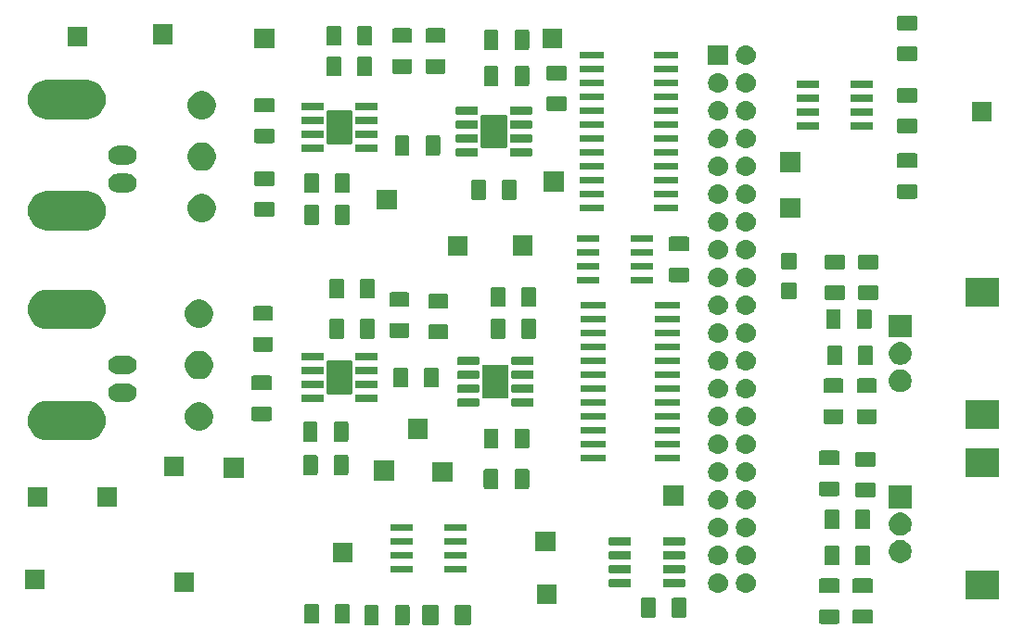
<source format=gts>
G04 #@! TF.GenerationSoftware,KiCad,Pcbnew,(5.1.2)-1*
G04 #@! TF.CreationDate,2020-01-12T12:33:47-08:00*
G04 #@! TF.ProjectId,o-scope test,6f2d7363-6f70-4652-9074-6573742e6b69,v01*
G04 #@! TF.SameCoordinates,Original*
G04 #@! TF.FileFunction,Soldermask,Top*
G04 #@! TF.FilePolarity,Negative*
%FSLAX46Y46*%
G04 Gerber Fmt 4.6, Leading zero omitted, Abs format (unit mm)*
G04 Created by KiCad (PCBNEW (5.1.2)-1) date 2020-01-12 12:33:47*
%MOMM*%
%LPD*%
G04 APERTURE LIST*
%ADD10C,0.100000*%
G04 APERTURE END LIST*
D10*
G36*
X147388562Y-126738581D02*
G01*
X147423481Y-126749174D01*
X147455663Y-126766376D01*
X147483873Y-126789527D01*
X147507024Y-126817737D01*
X147524226Y-126849919D01*
X147534819Y-126884838D01*
X147539000Y-126927295D01*
X147539000Y-128393505D01*
X147534819Y-128435962D01*
X147524226Y-128470881D01*
X147507024Y-128503063D01*
X147483873Y-128531273D01*
X147455663Y-128554424D01*
X147423481Y-128571626D01*
X147388562Y-128582219D01*
X147346105Y-128586400D01*
X146204895Y-128586400D01*
X146162438Y-128582219D01*
X146127519Y-128571626D01*
X146095337Y-128554424D01*
X146067127Y-128531273D01*
X146043976Y-128503063D01*
X146026774Y-128470881D01*
X146016181Y-128435962D01*
X146012000Y-128393505D01*
X146012000Y-126927295D01*
X146016181Y-126884838D01*
X146026774Y-126849919D01*
X146043976Y-126817737D01*
X146067127Y-126789527D01*
X146095337Y-126766376D01*
X146127519Y-126749174D01*
X146162438Y-126738581D01*
X146204895Y-126734400D01*
X147346105Y-126734400D01*
X147388562Y-126738581D01*
X147388562Y-126738581D01*
G37*
G36*
X144413562Y-126738581D02*
G01*
X144448481Y-126749174D01*
X144480663Y-126766376D01*
X144508873Y-126789527D01*
X144532024Y-126817737D01*
X144549226Y-126849919D01*
X144559819Y-126884838D01*
X144564000Y-126927295D01*
X144564000Y-128393505D01*
X144559819Y-128435962D01*
X144549226Y-128470881D01*
X144532024Y-128503063D01*
X144508873Y-128531273D01*
X144480663Y-128554424D01*
X144448481Y-128571626D01*
X144413562Y-128582219D01*
X144371105Y-128586400D01*
X143229895Y-128586400D01*
X143187438Y-128582219D01*
X143152519Y-128571626D01*
X143120337Y-128554424D01*
X143092127Y-128531273D01*
X143068976Y-128503063D01*
X143051774Y-128470881D01*
X143041181Y-128435962D01*
X143037000Y-128393505D01*
X143037000Y-126927295D01*
X143041181Y-126884838D01*
X143051774Y-126849919D01*
X143068976Y-126817737D01*
X143092127Y-126789527D01*
X143120337Y-126766376D01*
X143152519Y-126749174D01*
X143187438Y-126738581D01*
X143229895Y-126734400D01*
X144371105Y-126734400D01*
X144413562Y-126738581D01*
X144413562Y-126738581D01*
G37*
G36*
X141745604Y-126738747D02*
G01*
X141782144Y-126749832D01*
X141815821Y-126767833D01*
X141845341Y-126792059D01*
X141869567Y-126821579D01*
X141887568Y-126855256D01*
X141898653Y-126891796D01*
X141903000Y-126935938D01*
X141903000Y-128384862D01*
X141898653Y-128429004D01*
X141887568Y-128465544D01*
X141869567Y-128499221D01*
X141845341Y-128528741D01*
X141815821Y-128552967D01*
X141782144Y-128570968D01*
X141745604Y-128582053D01*
X141701462Y-128586400D01*
X140752538Y-128586400D01*
X140708396Y-128582053D01*
X140671856Y-128570968D01*
X140638179Y-128552967D01*
X140608659Y-128528741D01*
X140584433Y-128499221D01*
X140566432Y-128465544D01*
X140555347Y-128429004D01*
X140551000Y-128384862D01*
X140551000Y-126935938D01*
X140555347Y-126891796D01*
X140566432Y-126855256D01*
X140584433Y-126821579D01*
X140608659Y-126792059D01*
X140638179Y-126767833D01*
X140671856Y-126749832D01*
X140708396Y-126738747D01*
X140752538Y-126734400D01*
X141701462Y-126734400D01*
X141745604Y-126738747D01*
X141745604Y-126738747D01*
G37*
G36*
X138945604Y-126738747D02*
G01*
X138982144Y-126749832D01*
X139015821Y-126767833D01*
X139045341Y-126792059D01*
X139069567Y-126821579D01*
X139087568Y-126855256D01*
X139098653Y-126891796D01*
X139103000Y-126935938D01*
X139103000Y-128384862D01*
X139098653Y-128429004D01*
X139087568Y-128465544D01*
X139069567Y-128499221D01*
X139045341Y-128528741D01*
X139015821Y-128552967D01*
X138982144Y-128570968D01*
X138945604Y-128582053D01*
X138901462Y-128586400D01*
X137952538Y-128586400D01*
X137908396Y-128582053D01*
X137871856Y-128570968D01*
X137838179Y-128552967D01*
X137808659Y-128528741D01*
X137784433Y-128499221D01*
X137766432Y-128465544D01*
X137755347Y-128429004D01*
X137751000Y-128384862D01*
X137751000Y-126935938D01*
X137755347Y-126891796D01*
X137766432Y-126855256D01*
X137784433Y-126821579D01*
X137808659Y-126792059D01*
X137838179Y-126767833D01*
X137871856Y-126749832D01*
X137908396Y-126738747D01*
X137952538Y-126734400D01*
X138901462Y-126734400D01*
X138945604Y-126738747D01*
X138945604Y-126738747D01*
G37*
G36*
X180981604Y-127118747D02*
G01*
X181018144Y-127129832D01*
X181051821Y-127147833D01*
X181081341Y-127172059D01*
X181105567Y-127201579D01*
X181123568Y-127235256D01*
X181134653Y-127271796D01*
X181139000Y-127315938D01*
X181139000Y-128264862D01*
X181134653Y-128309004D01*
X181123568Y-128345544D01*
X181105567Y-128379221D01*
X181081341Y-128408741D01*
X181051821Y-128432967D01*
X181018144Y-128450968D01*
X180981604Y-128462053D01*
X180937462Y-128466400D01*
X179488538Y-128466400D01*
X179444396Y-128462053D01*
X179407856Y-128450968D01*
X179374179Y-128432967D01*
X179344659Y-128408741D01*
X179320433Y-128379221D01*
X179302432Y-128345544D01*
X179291347Y-128309004D01*
X179287000Y-128264862D01*
X179287000Y-127315938D01*
X179291347Y-127271796D01*
X179302432Y-127235256D01*
X179320433Y-127201579D01*
X179344659Y-127172059D01*
X179374179Y-127147833D01*
X179407856Y-127129832D01*
X179444396Y-127118747D01*
X179488538Y-127114400D01*
X180937462Y-127114400D01*
X180981604Y-127118747D01*
X180981604Y-127118747D01*
G37*
G36*
X184029604Y-127115747D02*
G01*
X184066144Y-127126832D01*
X184099821Y-127144833D01*
X184129341Y-127169059D01*
X184153567Y-127198579D01*
X184171568Y-127232256D01*
X184182653Y-127268796D01*
X184187000Y-127312938D01*
X184187000Y-128261862D01*
X184182653Y-128306004D01*
X184171568Y-128342544D01*
X184153567Y-128376221D01*
X184129341Y-128405741D01*
X184099821Y-128429967D01*
X184066144Y-128447968D01*
X184029604Y-128459053D01*
X183985462Y-128463400D01*
X182536538Y-128463400D01*
X182492396Y-128459053D01*
X182455856Y-128447968D01*
X182422179Y-128429967D01*
X182392659Y-128405741D01*
X182368433Y-128376221D01*
X182350432Y-128342544D01*
X182339347Y-128306004D01*
X182335000Y-128261862D01*
X182335000Y-127312938D01*
X182339347Y-127268796D01*
X182350432Y-127232256D01*
X182368433Y-127198579D01*
X182392659Y-127169059D01*
X182422179Y-127144833D01*
X182455856Y-127126832D01*
X182492396Y-127115747D01*
X182536538Y-127111400D01*
X183985462Y-127111400D01*
X184029604Y-127115747D01*
X184029604Y-127115747D01*
G37*
G36*
X136284604Y-126611747D02*
G01*
X136321144Y-126622832D01*
X136354821Y-126640833D01*
X136384341Y-126665059D01*
X136408567Y-126694579D01*
X136426568Y-126728256D01*
X136437653Y-126764796D01*
X136442000Y-126808938D01*
X136442000Y-128257862D01*
X136437653Y-128302004D01*
X136426568Y-128338544D01*
X136408567Y-128372221D01*
X136384341Y-128401741D01*
X136354821Y-128425967D01*
X136321144Y-128443968D01*
X136284604Y-128455053D01*
X136240462Y-128459400D01*
X135291538Y-128459400D01*
X135247396Y-128455053D01*
X135210856Y-128443968D01*
X135177179Y-128425967D01*
X135147659Y-128401741D01*
X135123433Y-128372221D01*
X135105432Y-128338544D01*
X135094347Y-128302004D01*
X135090000Y-128257862D01*
X135090000Y-126808938D01*
X135094347Y-126764796D01*
X135105432Y-126728256D01*
X135123433Y-126694579D01*
X135147659Y-126665059D01*
X135177179Y-126640833D01*
X135210856Y-126622832D01*
X135247396Y-126611747D01*
X135291538Y-126607400D01*
X136240462Y-126607400D01*
X136284604Y-126611747D01*
X136284604Y-126611747D01*
G37*
G36*
X133484604Y-126611747D02*
G01*
X133521144Y-126622832D01*
X133554821Y-126640833D01*
X133584341Y-126665059D01*
X133608567Y-126694579D01*
X133626568Y-126728256D01*
X133637653Y-126764796D01*
X133642000Y-126808938D01*
X133642000Y-128257862D01*
X133637653Y-128302004D01*
X133626568Y-128338544D01*
X133608567Y-128372221D01*
X133584341Y-128401741D01*
X133554821Y-128425967D01*
X133521144Y-128443968D01*
X133484604Y-128455053D01*
X133440462Y-128459400D01*
X132491538Y-128459400D01*
X132447396Y-128455053D01*
X132410856Y-128443968D01*
X132377179Y-128425967D01*
X132347659Y-128401741D01*
X132323433Y-128372221D01*
X132305432Y-128338544D01*
X132294347Y-128302004D01*
X132290000Y-128257862D01*
X132290000Y-126808938D01*
X132294347Y-126764796D01*
X132305432Y-126728256D01*
X132323433Y-126694579D01*
X132347659Y-126665059D01*
X132377179Y-126640833D01*
X132410856Y-126622832D01*
X132447396Y-126611747D01*
X132491538Y-126607400D01*
X133440462Y-126607400D01*
X133484604Y-126611747D01*
X133484604Y-126611747D01*
G37*
G36*
X167018604Y-126078347D02*
G01*
X167055144Y-126089432D01*
X167088821Y-126107433D01*
X167118341Y-126131659D01*
X167142567Y-126161179D01*
X167160568Y-126194856D01*
X167171653Y-126231396D01*
X167176000Y-126275538D01*
X167176000Y-127724462D01*
X167171653Y-127768604D01*
X167160568Y-127805144D01*
X167142567Y-127838821D01*
X167118341Y-127868341D01*
X167088821Y-127892567D01*
X167055144Y-127910568D01*
X167018604Y-127921653D01*
X166974462Y-127926000D01*
X166025538Y-127926000D01*
X165981396Y-127921653D01*
X165944856Y-127910568D01*
X165911179Y-127892567D01*
X165881659Y-127868341D01*
X165857433Y-127838821D01*
X165839432Y-127805144D01*
X165828347Y-127768604D01*
X165824000Y-127724462D01*
X165824000Y-126275538D01*
X165828347Y-126231396D01*
X165839432Y-126194856D01*
X165857433Y-126161179D01*
X165881659Y-126131659D01*
X165911179Y-126107433D01*
X165944856Y-126089432D01*
X165981396Y-126078347D01*
X166025538Y-126074000D01*
X166974462Y-126074000D01*
X167018604Y-126078347D01*
X167018604Y-126078347D01*
G37*
G36*
X164218604Y-126078347D02*
G01*
X164255144Y-126089432D01*
X164288821Y-126107433D01*
X164318341Y-126131659D01*
X164342567Y-126161179D01*
X164360568Y-126194856D01*
X164371653Y-126231396D01*
X164376000Y-126275538D01*
X164376000Y-127724462D01*
X164371653Y-127768604D01*
X164360568Y-127805144D01*
X164342567Y-127838821D01*
X164318341Y-127868341D01*
X164288821Y-127892567D01*
X164255144Y-127910568D01*
X164218604Y-127921653D01*
X164174462Y-127926000D01*
X163225538Y-127926000D01*
X163181396Y-127921653D01*
X163144856Y-127910568D01*
X163111179Y-127892567D01*
X163081659Y-127868341D01*
X163057433Y-127838821D01*
X163039432Y-127805144D01*
X163028347Y-127768604D01*
X163024000Y-127724462D01*
X163024000Y-126275538D01*
X163028347Y-126231396D01*
X163039432Y-126194856D01*
X163057433Y-126161179D01*
X163081659Y-126131659D01*
X163111179Y-126107433D01*
X163144856Y-126089432D01*
X163181396Y-126078347D01*
X163225538Y-126074000D01*
X164174462Y-126074000D01*
X164218604Y-126078347D01*
X164218604Y-126078347D01*
G37*
G36*
X155333000Y-126631000D02*
G01*
X153531000Y-126631000D01*
X153531000Y-124829000D01*
X155333000Y-124829000D01*
X155333000Y-126631000D01*
X155333000Y-126631000D01*
G37*
G36*
X195741000Y-126241000D02*
G01*
X192639000Y-126241000D01*
X192639000Y-123639000D01*
X195741000Y-123639000D01*
X195741000Y-126241000D01*
X195741000Y-126241000D01*
G37*
G36*
X180981604Y-124318747D02*
G01*
X181018144Y-124329832D01*
X181051821Y-124347833D01*
X181081341Y-124372059D01*
X181105567Y-124401579D01*
X181123568Y-124435256D01*
X181134653Y-124471796D01*
X181139000Y-124515938D01*
X181139000Y-125464862D01*
X181134653Y-125509004D01*
X181123568Y-125545544D01*
X181105567Y-125579221D01*
X181081341Y-125608741D01*
X181051821Y-125632967D01*
X181018144Y-125650968D01*
X180981604Y-125662053D01*
X180937462Y-125666400D01*
X179488538Y-125666400D01*
X179444396Y-125662053D01*
X179407856Y-125650968D01*
X179374179Y-125632967D01*
X179344659Y-125608741D01*
X179320433Y-125579221D01*
X179302432Y-125545544D01*
X179291347Y-125509004D01*
X179287000Y-125464862D01*
X179287000Y-124515938D01*
X179291347Y-124471796D01*
X179302432Y-124435256D01*
X179320433Y-124401579D01*
X179344659Y-124372059D01*
X179374179Y-124347833D01*
X179407856Y-124329832D01*
X179444396Y-124318747D01*
X179488538Y-124314400D01*
X180937462Y-124314400D01*
X180981604Y-124318747D01*
X180981604Y-124318747D01*
G37*
G36*
X184029604Y-124315747D02*
G01*
X184066144Y-124326832D01*
X184099821Y-124344833D01*
X184129341Y-124369059D01*
X184153567Y-124398579D01*
X184171568Y-124432256D01*
X184182653Y-124468796D01*
X184187000Y-124512938D01*
X184187000Y-125461862D01*
X184182653Y-125506004D01*
X184171568Y-125542544D01*
X184153567Y-125576221D01*
X184129341Y-125605741D01*
X184099821Y-125629967D01*
X184066144Y-125647968D01*
X184029604Y-125659053D01*
X183985462Y-125663400D01*
X182536538Y-125663400D01*
X182492396Y-125659053D01*
X182455856Y-125647968D01*
X182422179Y-125629967D01*
X182392659Y-125605741D01*
X182368433Y-125576221D01*
X182350432Y-125542544D01*
X182339347Y-125506004D01*
X182335000Y-125461862D01*
X182335000Y-124512938D01*
X182339347Y-124468796D01*
X182350432Y-124432256D01*
X182368433Y-124398579D01*
X182392659Y-124369059D01*
X182422179Y-124344833D01*
X182455856Y-124326832D01*
X182492396Y-124315747D01*
X182536538Y-124311400D01*
X183985462Y-124311400D01*
X184029604Y-124315747D01*
X184029604Y-124315747D01*
G37*
G36*
X172703443Y-123844919D02*
G01*
X172769627Y-123851437D01*
X172939466Y-123902957D01*
X173095991Y-123986622D01*
X173131729Y-124015952D01*
X173233186Y-124099214D01*
X173316448Y-124200671D01*
X173345778Y-124236409D01*
X173429443Y-124392934D01*
X173480963Y-124562773D01*
X173498359Y-124739400D01*
X173480963Y-124916027D01*
X173429443Y-125085866D01*
X173345778Y-125242391D01*
X173316448Y-125278129D01*
X173233186Y-125379586D01*
X173132931Y-125461862D01*
X173095991Y-125492178D01*
X172939466Y-125575843D01*
X172769627Y-125627363D01*
X172703442Y-125633882D01*
X172637260Y-125640400D01*
X172548740Y-125640400D01*
X172482558Y-125633882D01*
X172416373Y-125627363D01*
X172246534Y-125575843D01*
X172090009Y-125492178D01*
X172053069Y-125461862D01*
X171952814Y-125379586D01*
X171869552Y-125278129D01*
X171840222Y-125242391D01*
X171756557Y-125085866D01*
X171705037Y-124916027D01*
X171687641Y-124739400D01*
X171705037Y-124562773D01*
X171756557Y-124392934D01*
X171840222Y-124236409D01*
X171869552Y-124200671D01*
X171952814Y-124099214D01*
X172054271Y-124015952D01*
X172090009Y-123986622D01*
X172246534Y-123902957D01*
X172416373Y-123851437D01*
X172482557Y-123844919D01*
X172548740Y-123838400D01*
X172637260Y-123838400D01*
X172703443Y-123844919D01*
X172703443Y-123844919D01*
G37*
G36*
X170163443Y-123844919D02*
G01*
X170229627Y-123851437D01*
X170399466Y-123902957D01*
X170555991Y-123986622D01*
X170591729Y-124015952D01*
X170693186Y-124099214D01*
X170776448Y-124200671D01*
X170805778Y-124236409D01*
X170889443Y-124392934D01*
X170940963Y-124562773D01*
X170958359Y-124739400D01*
X170940963Y-124916027D01*
X170889443Y-125085866D01*
X170805778Y-125242391D01*
X170776448Y-125278129D01*
X170693186Y-125379586D01*
X170592931Y-125461862D01*
X170555991Y-125492178D01*
X170399466Y-125575843D01*
X170229627Y-125627363D01*
X170163442Y-125633882D01*
X170097260Y-125640400D01*
X170008740Y-125640400D01*
X169942558Y-125633882D01*
X169876373Y-125627363D01*
X169706534Y-125575843D01*
X169550009Y-125492178D01*
X169513069Y-125461862D01*
X169412814Y-125379586D01*
X169329552Y-125278129D01*
X169300222Y-125242391D01*
X169216557Y-125085866D01*
X169165037Y-124916027D01*
X169147641Y-124739400D01*
X169165037Y-124562773D01*
X169216557Y-124392934D01*
X169300222Y-124236409D01*
X169329552Y-124200671D01*
X169412814Y-124099214D01*
X169514271Y-124015952D01*
X169550009Y-123986622D01*
X169706534Y-123902957D01*
X169876373Y-123851437D01*
X169942557Y-123844919D01*
X170008740Y-123838400D01*
X170097260Y-123838400D01*
X170163443Y-123844919D01*
X170163443Y-123844919D01*
G37*
G36*
X122249500Y-125576900D02*
G01*
X120447500Y-125576900D01*
X120447500Y-123774900D01*
X122249500Y-123774900D01*
X122249500Y-125576900D01*
X122249500Y-125576900D01*
G37*
G36*
X108597000Y-125322900D02*
G01*
X106795000Y-125322900D01*
X106795000Y-123520900D01*
X108597000Y-123520900D01*
X108597000Y-125322900D01*
X108597000Y-125322900D01*
G37*
G36*
X162035928Y-124391164D02*
G01*
X162057009Y-124397560D01*
X162076445Y-124407948D01*
X162093476Y-124421924D01*
X162107452Y-124438955D01*
X162117840Y-124458391D01*
X162124236Y-124479472D01*
X162127000Y-124507540D01*
X162127000Y-124971260D01*
X162124236Y-124999328D01*
X162117840Y-125020409D01*
X162107452Y-125039845D01*
X162093476Y-125056876D01*
X162076445Y-125070852D01*
X162057009Y-125081240D01*
X162035928Y-125087636D01*
X162007860Y-125090400D01*
X160194140Y-125090400D01*
X160166072Y-125087636D01*
X160144991Y-125081240D01*
X160125555Y-125070852D01*
X160108524Y-125056876D01*
X160094548Y-125039845D01*
X160084160Y-125020409D01*
X160077764Y-124999328D01*
X160075000Y-124971260D01*
X160075000Y-124507540D01*
X160077764Y-124479472D01*
X160084160Y-124458391D01*
X160094548Y-124438955D01*
X160108524Y-124421924D01*
X160125555Y-124407948D01*
X160144991Y-124397560D01*
X160166072Y-124391164D01*
X160194140Y-124388400D01*
X162007860Y-124388400D01*
X162035928Y-124391164D01*
X162035928Y-124391164D01*
G37*
G36*
X166985928Y-124391164D02*
G01*
X167007009Y-124397560D01*
X167026445Y-124407948D01*
X167043476Y-124421924D01*
X167057452Y-124438955D01*
X167067840Y-124458391D01*
X167074236Y-124479472D01*
X167077000Y-124507540D01*
X167077000Y-124971260D01*
X167074236Y-124999328D01*
X167067840Y-125020409D01*
X167057452Y-125039845D01*
X167043476Y-125056876D01*
X167026445Y-125070852D01*
X167007009Y-125081240D01*
X166985928Y-125087636D01*
X166957860Y-125090400D01*
X165144140Y-125090400D01*
X165116072Y-125087636D01*
X165094991Y-125081240D01*
X165075555Y-125070852D01*
X165058524Y-125056876D01*
X165044548Y-125039845D01*
X165034160Y-125020409D01*
X165027764Y-124999328D01*
X165025000Y-124971260D01*
X165025000Y-124507540D01*
X165027764Y-124479472D01*
X165034160Y-124458391D01*
X165044548Y-124438955D01*
X165058524Y-124421924D01*
X165075555Y-124407948D01*
X165094991Y-124397560D01*
X165116072Y-124391164D01*
X165144140Y-124388400D01*
X166957860Y-124388400D01*
X166985928Y-124391164D01*
X166985928Y-124391164D01*
G37*
G36*
X162035928Y-123121164D02*
G01*
X162057009Y-123127560D01*
X162076445Y-123137948D01*
X162093476Y-123151924D01*
X162107452Y-123168955D01*
X162117840Y-123188391D01*
X162124236Y-123209472D01*
X162127000Y-123237540D01*
X162127000Y-123701260D01*
X162124236Y-123729328D01*
X162117840Y-123750409D01*
X162107452Y-123769845D01*
X162093476Y-123786876D01*
X162076445Y-123800852D01*
X162057009Y-123811240D01*
X162035928Y-123817636D01*
X162007860Y-123820400D01*
X160194140Y-123820400D01*
X160166072Y-123817636D01*
X160144991Y-123811240D01*
X160125555Y-123800852D01*
X160108524Y-123786876D01*
X160094548Y-123769845D01*
X160084160Y-123750409D01*
X160077764Y-123729328D01*
X160075000Y-123701260D01*
X160075000Y-123237540D01*
X160077764Y-123209472D01*
X160084160Y-123188391D01*
X160094548Y-123168955D01*
X160108524Y-123151924D01*
X160125555Y-123137948D01*
X160144991Y-123127560D01*
X160166072Y-123121164D01*
X160194140Y-123118400D01*
X162007860Y-123118400D01*
X162035928Y-123121164D01*
X162035928Y-123121164D01*
G37*
G36*
X166985928Y-123121164D02*
G01*
X167007009Y-123127560D01*
X167026445Y-123137948D01*
X167043476Y-123151924D01*
X167057452Y-123168955D01*
X167067840Y-123188391D01*
X167074236Y-123209472D01*
X167077000Y-123237540D01*
X167077000Y-123701260D01*
X167074236Y-123729328D01*
X167067840Y-123750409D01*
X167057452Y-123769845D01*
X167043476Y-123786876D01*
X167026445Y-123800852D01*
X167007009Y-123811240D01*
X166985928Y-123817636D01*
X166957860Y-123820400D01*
X165144140Y-123820400D01*
X165116072Y-123817636D01*
X165094991Y-123811240D01*
X165075555Y-123800852D01*
X165058524Y-123786876D01*
X165044548Y-123769845D01*
X165034160Y-123750409D01*
X165027764Y-123729328D01*
X165025000Y-123701260D01*
X165025000Y-123237540D01*
X165027764Y-123209472D01*
X165034160Y-123188391D01*
X165044548Y-123168955D01*
X165058524Y-123151924D01*
X165075555Y-123137948D01*
X165094991Y-123127560D01*
X165116072Y-123121164D01*
X165144140Y-123118400D01*
X166957860Y-123118400D01*
X166985928Y-123121164D01*
X166985928Y-123121164D01*
G37*
G36*
X147142400Y-123799800D02*
G01*
X145059200Y-123799800D01*
X145059200Y-123139000D01*
X147142400Y-123139000D01*
X147142400Y-123799800D01*
X147142400Y-123799800D01*
G37*
G36*
X142214800Y-123799800D02*
G01*
X140131600Y-123799800D01*
X140131600Y-123139000D01*
X142214800Y-123139000D01*
X142214800Y-123799800D01*
X142214800Y-123799800D01*
G37*
G36*
X180982604Y-121277747D02*
G01*
X181019144Y-121288832D01*
X181052821Y-121306833D01*
X181082341Y-121331059D01*
X181106567Y-121360579D01*
X181124568Y-121394256D01*
X181135653Y-121430796D01*
X181140000Y-121474938D01*
X181140000Y-122923862D01*
X181135653Y-122968004D01*
X181124568Y-123004544D01*
X181106567Y-123038221D01*
X181082341Y-123067741D01*
X181052821Y-123091967D01*
X181019144Y-123109968D01*
X180982604Y-123121053D01*
X180938462Y-123125400D01*
X179989538Y-123125400D01*
X179945396Y-123121053D01*
X179908856Y-123109968D01*
X179875179Y-123091967D01*
X179845659Y-123067741D01*
X179821433Y-123038221D01*
X179803432Y-123004544D01*
X179792347Y-122968004D01*
X179788000Y-122923862D01*
X179788000Y-121474938D01*
X179792347Y-121430796D01*
X179803432Y-121394256D01*
X179821433Y-121360579D01*
X179845659Y-121331059D01*
X179875179Y-121306833D01*
X179908856Y-121288832D01*
X179945396Y-121277747D01*
X179989538Y-121273400D01*
X180938462Y-121273400D01*
X180982604Y-121277747D01*
X180982604Y-121277747D01*
G37*
G36*
X183782604Y-121277747D02*
G01*
X183819144Y-121288832D01*
X183852821Y-121306833D01*
X183882341Y-121331059D01*
X183906567Y-121360579D01*
X183924568Y-121394256D01*
X183935653Y-121430796D01*
X183940000Y-121474938D01*
X183940000Y-122923862D01*
X183935653Y-122968004D01*
X183924568Y-123004544D01*
X183906567Y-123038221D01*
X183882341Y-123067741D01*
X183852821Y-123091967D01*
X183819144Y-123109968D01*
X183782604Y-123121053D01*
X183738462Y-123125400D01*
X182789538Y-123125400D01*
X182745396Y-123121053D01*
X182708856Y-123109968D01*
X182675179Y-123091967D01*
X182645659Y-123067741D01*
X182621433Y-123038221D01*
X182603432Y-123004544D01*
X182592347Y-122968004D01*
X182588000Y-122923862D01*
X182588000Y-121474938D01*
X182592347Y-121430796D01*
X182603432Y-121394256D01*
X182621433Y-121360579D01*
X182645659Y-121331059D01*
X182675179Y-121306833D01*
X182708856Y-121288832D01*
X182745396Y-121277747D01*
X182789538Y-121273400D01*
X183738462Y-121273400D01*
X183782604Y-121277747D01*
X183782604Y-121277747D01*
G37*
G36*
X170163443Y-121304919D02*
G01*
X170229627Y-121311437D01*
X170399466Y-121362957D01*
X170555991Y-121446622D01*
X170590494Y-121474938D01*
X170693186Y-121559214D01*
X170776448Y-121660671D01*
X170805778Y-121696409D01*
X170889443Y-121852934D01*
X170940963Y-122022773D01*
X170958359Y-122199400D01*
X170940963Y-122376027D01*
X170889443Y-122545866D01*
X170805778Y-122702391D01*
X170776448Y-122738129D01*
X170693186Y-122839586D01*
X170610124Y-122907752D01*
X170555991Y-122952178D01*
X170399466Y-123035843D01*
X170229627Y-123087363D01*
X170163443Y-123093881D01*
X170097260Y-123100400D01*
X170008740Y-123100400D01*
X169942557Y-123093881D01*
X169876373Y-123087363D01*
X169706534Y-123035843D01*
X169550009Y-122952178D01*
X169495876Y-122907752D01*
X169412814Y-122839586D01*
X169329552Y-122738129D01*
X169300222Y-122702391D01*
X169216557Y-122545866D01*
X169165037Y-122376027D01*
X169147641Y-122199400D01*
X169165037Y-122022773D01*
X169216557Y-121852934D01*
X169300222Y-121696409D01*
X169329552Y-121660671D01*
X169412814Y-121559214D01*
X169515506Y-121474938D01*
X169550009Y-121446622D01*
X169706534Y-121362957D01*
X169876373Y-121311437D01*
X169942557Y-121304919D01*
X170008740Y-121298400D01*
X170097260Y-121298400D01*
X170163443Y-121304919D01*
X170163443Y-121304919D01*
G37*
G36*
X172703443Y-121304919D02*
G01*
X172769627Y-121311437D01*
X172939466Y-121362957D01*
X173095991Y-121446622D01*
X173130494Y-121474938D01*
X173233186Y-121559214D01*
X173316448Y-121660671D01*
X173345778Y-121696409D01*
X173429443Y-121852934D01*
X173480963Y-122022773D01*
X173498359Y-122199400D01*
X173480963Y-122376027D01*
X173429443Y-122545866D01*
X173345778Y-122702391D01*
X173316448Y-122738129D01*
X173233186Y-122839586D01*
X173150124Y-122907752D01*
X173095991Y-122952178D01*
X172939466Y-123035843D01*
X172769627Y-123087363D01*
X172703443Y-123093881D01*
X172637260Y-123100400D01*
X172548740Y-123100400D01*
X172482557Y-123093881D01*
X172416373Y-123087363D01*
X172246534Y-123035843D01*
X172090009Y-122952178D01*
X172035876Y-122907752D01*
X171952814Y-122839586D01*
X171869552Y-122738129D01*
X171840222Y-122702391D01*
X171756557Y-122545866D01*
X171705037Y-122376027D01*
X171687641Y-122199400D01*
X171705037Y-122022773D01*
X171756557Y-121852934D01*
X171840222Y-121696409D01*
X171869552Y-121660671D01*
X171952814Y-121559214D01*
X172055506Y-121474938D01*
X172090009Y-121446622D01*
X172246534Y-121362957D01*
X172416373Y-121311437D01*
X172482557Y-121304919D01*
X172548740Y-121298400D01*
X172637260Y-121298400D01*
X172703443Y-121304919D01*
X172703443Y-121304919D01*
G37*
G36*
X186996564Y-120829389D02*
G01*
X187187833Y-120908615D01*
X187187835Y-120908616D01*
X187359973Y-121023635D01*
X187506365Y-121170027D01*
X187578909Y-121278596D01*
X187621385Y-121342167D01*
X187700611Y-121533436D01*
X187741000Y-121736484D01*
X187741000Y-121943516D01*
X187700611Y-122146564D01*
X187621385Y-122337833D01*
X187621384Y-122337835D01*
X187506365Y-122509973D01*
X187359973Y-122656365D01*
X187187835Y-122771384D01*
X187187834Y-122771385D01*
X187187833Y-122771385D01*
X186996564Y-122850611D01*
X186793516Y-122891000D01*
X186586484Y-122891000D01*
X186383436Y-122850611D01*
X186192167Y-122771385D01*
X186192166Y-122771385D01*
X186192165Y-122771384D01*
X186020027Y-122656365D01*
X185873635Y-122509973D01*
X185758616Y-122337835D01*
X185758615Y-122337833D01*
X185679389Y-122146564D01*
X185639000Y-121943516D01*
X185639000Y-121736484D01*
X185679389Y-121533436D01*
X185758615Y-121342167D01*
X185801092Y-121278596D01*
X185873635Y-121170027D01*
X186020027Y-121023635D01*
X186192165Y-120908616D01*
X186192167Y-120908615D01*
X186383436Y-120829389D01*
X186586484Y-120789000D01*
X186793516Y-120789000D01*
X186996564Y-120829389D01*
X186996564Y-120829389D01*
G37*
G36*
X136727500Y-122821000D02*
G01*
X134925500Y-122821000D01*
X134925500Y-121019000D01*
X136727500Y-121019000D01*
X136727500Y-122821000D01*
X136727500Y-122821000D01*
G37*
G36*
X162035928Y-121851164D02*
G01*
X162057009Y-121857560D01*
X162076445Y-121867948D01*
X162093476Y-121881924D01*
X162107452Y-121898955D01*
X162117840Y-121918391D01*
X162124236Y-121939472D01*
X162127000Y-121967540D01*
X162127000Y-122431260D01*
X162124236Y-122459328D01*
X162117840Y-122480409D01*
X162107452Y-122499845D01*
X162093476Y-122516876D01*
X162076445Y-122530852D01*
X162057009Y-122541240D01*
X162035928Y-122547636D01*
X162007860Y-122550400D01*
X160194140Y-122550400D01*
X160166072Y-122547636D01*
X160144991Y-122541240D01*
X160125555Y-122530852D01*
X160108524Y-122516876D01*
X160094548Y-122499845D01*
X160084160Y-122480409D01*
X160077764Y-122459328D01*
X160075000Y-122431260D01*
X160075000Y-121967540D01*
X160077764Y-121939472D01*
X160084160Y-121918391D01*
X160094548Y-121898955D01*
X160108524Y-121881924D01*
X160125555Y-121867948D01*
X160144991Y-121857560D01*
X160166072Y-121851164D01*
X160194140Y-121848400D01*
X162007860Y-121848400D01*
X162035928Y-121851164D01*
X162035928Y-121851164D01*
G37*
G36*
X166985928Y-121851164D02*
G01*
X167007009Y-121857560D01*
X167026445Y-121867948D01*
X167043476Y-121881924D01*
X167057452Y-121898955D01*
X167067840Y-121918391D01*
X167074236Y-121939472D01*
X167077000Y-121967540D01*
X167077000Y-122431260D01*
X167074236Y-122459328D01*
X167067840Y-122480409D01*
X167057452Y-122499845D01*
X167043476Y-122516876D01*
X167026445Y-122530852D01*
X167007009Y-122541240D01*
X166985928Y-122547636D01*
X166957860Y-122550400D01*
X165144140Y-122550400D01*
X165116072Y-122547636D01*
X165094991Y-122541240D01*
X165075555Y-122530852D01*
X165058524Y-122516876D01*
X165044548Y-122499845D01*
X165034160Y-122480409D01*
X165027764Y-122459328D01*
X165025000Y-122431260D01*
X165025000Y-121967540D01*
X165027764Y-121939472D01*
X165034160Y-121918391D01*
X165044548Y-121898955D01*
X165058524Y-121881924D01*
X165075555Y-121867948D01*
X165094991Y-121857560D01*
X165116072Y-121851164D01*
X165144140Y-121848400D01*
X166957860Y-121848400D01*
X166985928Y-121851164D01*
X166985928Y-121851164D01*
G37*
G36*
X142214800Y-122529800D02*
G01*
X140131600Y-122529800D01*
X140131600Y-121869000D01*
X142214800Y-121869000D01*
X142214800Y-122529800D01*
X142214800Y-122529800D01*
G37*
G36*
X147142400Y-122529800D02*
G01*
X145059200Y-122529800D01*
X145059200Y-121869000D01*
X147142400Y-121869000D01*
X147142400Y-122529800D01*
X147142400Y-122529800D01*
G37*
G36*
X155206000Y-121830400D02*
G01*
X153404000Y-121830400D01*
X153404000Y-120028400D01*
X155206000Y-120028400D01*
X155206000Y-121830400D01*
X155206000Y-121830400D01*
G37*
G36*
X166985928Y-120581164D02*
G01*
X167007009Y-120587560D01*
X167026445Y-120597948D01*
X167043476Y-120611924D01*
X167057452Y-120628955D01*
X167067840Y-120648391D01*
X167074236Y-120669472D01*
X167077000Y-120697540D01*
X167077000Y-121161260D01*
X167074236Y-121189328D01*
X167067840Y-121210409D01*
X167057452Y-121229845D01*
X167043476Y-121246876D01*
X167026445Y-121260852D01*
X167007009Y-121271240D01*
X166985928Y-121277636D01*
X166957860Y-121280400D01*
X165144140Y-121280400D01*
X165116072Y-121277636D01*
X165094991Y-121271240D01*
X165075555Y-121260852D01*
X165058524Y-121246876D01*
X165044548Y-121229845D01*
X165034160Y-121210409D01*
X165027764Y-121189328D01*
X165025000Y-121161260D01*
X165025000Y-120697540D01*
X165027764Y-120669472D01*
X165034160Y-120648391D01*
X165044548Y-120628955D01*
X165058524Y-120611924D01*
X165075555Y-120597948D01*
X165094991Y-120587560D01*
X165116072Y-120581164D01*
X165144140Y-120578400D01*
X166957860Y-120578400D01*
X166985928Y-120581164D01*
X166985928Y-120581164D01*
G37*
G36*
X162035928Y-120581164D02*
G01*
X162057009Y-120587560D01*
X162076445Y-120597948D01*
X162093476Y-120611924D01*
X162107452Y-120628955D01*
X162117840Y-120648391D01*
X162124236Y-120669472D01*
X162127000Y-120697540D01*
X162127000Y-121161260D01*
X162124236Y-121189328D01*
X162117840Y-121210409D01*
X162107452Y-121229845D01*
X162093476Y-121246876D01*
X162076445Y-121260852D01*
X162057009Y-121271240D01*
X162035928Y-121277636D01*
X162007860Y-121280400D01*
X160194140Y-121280400D01*
X160166072Y-121277636D01*
X160144991Y-121271240D01*
X160125555Y-121260852D01*
X160108524Y-121246876D01*
X160094548Y-121229845D01*
X160084160Y-121210409D01*
X160077764Y-121189328D01*
X160075000Y-121161260D01*
X160075000Y-120697540D01*
X160077764Y-120669472D01*
X160084160Y-120648391D01*
X160094548Y-120628955D01*
X160108524Y-120611924D01*
X160125555Y-120597948D01*
X160144991Y-120587560D01*
X160166072Y-120581164D01*
X160194140Y-120578400D01*
X162007860Y-120578400D01*
X162035928Y-120581164D01*
X162035928Y-120581164D01*
G37*
G36*
X142214800Y-121259800D02*
G01*
X140131600Y-121259800D01*
X140131600Y-120599000D01*
X142214800Y-120599000D01*
X142214800Y-121259800D01*
X142214800Y-121259800D01*
G37*
G36*
X147142400Y-121259800D02*
G01*
X145059200Y-121259800D01*
X145059200Y-120599000D01*
X147142400Y-120599000D01*
X147142400Y-121259800D01*
X147142400Y-121259800D01*
G37*
G36*
X172703443Y-118764919D02*
G01*
X172769627Y-118771437D01*
X172939466Y-118822957D01*
X173095991Y-118906622D01*
X173131729Y-118935952D01*
X173233186Y-119019214D01*
X173316448Y-119120671D01*
X173345778Y-119156409D01*
X173429443Y-119312934D01*
X173480963Y-119482773D01*
X173498359Y-119659400D01*
X173480963Y-119836027D01*
X173429443Y-120005866D01*
X173345778Y-120162391D01*
X173316448Y-120198129D01*
X173233186Y-120299586D01*
X173131729Y-120382848D01*
X173095991Y-120412178D01*
X172939466Y-120495843D01*
X172769627Y-120547363D01*
X172703443Y-120553881D01*
X172637260Y-120560400D01*
X172548740Y-120560400D01*
X172482557Y-120553881D01*
X172416373Y-120547363D01*
X172246534Y-120495843D01*
X172090009Y-120412178D01*
X172054271Y-120382848D01*
X171952814Y-120299586D01*
X171869552Y-120198129D01*
X171840222Y-120162391D01*
X171756557Y-120005866D01*
X171705037Y-119836027D01*
X171687641Y-119659400D01*
X171705037Y-119482773D01*
X171756557Y-119312934D01*
X171840222Y-119156409D01*
X171869552Y-119120671D01*
X171952814Y-119019214D01*
X172054271Y-118935952D01*
X172090009Y-118906622D01*
X172246534Y-118822957D01*
X172416373Y-118771437D01*
X172482557Y-118764919D01*
X172548740Y-118758400D01*
X172637260Y-118758400D01*
X172703443Y-118764919D01*
X172703443Y-118764919D01*
G37*
G36*
X170163443Y-118764919D02*
G01*
X170229627Y-118771437D01*
X170399466Y-118822957D01*
X170555991Y-118906622D01*
X170591729Y-118935952D01*
X170693186Y-119019214D01*
X170776448Y-119120671D01*
X170805778Y-119156409D01*
X170889443Y-119312934D01*
X170940963Y-119482773D01*
X170958359Y-119659400D01*
X170940963Y-119836027D01*
X170889443Y-120005866D01*
X170805778Y-120162391D01*
X170776448Y-120198129D01*
X170693186Y-120299586D01*
X170591729Y-120382848D01*
X170555991Y-120412178D01*
X170399466Y-120495843D01*
X170229627Y-120547363D01*
X170163443Y-120553881D01*
X170097260Y-120560400D01*
X170008740Y-120560400D01*
X169942557Y-120553881D01*
X169876373Y-120547363D01*
X169706534Y-120495843D01*
X169550009Y-120412178D01*
X169514271Y-120382848D01*
X169412814Y-120299586D01*
X169329552Y-120198129D01*
X169300222Y-120162391D01*
X169216557Y-120005866D01*
X169165037Y-119836027D01*
X169147641Y-119659400D01*
X169165037Y-119482773D01*
X169216557Y-119312934D01*
X169300222Y-119156409D01*
X169329552Y-119120671D01*
X169412814Y-119019214D01*
X169514271Y-118935952D01*
X169550009Y-118906622D01*
X169706534Y-118822957D01*
X169876373Y-118771437D01*
X169942557Y-118764919D01*
X170008740Y-118758400D01*
X170097260Y-118758400D01*
X170163443Y-118764919D01*
X170163443Y-118764919D01*
G37*
G36*
X186996564Y-118329389D02*
G01*
X187187833Y-118408615D01*
X187187835Y-118408616D01*
X187359973Y-118523635D01*
X187506365Y-118670027D01*
X187608550Y-118822957D01*
X187621385Y-118842167D01*
X187700611Y-119033436D01*
X187741000Y-119236484D01*
X187741000Y-119443516D01*
X187700611Y-119646564D01*
X187629164Y-119819053D01*
X187621384Y-119837835D01*
X187506365Y-120009973D01*
X187359973Y-120156365D01*
X187187835Y-120271384D01*
X187187834Y-120271385D01*
X187187833Y-120271385D01*
X186996564Y-120350611D01*
X186793516Y-120391000D01*
X186586484Y-120391000D01*
X186383436Y-120350611D01*
X186192167Y-120271385D01*
X186192166Y-120271385D01*
X186192165Y-120271384D01*
X186020027Y-120156365D01*
X185873635Y-120009973D01*
X185758616Y-119837835D01*
X185750836Y-119819053D01*
X185679389Y-119646564D01*
X185639000Y-119443516D01*
X185639000Y-119236484D01*
X185679389Y-119033436D01*
X185758615Y-118842167D01*
X185771451Y-118822957D01*
X185873635Y-118670027D01*
X186020027Y-118523635D01*
X186192165Y-118408616D01*
X186192167Y-118408615D01*
X186383436Y-118329389D01*
X186586484Y-118289000D01*
X186793516Y-118289000D01*
X186996564Y-118329389D01*
X186996564Y-118329389D01*
G37*
G36*
X147142400Y-119989800D02*
G01*
X145059200Y-119989800D01*
X145059200Y-119329000D01*
X147142400Y-119329000D01*
X147142400Y-119989800D01*
X147142400Y-119989800D01*
G37*
G36*
X142214800Y-119989800D02*
G01*
X140131600Y-119989800D01*
X140131600Y-119329000D01*
X142214800Y-119329000D01*
X142214800Y-119989800D01*
X142214800Y-119989800D01*
G37*
G36*
X183782604Y-117975747D02*
G01*
X183819144Y-117986832D01*
X183852821Y-118004833D01*
X183882341Y-118029059D01*
X183906567Y-118058579D01*
X183924568Y-118092256D01*
X183935653Y-118128796D01*
X183940000Y-118172938D01*
X183940000Y-119621862D01*
X183935653Y-119666004D01*
X183924568Y-119702544D01*
X183906567Y-119736221D01*
X183882341Y-119765741D01*
X183852821Y-119789967D01*
X183819144Y-119807968D01*
X183782604Y-119819053D01*
X183738462Y-119823400D01*
X182789538Y-119823400D01*
X182745396Y-119819053D01*
X182708856Y-119807968D01*
X182675179Y-119789967D01*
X182645659Y-119765741D01*
X182621433Y-119736221D01*
X182603432Y-119702544D01*
X182592347Y-119666004D01*
X182588000Y-119621862D01*
X182588000Y-118172938D01*
X182592347Y-118128796D01*
X182603432Y-118092256D01*
X182621433Y-118058579D01*
X182645659Y-118029059D01*
X182675179Y-118004833D01*
X182708856Y-117986832D01*
X182745396Y-117975747D01*
X182789538Y-117971400D01*
X183738462Y-117971400D01*
X183782604Y-117975747D01*
X183782604Y-117975747D01*
G37*
G36*
X180982604Y-117975747D02*
G01*
X181019144Y-117986832D01*
X181052821Y-118004833D01*
X181082341Y-118029059D01*
X181106567Y-118058579D01*
X181124568Y-118092256D01*
X181135653Y-118128796D01*
X181140000Y-118172938D01*
X181140000Y-119621862D01*
X181135653Y-119666004D01*
X181124568Y-119702544D01*
X181106567Y-119736221D01*
X181082341Y-119765741D01*
X181052821Y-119789967D01*
X181019144Y-119807968D01*
X180982604Y-119819053D01*
X180938462Y-119823400D01*
X179989538Y-119823400D01*
X179945396Y-119819053D01*
X179908856Y-119807968D01*
X179875179Y-119789967D01*
X179845659Y-119765741D01*
X179821433Y-119736221D01*
X179803432Y-119702544D01*
X179792347Y-119666004D01*
X179788000Y-119621862D01*
X179788000Y-118172938D01*
X179792347Y-118128796D01*
X179803432Y-118092256D01*
X179821433Y-118058579D01*
X179845659Y-118029059D01*
X179875179Y-118004833D01*
X179908856Y-117986832D01*
X179945396Y-117975747D01*
X179989538Y-117971400D01*
X180938462Y-117971400D01*
X180982604Y-117975747D01*
X180982604Y-117975747D01*
G37*
G36*
X170163443Y-116224919D02*
G01*
X170229627Y-116231437D01*
X170399466Y-116282957D01*
X170555991Y-116366622D01*
X170591729Y-116395952D01*
X170693186Y-116479214D01*
X170763384Y-116564752D01*
X170805778Y-116616409D01*
X170889443Y-116772934D01*
X170940963Y-116942773D01*
X170958359Y-117119400D01*
X170940963Y-117296027D01*
X170889443Y-117465866D01*
X170805778Y-117622391D01*
X170791819Y-117639400D01*
X170693186Y-117759586D01*
X170591729Y-117842848D01*
X170555991Y-117872178D01*
X170399466Y-117955843D01*
X170229627Y-118007363D01*
X170163443Y-118013881D01*
X170097260Y-118020400D01*
X170008740Y-118020400D01*
X169942557Y-118013881D01*
X169876373Y-118007363D01*
X169706534Y-117955843D01*
X169550009Y-117872178D01*
X169514271Y-117842848D01*
X169412814Y-117759586D01*
X169314181Y-117639400D01*
X169300222Y-117622391D01*
X169216557Y-117465866D01*
X169165037Y-117296027D01*
X169147641Y-117119400D01*
X169165037Y-116942773D01*
X169216557Y-116772934D01*
X169300222Y-116616409D01*
X169342616Y-116564752D01*
X169412814Y-116479214D01*
X169514271Y-116395952D01*
X169550009Y-116366622D01*
X169706534Y-116282957D01*
X169876373Y-116231437D01*
X169942557Y-116224919D01*
X170008740Y-116218400D01*
X170097260Y-116218400D01*
X170163443Y-116224919D01*
X170163443Y-116224919D01*
G37*
G36*
X172703443Y-116224919D02*
G01*
X172769627Y-116231437D01*
X172939466Y-116282957D01*
X173095991Y-116366622D01*
X173131729Y-116395952D01*
X173233186Y-116479214D01*
X173303384Y-116564752D01*
X173345778Y-116616409D01*
X173429443Y-116772934D01*
X173480963Y-116942773D01*
X173498359Y-117119400D01*
X173480963Y-117296027D01*
X173429443Y-117465866D01*
X173345778Y-117622391D01*
X173331819Y-117639400D01*
X173233186Y-117759586D01*
X173131729Y-117842848D01*
X173095991Y-117872178D01*
X172939466Y-117955843D01*
X172769627Y-118007363D01*
X172703443Y-118013881D01*
X172637260Y-118020400D01*
X172548740Y-118020400D01*
X172482557Y-118013881D01*
X172416373Y-118007363D01*
X172246534Y-117955843D01*
X172090009Y-117872178D01*
X172054271Y-117842848D01*
X171952814Y-117759586D01*
X171854181Y-117639400D01*
X171840222Y-117622391D01*
X171756557Y-117465866D01*
X171705037Y-117296027D01*
X171687641Y-117119400D01*
X171705037Y-116942773D01*
X171756557Y-116772934D01*
X171840222Y-116616409D01*
X171882616Y-116564752D01*
X171952814Y-116479214D01*
X172054271Y-116395952D01*
X172090009Y-116366622D01*
X172246534Y-116282957D01*
X172416373Y-116231437D01*
X172482557Y-116224919D01*
X172548740Y-116218400D01*
X172637260Y-116218400D01*
X172703443Y-116224919D01*
X172703443Y-116224919D01*
G37*
G36*
X187741000Y-117891000D02*
G01*
X185639000Y-117891000D01*
X185639000Y-115789000D01*
X187741000Y-115789000D01*
X187741000Y-117891000D01*
X187741000Y-117891000D01*
G37*
G36*
X108851000Y-117741000D02*
G01*
X107049000Y-117741000D01*
X107049000Y-115939000D01*
X108851000Y-115939000D01*
X108851000Y-117741000D01*
X108851000Y-117741000D01*
G37*
G36*
X115201000Y-117741000D02*
G01*
X113399000Y-117741000D01*
X113399000Y-115939000D01*
X115201000Y-115939000D01*
X115201000Y-117741000D01*
X115201000Y-117741000D01*
G37*
G36*
X166890000Y-117639400D02*
G01*
X165088000Y-117639400D01*
X165088000Y-115837400D01*
X166890000Y-115837400D01*
X166890000Y-117639400D01*
X166890000Y-117639400D01*
G37*
G36*
X184283604Y-115561747D02*
G01*
X184320144Y-115572832D01*
X184353821Y-115590833D01*
X184383341Y-115615059D01*
X184407567Y-115644579D01*
X184425568Y-115678256D01*
X184436653Y-115714796D01*
X184441000Y-115758938D01*
X184441000Y-116707862D01*
X184436653Y-116752004D01*
X184425568Y-116788544D01*
X184407567Y-116822221D01*
X184383341Y-116851741D01*
X184353821Y-116875967D01*
X184320144Y-116893968D01*
X184283604Y-116905053D01*
X184239462Y-116909400D01*
X182790538Y-116909400D01*
X182746396Y-116905053D01*
X182709856Y-116893968D01*
X182676179Y-116875967D01*
X182646659Y-116851741D01*
X182622433Y-116822221D01*
X182604432Y-116788544D01*
X182593347Y-116752004D01*
X182589000Y-116707862D01*
X182589000Y-115758938D01*
X182593347Y-115714796D01*
X182604432Y-115678256D01*
X182622433Y-115644579D01*
X182646659Y-115615059D01*
X182676179Y-115590833D01*
X182709856Y-115572832D01*
X182746396Y-115561747D01*
X182790538Y-115557400D01*
X184239462Y-115557400D01*
X184283604Y-115561747D01*
X184283604Y-115561747D01*
G37*
G36*
X180981604Y-115434747D02*
G01*
X181018144Y-115445832D01*
X181051821Y-115463833D01*
X181081341Y-115488059D01*
X181105567Y-115517579D01*
X181123568Y-115551256D01*
X181134653Y-115587796D01*
X181139000Y-115631938D01*
X181139000Y-116580862D01*
X181134653Y-116625004D01*
X181123568Y-116661544D01*
X181105567Y-116695221D01*
X181081341Y-116724741D01*
X181051821Y-116748967D01*
X181018144Y-116766968D01*
X180981604Y-116778053D01*
X180937462Y-116782400D01*
X179488538Y-116782400D01*
X179444396Y-116778053D01*
X179407856Y-116766968D01*
X179374179Y-116748967D01*
X179344659Y-116724741D01*
X179320433Y-116695221D01*
X179302432Y-116661544D01*
X179291347Y-116625004D01*
X179287000Y-116580862D01*
X179287000Y-115631938D01*
X179291347Y-115587796D01*
X179302432Y-115551256D01*
X179320433Y-115517579D01*
X179344659Y-115488059D01*
X179374179Y-115463833D01*
X179407856Y-115445832D01*
X179444396Y-115434747D01*
X179488538Y-115430400D01*
X180937462Y-115430400D01*
X180981604Y-115434747D01*
X180981604Y-115434747D01*
G37*
G36*
X152664604Y-114292747D02*
G01*
X152701144Y-114303832D01*
X152734821Y-114321833D01*
X152764341Y-114346059D01*
X152788567Y-114375579D01*
X152806568Y-114409256D01*
X152817653Y-114445796D01*
X152822000Y-114489938D01*
X152822000Y-115938862D01*
X152817653Y-115983004D01*
X152806568Y-116019544D01*
X152788567Y-116053221D01*
X152764341Y-116082741D01*
X152734821Y-116106967D01*
X152701144Y-116124968D01*
X152664604Y-116136053D01*
X152620462Y-116140400D01*
X151671538Y-116140400D01*
X151627396Y-116136053D01*
X151590856Y-116124968D01*
X151557179Y-116106967D01*
X151527659Y-116082741D01*
X151503433Y-116053221D01*
X151485432Y-116019544D01*
X151474347Y-115983004D01*
X151470000Y-115938862D01*
X151470000Y-114489938D01*
X151474347Y-114445796D01*
X151485432Y-114409256D01*
X151503433Y-114375579D01*
X151527659Y-114346059D01*
X151557179Y-114321833D01*
X151590856Y-114303832D01*
X151627396Y-114292747D01*
X151671538Y-114288400D01*
X152620462Y-114288400D01*
X152664604Y-114292747D01*
X152664604Y-114292747D01*
G37*
G36*
X149864604Y-114292747D02*
G01*
X149901144Y-114303832D01*
X149934821Y-114321833D01*
X149964341Y-114346059D01*
X149988567Y-114375579D01*
X150006568Y-114409256D01*
X150017653Y-114445796D01*
X150022000Y-114489938D01*
X150022000Y-115938862D01*
X150017653Y-115983004D01*
X150006568Y-116019544D01*
X149988567Y-116053221D01*
X149964341Y-116082741D01*
X149934821Y-116106967D01*
X149901144Y-116124968D01*
X149864604Y-116136053D01*
X149820462Y-116140400D01*
X148871538Y-116140400D01*
X148827396Y-116136053D01*
X148790856Y-116124968D01*
X148757179Y-116106967D01*
X148727659Y-116082741D01*
X148703433Y-116053221D01*
X148685432Y-116019544D01*
X148674347Y-115983004D01*
X148670000Y-115938862D01*
X148670000Y-114489938D01*
X148674347Y-114445796D01*
X148685432Y-114409256D01*
X148703433Y-114375579D01*
X148727659Y-114346059D01*
X148757179Y-114321833D01*
X148790856Y-114303832D01*
X148827396Y-114292747D01*
X148871538Y-114288400D01*
X149820462Y-114288400D01*
X149864604Y-114292747D01*
X149864604Y-114292747D01*
G37*
G36*
X170163442Y-113684918D02*
G01*
X170229627Y-113691437D01*
X170399466Y-113742957D01*
X170555991Y-113826622D01*
X170591729Y-113855952D01*
X170693186Y-113939214D01*
X170761307Y-114022221D01*
X170805778Y-114076409D01*
X170889443Y-114232934D01*
X170940963Y-114402773D01*
X170958359Y-114579400D01*
X170940963Y-114756027D01*
X170889443Y-114925866D01*
X170805778Y-115082391D01*
X170791819Y-115099400D01*
X170693186Y-115219586D01*
X170591729Y-115302848D01*
X170555991Y-115332178D01*
X170399466Y-115415843D01*
X170229627Y-115467363D01*
X170163443Y-115473881D01*
X170097260Y-115480400D01*
X170008740Y-115480400D01*
X169942557Y-115473881D01*
X169876373Y-115467363D01*
X169706534Y-115415843D01*
X169550009Y-115332178D01*
X169514271Y-115302848D01*
X169412814Y-115219586D01*
X169314181Y-115099400D01*
X169300222Y-115082391D01*
X169216557Y-114925866D01*
X169165037Y-114756027D01*
X169147641Y-114579400D01*
X169165037Y-114402773D01*
X169216557Y-114232934D01*
X169300222Y-114076409D01*
X169344693Y-114022221D01*
X169412814Y-113939214D01*
X169514271Y-113855952D01*
X169550009Y-113826622D01*
X169706534Y-113742957D01*
X169876373Y-113691437D01*
X169942558Y-113684918D01*
X170008740Y-113678400D01*
X170097260Y-113678400D01*
X170163442Y-113684918D01*
X170163442Y-113684918D01*
G37*
G36*
X145808000Y-115480400D02*
G01*
X144006000Y-115480400D01*
X144006000Y-113678400D01*
X145808000Y-113678400D01*
X145808000Y-115480400D01*
X145808000Y-115480400D01*
G37*
G36*
X172703442Y-113684918D02*
G01*
X172769627Y-113691437D01*
X172939466Y-113742957D01*
X173095991Y-113826622D01*
X173131729Y-113855952D01*
X173233186Y-113939214D01*
X173301307Y-114022221D01*
X173345778Y-114076409D01*
X173429443Y-114232934D01*
X173480963Y-114402773D01*
X173498359Y-114579400D01*
X173480963Y-114756027D01*
X173429443Y-114925866D01*
X173345778Y-115082391D01*
X173331819Y-115099400D01*
X173233186Y-115219586D01*
X173131729Y-115302848D01*
X173095991Y-115332178D01*
X172939466Y-115415843D01*
X172769627Y-115467363D01*
X172703443Y-115473881D01*
X172637260Y-115480400D01*
X172548740Y-115480400D01*
X172482557Y-115473881D01*
X172416373Y-115467363D01*
X172246534Y-115415843D01*
X172090009Y-115332178D01*
X172054271Y-115302848D01*
X171952814Y-115219586D01*
X171854181Y-115099400D01*
X171840222Y-115082391D01*
X171756557Y-114925866D01*
X171705037Y-114756027D01*
X171687641Y-114579400D01*
X171705037Y-114402773D01*
X171756557Y-114232934D01*
X171840222Y-114076409D01*
X171884693Y-114022221D01*
X171952814Y-113939214D01*
X172054271Y-113855952D01*
X172090009Y-113826622D01*
X172246534Y-113742957D01*
X172416373Y-113691437D01*
X172482558Y-113684918D01*
X172548740Y-113678400D01*
X172637260Y-113678400D01*
X172703442Y-113684918D01*
X172703442Y-113684918D01*
G37*
G36*
X140474000Y-115353400D02*
G01*
X138672000Y-115353400D01*
X138672000Y-113551400D01*
X140474000Y-113551400D01*
X140474000Y-115353400D01*
X140474000Y-115353400D01*
G37*
G36*
X126758000Y-115099400D02*
G01*
X124956000Y-115099400D01*
X124956000Y-113297400D01*
X126758000Y-113297400D01*
X126758000Y-115099400D01*
X126758000Y-115099400D01*
G37*
G36*
X195741000Y-115041000D02*
G01*
X192639000Y-115041000D01*
X192639000Y-112439000D01*
X195741000Y-112439000D01*
X195741000Y-115041000D01*
X195741000Y-115041000D01*
G37*
G36*
X121297000Y-114972400D02*
G01*
X119495000Y-114972400D01*
X119495000Y-113170400D01*
X121297000Y-113170400D01*
X121297000Y-114972400D01*
X121297000Y-114972400D01*
G37*
G36*
X133360604Y-113022747D02*
G01*
X133397144Y-113033832D01*
X133430821Y-113051833D01*
X133460341Y-113076059D01*
X133484567Y-113105579D01*
X133502568Y-113139256D01*
X133513653Y-113175796D01*
X133518000Y-113219938D01*
X133518000Y-114668862D01*
X133513653Y-114713004D01*
X133502568Y-114749544D01*
X133484567Y-114783221D01*
X133460341Y-114812741D01*
X133430821Y-114836967D01*
X133397144Y-114854968D01*
X133360604Y-114866053D01*
X133316462Y-114870400D01*
X132367538Y-114870400D01*
X132323396Y-114866053D01*
X132286856Y-114854968D01*
X132253179Y-114836967D01*
X132223659Y-114812741D01*
X132199433Y-114783221D01*
X132181432Y-114749544D01*
X132170347Y-114713004D01*
X132166000Y-114668862D01*
X132166000Y-113219938D01*
X132170347Y-113175796D01*
X132181432Y-113139256D01*
X132199433Y-113105579D01*
X132223659Y-113076059D01*
X132253179Y-113051833D01*
X132286856Y-113033832D01*
X132323396Y-113022747D01*
X132367538Y-113018400D01*
X133316462Y-113018400D01*
X133360604Y-113022747D01*
X133360604Y-113022747D01*
G37*
G36*
X136160604Y-113022747D02*
G01*
X136197144Y-113033832D01*
X136230821Y-113051833D01*
X136260341Y-113076059D01*
X136284567Y-113105579D01*
X136302568Y-113139256D01*
X136313653Y-113175796D01*
X136318000Y-113219938D01*
X136318000Y-114668862D01*
X136313653Y-114713004D01*
X136302568Y-114749544D01*
X136284567Y-114783221D01*
X136260341Y-114812741D01*
X136230821Y-114836967D01*
X136197144Y-114854968D01*
X136160604Y-114866053D01*
X136116462Y-114870400D01*
X135167538Y-114870400D01*
X135123396Y-114866053D01*
X135086856Y-114854968D01*
X135053179Y-114836967D01*
X135023659Y-114812741D01*
X134999433Y-114783221D01*
X134981432Y-114749544D01*
X134970347Y-114713004D01*
X134966000Y-114668862D01*
X134966000Y-113219938D01*
X134970347Y-113175796D01*
X134981432Y-113139256D01*
X134999433Y-113105579D01*
X135023659Y-113076059D01*
X135053179Y-113051833D01*
X135086856Y-113033832D01*
X135123396Y-113022747D01*
X135167538Y-113018400D01*
X136116462Y-113018400D01*
X136160604Y-113022747D01*
X136160604Y-113022747D01*
G37*
G36*
X184283604Y-112761747D02*
G01*
X184320144Y-112772832D01*
X184353821Y-112790833D01*
X184383341Y-112815059D01*
X184407567Y-112844579D01*
X184425568Y-112878256D01*
X184436653Y-112914796D01*
X184441000Y-112958938D01*
X184441000Y-113907862D01*
X184436653Y-113952004D01*
X184425568Y-113988544D01*
X184407567Y-114022221D01*
X184383341Y-114051741D01*
X184353821Y-114075967D01*
X184320144Y-114093968D01*
X184283604Y-114105053D01*
X184239462Y-114109400D01*
X182790538Y-114109400D01*
X182746396Y-114105053D01*
X182709856Y-114093968D01*
X182676179Y-114075967D01*
X182646659Y-114051741D01*
X182622433Y-114022221D01*
X182604432Y-113988544D01*
X182593347Y-113952004D01*
X182589000Y-113907862D01*
X182589000Y-112958938D01*
X182593347Y-112914796D01*
X182604432Y-112878256D01*
X182622433Y-112844579D01*
X182646659Y-112815059D01*
X182676179Y-112790833D01*
X182709856Y-112772832D01*
X182746396Y-112761747D01*
X182790538Y-112757400D01*
X184239462Y-112757400D01*
X184283604Y-112761747D01*
X184283604Y-112761747D01*
G37*
G36*
X180981604Y-112634747D02*
G01*
X181018144Y-112645832D01*
X181051821Y-112663833D01*
X181081341Y-112688059D01*
X181105567Y-112717579D01*
X181123568Y-112751256D01*
X181134653Y-112787796D01*
X181139000Y-112831938D01*
X181139000Y-113780862D01*
X181134653Y-113825004D01*
X181123568Y-113861544D01*
X181105567Y-113895221D01*
X181081341Y-113924741D01*
X181051821Y-113948967D01*
X181018144Y-113966968D01*
X180981604Y-113978053D01*
X180937462Y-113982400D01*
X179488538Y-113982400D01*
X179444396Y-113978053D01*
X179407856Y-113966968D01*
X179374179Y-113948967D01*
X179344659Y-113924741D01*
X179320433Y-113895221D01*
X179302432Y-113861544D01*
X179291347Y-113825004D01*
X179287000Y-113780862D01*
X179287000Y-112831938D01*
X179291347Y-112787796D01*
X179302432Y-112751256D01*
X179320433Y-112717579D01*
X179344659Y-112688059D01*
X179374179Y-112663833D01*
X179407856Y-112645832D01*
X179444396Y-112634747D01*
X179488538Y-112630400D01*
X180937462Y-112630400D01*
X180981604Y-112634747D01*
X180981604Y-112634747D01*
G37*
G36*
X166560700Y-113639800D02*
G01*
X164299700Y-113639800D01*
X164299700Y-112979000D01*
X166560700Y-112979000D01*
X166560700Y-113639800D01*
X166560700Y-113639800D01*
G37*
G36*
X159804300Y-113639800D02*
G01*
X157543300Y-113639800D01*
X157543300Y-112979000D01*
X159804300Y-112979000D01*
X159804300Y-113639800D01*
X159804300Y-113639800D01*
G37*
G36*
X172703442Y-111144918D02*
G01*
X172769627Y-111151437D01*
X172939466Y-111202957D01*
X173095991Y-111286622D01*
X173131729Y-111315952D01*
X173233186Y-111399214D01*
X173316448Y-111500671D01*
X173345778Y-111536409D01*
X173429443Y-111692934D01*
X173480963Y-111862773D01*
X173498359Y-112039400D01*
X173480963Y-112216027D01*
X173429443Y-112385866D01*
X173345778Y-112542391D01*
X173316448Y-112578129D01*
X173233186Y-112679586D01*
X173138368Y-112757400D01*
X173095991Y-112792178D01*
X172939466Y-112875843D01*
X172769627Y-112927363D01*
X172703442Y-112933882D01*
X172637260Y-112940400D01*
X172548740Y-112940400D01*
X172482558Y-112933882D01*
X172416373Y-112927363D01*
X172246534Y-112875843D01*
X172090009Y-112792178D01*
X172047632Y-112757400D01*
X171952814Y-112679586D01*
X171869552Y-112578129D01*
X171840222Y-112542391D01*
X171756557Y-112385866D01*
X171705037Y-112216027D01*
X171687641Y-112039400D01*
X171705037Y-111862773D01*
X171756557Y-111692934D01*
X171840222Y-111536409D01*
X171869552Y-111500671D01*
X171952814Y-111399214D01*
X172054271Y-111315952D01*
X172090009Y-111286622D01*
X172246534Y-111202957D01*
X172416373Y-111151437D01*
X172482558Y-111144918D01*
X172548740Y-111138400D01*
X172637260Y-111138400D01*
X172703442Y-111144918D01*
X172703442Y-111144918D01*
G37*
G36*
X170163442Y-111144918D02*
G01*
X170229627Y-111151437D01*
X170399466Y-111202957D01*
X170555991Y-111286622D01*
X170591729Y-111315952D01*
X170693186Y-111399214D01*
X170776448Y-111500671D01*
X170805778Y-111536409D01*
X170889443Y-111692934D01*
X170940963Y-111862773D01*
X170958359Y-112039400D01*
X170940963Y-112216027D01*
X170889443Y-112385866D01*
X170805778Y-112542391D01*
X170776448Y-112578129D01*
X170693186Y-112679586D01*
X170598368Y-112757400D01*
X170555991Y-112792178D01*
X170399466Y-112875843D01*
X170229627Y-112927363D01*
X170163442Y-112933882D01*
X170097260Y-112940400D01*
X170008740Y-112940400D01*
X169942558Y-112933882D01*
X169876373Y-112927363D01*
X169706534Y-112875843D01*
X169550009Y-112792178D01*
X169507632Y-112757400D01*
X169412814Y-112679586D01*
X169329552Y-112578129D01*
X169300222Y-112542391D01*
X169216557Y-112385866D01*
X169165037Y-112216027D01*
X169147641Y-112039400D01*
X169165037Y-111862773D01*
X169216557Y-111692934D01*
X169300222Y-111536409D01*
X169329552Y-111500671D01*
X169412814Y-111399214D01*
X169514271Y-111315952D01*
X169550009Y-111286622D01*
X169706534Y-111202957D01*
X169876373Y-111151437D01*
X169942558Y-111144918D01*
X170008740Y-111138400D01*
X170097260Y-111138400D01*
X170163442Y-111144918D01*
X170163442Y-111144918D01*
G37*
G36*
X149867604Y-110609747D02*
G01*
X149904144Y-110620832D01*
X149937821Y-110638833D01*
X149967341Y-110663059D01*
X149991567Y-110692579D01*
X150009568Y-110726256D01*
X150020653Y-110762796D01*
X150025000Y-110806938D01*
X150025000Y-112255862D01*
X150020653Y-112300004D01*
X150009568Y-112336544D01*
X149991567Y-112370221D01*
X149967341Y-112399741D01*
X149937821Y-112423967D01*
X149904144Y-112441968D01*
X149867604Y-112453053D01*
X149823462Y-112457400D01*
X148874538Y-112457400D01*
X148830396Y-112453053D01*
X148793856Y-112441968D01*
X148760179Y-112423967D01*
X148730659Y-112399741D01*
X148706433Y-112370221D01*
X148688432Y-112336544D01*
X148677347Y-112300004D01*
X148673000Y-112255862D01*
X148673000Y-110806938D01*
X148677347Y-110762796D01*
X148688432Y-110726256D01*
X148706433Y-110692579D01*
X148730659Y-110663059D01*
X148760179Y-110638833D01*
X148793856Y-110620832D01*
X148830396Y-110609747D01*
X148874538Y-110605400D01*
X149823462Y-110605400D01*
X149867604Y-110609747D01*
X149867604Y-110609747D01*
G37*
G36*
X152667604Y-110609747D02*
G01*
X152704144Y-110620832D01*
X152737821Y-110638833D01*
X152767341Y-110663059D01*
X152791567Y-110692579D01*
X152809568Y-110726256D01*
X152820653Y-110762796D01*
X152825000Y-110806938D01*
X152825000Y-112255862D01*
X152820653Y-112300004D01*
X152809568Y-112336544D01*
X152791567Y-112370221D01*
X152767341Y-112399741D01*
X152737821Y-112423967D01*
X152704144Y-112441968D01*
X152667604Y-112453053D01*
X152623462Y-112457400D01*
X151674538Y-112457400D01*
X151630396Y-112453053D01*
X151593856Y-112441968D01*
X151560179Y-112423967D01*
X151530659Y-112399741D01*
X151506433Y-112370221D01*
X151488432Y-112336544D01*
X151477347Y-112300004D01*
X151473000Y-112255862D01*
X151473000Y-110806938D01*
X151477347Y-110762796D01*
X151488432Y-110726256D01*
X151506433Y-110692579D01*
X151530659Y-110663059D01*
X151560179Y-110638833D01*
X151593856Y-110620832D01*
X151630396Y-110609747D01*
X151674538Y-110605400D01*
X152623462Y-110605400D01*
X152667604Y-110609747D01*
X152667604Y-110609747D01*
G37*
G36*
X166560700Y-112369800D02*
G01*
X164299700Y-112369800D01*
X164299700Y-111709000D01*
X166560700Y-111709000D01*
X166560700Y-112369800D01*
X166560700Y-112369800D01*
G37*
G36*
X159804300Y-112369800D02*
G01*
X157543300Y-112369800D01*
X157543300Y-111709000D01*
X159804300Y-111709000D01*
X159804300Y-112369800D01*
X159804300Y-112369800D01*
G37*
G36*
X133357604Y-109974747D02*
G01*
X133394144Y-109985832D01*
X133427821Y-110003833D01*
X133457341Y-110028059D01*
X133481567Y-110057579D01*
X133499568Y-110091256D01*
X133510653Y-110127796D01*
X133515000Y-110171938D01*
X133515000Y-111620862D01*
X133510653Y-111665004D01*
X133499568Y-111701544D01*
X133481567Y-111735221D01*
X133457341Y-111764741D01*
X133427821Y-111788967D01*
X133394144Y-111806968D01*
X133357604Y-111818053D01*
X133313462Y-111822400D01*
X132364538Y-111822400D01*
X132320396Y-111818053D01*
X132283856Y-111806968D01*
X132250179Y-111788967D01*
X132220659Y-111764741D01*
X132196433Y-111735221D01*
X132178432Y-111701544D01*
X132167347Y-111665004D01*
X132163000Y-111620862D01*
X132163000Y-110171938D01*
X132167347Y-110127796D01*
X132178432Y-110091256D01*
X132196433Y-110057579D01*
X132220659Y-110028059D01*
X132250179Y-110003833D01*
X132283856Y-109985832D01*
X132320396Y-109974747D01*
X132364538Y-109970400D01*
X133313462Y-109970400D01*
X133357604Y-109974747D01*
X133357604Y-109974747D01*
G37*
G36*
X136157604Y-109974747D02*
G01*
X136194144Y-109985832D01*
X136227821Y-110003833D01*
X136257341Y-110028059D01*
X136281567Y-110057579D01*
X136299568Y-110091256D01*
X136310653Y-110127796D01*
X136315000Y-110171938D01*
X136315000Y-111620862D01*
X136310653Y-111665004D01*
X136299568Y-111701544D01*
X136281567Y-111735221D01*
X136257341Y-111764741D01*
X136227821Y-111788967D01*
X136194144Y-111806968D01*
X136157604Y-111818053D01*
X136113462Y-111822400D01*
X135164538Y-111822400D01*
X135120396Y-111818053D01*
X135083856Y-111806968D01*
X135050179Y-111788967D01*
X135020659Y-111764741D01*
X134996433Y-111735221D01*
X134978432Y-111701544D01*
X134967347Y-111665004D01*
X134963000Y-111620862D01*
X134963000Y-110171938D01*
X134967347Y-110127796D01*
X134978432Y-110091256D01*
X134996433Y-110057579D01*
X135020659Y-110028059D01*
X135050179Y-110003833D01*
X135083856Y-109985832D01*
X135120396Y-109974747D01*
X135164538Y-109970400D01*
X136113462Y-109970400D01*
X136157604Y-109974747D01*
X136157604Y-109974747D01*
G37*
G36*
X112543669Y-108088086D02*
G01*
X112720058Y-108105459D01*
X113059548Y-108208442D01*
X113059550Y-108208443D01*
X113372422Y-108375677D01*
X113646661Y-108600739D01*
X113871723Y-108874978D01*
X114003178Y-109120912D01*
X114038958Y-109187852D01*
X114141941Y-109527342D01*
X114176714Y-109880400D01*
X114141941Y-110233458D01*
X114057764Y-110510953D01*
X114038957Y-110572950D01*
X113871723Y-110885822D01*
X113646661Y-111160061D01*
X113372422Y-111385123D01*
X113089383Y-111536411D01*
X113059548Y-111552358D01*
X112720058Y-111655341D01*
X112543669Y-111672714D01*
X112455476Y-111681400D01*
X108778524Y-111681400D01*
X108690331Y-111672714D01*
X108513942Y-111655341D01*
X108174452Y-111552358D01*
X108144617Y-111536411D01*
X107861578Y-111385123D01*
X107587339Y-111160061D01*
X107362277Y-110885822D01*
X107195043Y-110572950D01*
X107176236Y-110510953D01*
X107092059Y-110233458D01*
X107057286Y-109880400D01*
X107092059Y-109527342D01*
X107195042Y-109187852D01*
X107230822Y-109120912D01*
X107362277Y-108874978D01*
X107587339Y-108600739D01*
X107861578Y-108375677D01*
X108174450Y-108208443D01*
X108174452Y-108208442D01*
X108513942Y-108105459D01*
X108690331Y-108088086D01*
X108778524Y-108079400D01*
X112455476Y-108079400D01*
X112543669Y-108088086D01*
X112543669Y-108088086D01*
G37*
G36*
X143585500Y-111543400D02*
G01*
X141783500Y-111543400D01*
X141783500Y-109741400D01*
X143585500Y-109741400D01*
X143585500Y-111543400D01*
X143585500Y-111543400D01*
G37*
G36*
X159804300Y-111099800D02*
G01*
X157543300Y-111099800D01*
X157543300Y-110439000D01*
X159804300Y-110439000D01*
X159804300Y-111099800D01*
X159804300Y-111099800D01*
G37*
G36*
X166560700Y-111099800D02*
G01*
X164299700Y-111099800D01*
X164299700Y-110439000D01*
X166560700Y-110439000D01*
X166560700Y-111099800D01*
X166560700Y-111099800D01*
G37*
G36*
X123061487Y-108249396D02*
G01*
X123298253Y-108347468D01*
X123298255Y-108347469D01*
X123511339Y-108489847D01*
X123692553Y-108671061D01*
X123834874Y-108884059D01*
X123834932Y-108884147D01*
X123933004Y-109120913D01*
X123983000Y-109372261D01*
X123983000Y-109628539D01*
X123933004Y-109879887D01*
X123878497Y-110011478D01*
X123834931Y-110116655D01*
X123692553Y-110329739D01*
X123511339Y-110510953D01*
X123298255Y-110653331D01*
X123298254Y-110653332D01*
X123298253Y-110653332D01*
X123061487Y-110751404D01*
X122810139Y-110801400D01*
X122553861Y-110801400D01*
X122302513Y-110751404D01*
X122065747Y-110653332D01*
X122065746Y-110653332D01*
X122065745Y-110653331D01*
X121852661Y-110510953D01*
X121671447Y-110329739D01*
X121529069Y-110116655D01*
X121485503Y-110011478D01*
X121430996Y-109879887D01*
X121381000Y-109628539D01*
X121381000Y-109372261D01*
X121430996Y-109120913D01*
X121529068Y-108884147D01*
X121529127Y-108884059D01*
X121671447Y-108671061D01*
X121852661Y-108489847D01*
X122065745Y-108347469D01*
X122065747Y-108347468D01*
X122302513Y-108249396D01*
X122553861Y-108199400D01*
X122810139Y-108199400D01*
X123061487Y-108249396D01*
X123061487Y-108249396D01*
G37*
G36*
X195741000Y-110645400D02*
G01*
X192639000Y-110645400D01*
X192639000Y-108043400D01*
X195741000Y-108043400D01*
X195741000Y-110645400D01*
X195741000Y-110645400D01*
G37*
G36*
X172703443Y-108604919D02*
G01*
X172769627Y-108611437D01*
X172939466Y-108662957D01*
X172939468Y-108662958D01*
X172994875Y-108692574D01*
X173095991Y-108746622D01*
X173129275Y-108773938D01*
X173233186Y-108859214D01*
X173304879Y-108946574D01*
X173345778Y-108996409D01*
X173429443Y-109152934D01*
X173480963Y-109322773D01*
X173498359Y-109499400D01*
X173480963Y-109676027D01*
X173429443Y-109845866D01*
X173345778Y-110002391D01*
X173316448Y-110038129D01*
X173233186Y-110139586D01*
X173131729Y-110222848D01*
X173095991Y-110252178D01*
X172939466Y-110335843D01*
X172769627Y-110387363D01*
X172703442Y-110393882D01*
X172637260Y-110400400D01*
X172548740Y-110400400D01*
X172482558Y-110393882D01*
X172416373Y-110387363D01*
X172246534Y-110335843D01*
X172090009Y-110252178D01*
X172054271Y-110222848D01*
X171952814Y-110139586D01*
X171869552Y-110038129D01*
X171840222Y-110002391D01*
X171756557Y-109845866D01*
X171705037Y-109676027D01*
X171687641Y-109499400D01*
X171705037Y-109322773D01*
X171756557Y-109152934D01*
X171840222Y-108996409D01*
X171881121Y-108946574D01*
X171952814Y-108859214D01*
X172056725Y-108773938D01*
X172090009Y-108746622D01*
X172191125Y-108692574D01*
X172246532Y-108662958D01*
X172246534Y-108662957D01*
X172416373Y-108611437D01*
X172482557Y-108604919D01*
X172548740Y-108598400D01*
X172637260Y-108598400D01*
X172703443Y-108604919D01*
X172703443Y-108604919D01*
G37*
G36*
X170163443Y-108604919D02*
G01*
X170229627Y-108611437D01*
X170399466Y-108662957D01*
X170399468Y-108662958D01*
X170454875Y-108692574D01*
X170555991Y-108746622D01*
X170589275Y-108773938D01*
X170693186Y-108859214D01*
X170764879Y-108946574D01*
X170805778Y-108996409D01*
X170889443Y-109152934D01*
X170940963Y-109322773D01*
X170958359Y-109499400D01*
X170940963Y-109676027D01*
X170889443Y-109845866D01*
X170805778Y-110002391D01*
X170776448Y-110038129D01*
X170693186Y-110139586D01*
X170591729Y-110222848D01*
X170555991Y-110252178D01*
X170399466Y-110335843D01*
X170229627Y-110387363D01*
X170163442Y-110393882D01*
X170097260Y-110400400D01*
X170008740Y-110400400D01*
X169942558Y-110393882D01*
X169876373Y-110387363D01*
X169706534Y-110335843D01*
X169550009Y-110252178D01*
X169514271Y-110222848D01*
X169412814Y-110139586D01*
X169329552Y-110038129D01*
X169300222Y-110002391D01*
X169216557Y-109845866D01*
X169165037Y-109676027D01*
X169147641Y-109499400D01*
X169165037Y-109322773D01*
X169216557Y-109152934D01*
X169300222Y-108996409D01*
X169341121Y-108946574D01*
X169412814Y-108859214D01*
X169516725Y-108773938D01*
X169550009Y-108746622D01*
X169651125Y-108692574D01*
X169706532Y-108662958D01*
X169706534Y-108662957D01*
X169876373Y-108611437D01*
X169942557Y-108604919D01*
X170008740Y-108598400D01*
X170097260Y-108598400D01*
X170163443Y-108604919D01*
X170163443Y-108604919D01*
G37*
G36*
X184410604Y-108830747D02*
G01*
X184447144Y-108841832D01*
X184480821Y-108859833D01*
X184510341Y-108884059D01*
X184534567Y-108913579D01*
X184552568Y-108947256D01*
X184563653Y-108983796D01*
X184568000Y-109027938D01*
X184568000Y-109976862D01*
X184563653Y-110021004D01*
X184552568Y-110057544D01*
X184534567Y-110091221D01*
X184510341Y-110120741D01*
X184480821Y-110144967D01*
X184447144Y-110162968D01*
X184410604Y-110174053D01*
X184366462Y-110178400D01*
X182917538Y-110178400D01*
X182873396Y-110174053D01*
X182836856Y-110162968D01*
X182803179Y-110144967D01*
X182773659Y-110120741D01*
X182749433Y-110091221D01*
X182731432Y-110057544D01*
X182720347Y-110021004D01*
X182716000Y-109976862D01*
X182716000Y-109027938D01*
X182720347Y-108983796D01*
X182731432Y-108947256D01*
X182749433Y-108913579D01*
X182773659Y-108884059D01*
X182803179Y-108859833D01*
X182836856Y-108841832D01*
X182873396Y-108830747D01*
X182917538Y-108826400D01*
X184366462Y-108826400D01*
X184410604Y-108830747D01*
X184410604Y-108830747D01*
G37*
G36*
X181362604Y-108830747D02*
G01*
X181399144Y-108841832D01*
X181432821Y-108859833D01*
X181462341Y-108884059D01*
X181486567Y-108913579D01*
X181504568Y-108947256D01*
X181515653Y-108983796D01*
X181520000Y-109027938D01*
X181520000Y-109976862D01*
X181515653Y-110021004D01*
X181504568Y-110057544D01*
X181486567Y-110091221D01*
X181462341Y-110120741D01*
X181432821Y-110144967D01*
X181399144Y-110162968D01*
X181362604Y-110174053D01*
X181318462Y-110178400D01*
X179869538Y-110178400D01*
X179825396Y-110174053D01*
X179788856Y-110162968D01*
X179755179Y-110144967D01*
X179725659Y-110120741D01*
X179701433Y-110091221D01*
X179683432Y-110057544D01*
X179672347Y-110021004D01*
X179668000Y-109976862D01*
X179668000Y-109027938D01*
X179672347Y-108983796D01*
X179683432Y-108947256D01*
X179701433Y-108913579D01*
X179725659Y-108884059D01*
X179755179Y-108859833D01*
X179788856Y-108841832D01*
X179825396Y-108830747D01*
X179869538Y-108826400D01*
X181318462Y-108826400D01*
X181362604Y-108830747D01*
X181362604Y-108830747D01*
G37*
G36*
X129165604Y-108576747D02*
G01*
X129202144Y-108587832D01*
X129235821Y-108605833D01*
X129265341Y-108630059D01*
X129289567Y-108659579D01*
X129307568Y-108693256D01*
X129318653Y-108729796D01*
X129323000Y-108773938D01*
X129323000Y-109722862D01*
X129318653Y-109767004D01*
X129307568Y-109803544D01*
X129289567Y-109837221D01*
X129265341Y-109866741D01*
X129235821Y-109890967D01*
X129202144Y-109908968D01*
X129165604Y-109920053D01*
X129121462Y-109924400D01*
X127672538Y-109924400D01*
X127628396Y-109920053D01*
X127591856Y-109908968D01*
X127558179Y-109890967D01*
X127528659Y-109866741D01*
X127504433Y-109837221D01*
X127486432Y-109803544D01*
X127475347Y-109767004D01*
X127471000Y-109722862D01*
X127471000Y-108773938D01*
X127475347Y-108729796D01*
X127486432Y-108693256D01*
X127504433Y-108659579D01*
X127528659Y-108630059D01*
X127558179Y-108605833D01*
X127591856Y-108587832D01*
X127628396Y-108576747D01*
X127672538Y-108572400D01*
X129121462Y-108572400D01*
X129165604Y-108576747D01*
X129165604Y-108576747D01*
G37*
G36*
X166560700Y-109829800D02*
G01*
X164299700Y-109829800D01*
X164299700Y-109169000D01*
X166560700Y-109169000D01*
X166560700Y-109829800D01*
X166560700Y-109829800D01*
G37*
G36*
X159804300Y-109829800D02*
G01*
X157543300Y-109829800D01*
X157543300Y-109169000D01*
X159804300Y-109169000D01*
X159804300Y-109829800D01*
X159804300Y-109829800D01*
G37*
G36*
X148192928Y-107881164D02*
G01*
X148214009Y-107887560D01*
X148233445Y-107897948D01*
X148250476Y-107911924D01*
X148264452Y-107928955D01*
X148274840Y-107948391D01*
X148281236Y-107969472D01*
X148284000Y-107997540D01*
X148284000Y-108461260D01*
X148281236Y-108489328D01*
X148274840Y-108510409D01*
X148264452Y-108529845D01*
X148250476Y-108546876D01*
X148233445Y-108560852D01*
X148214009Y-108571240D01*
X148192928Y-108577636D01*
X148164860Y-108580400D01*
X146351140Y-108580400D01*
X146323072Y-108577636D01*
X146301991Y-108571240D01*
X146282555Y-108560852D01*
X146265524Y-108546876D01*
X146251548Y-108529845D01*
X146241160Y-108510409D01*
X146234764Y-108489328D01*
X146232000Y-108461260D01*
X146232000Y-107997540D01*
X146234764Y-107969472D01*
X146241160Y-107948391D01*
X146251548Y-107928955D01*
X146265524Y-107911924D01*
X146282555Y-107897948D01*
X146301991Y-107887560D01*
X146323072Y-107881164D01*
X146351140Y-107878400D01*
X148164860Y-107878400D01*
X148192928Y-107881164D01*
X148192928Y-107881164D01*
G37*
G36*
X153142928Y-107881164D02*
G01*
X153164009Y-107887560D01*
X153183445Y-107897948D01*
X153200476Y-107911924D01*
X153214452Y-107928955D01*
X153224840Y-107948391D01*
X153231236Y-107969472D01*
X153234000Y-107997540D01*
X153234000Y-108461260D01*
X153231236Y-108489328D01*
X153224840Y-108510409D01*
X153214452Y-108529845D01*
X153200476Y-108546876D01*
X153183445Y-108560852D01*
X153164009Y-108571240D01*
X153142928Y-108577636D01*
X153114860Y-108580400D01*
X151301140Y-108580400D01*
X151273072Y-108577636D01*
X151251991Y-108571240D01*
X151232555Y-108560852D01*
X151215524Y-108546876D01*
X151201548Y-108529845D01*
X151191160Y-108510409D01*
X151184764Y-108489328D01*
X151182000Y-108461260D01*
X151182000Y-107997540D01*
X151184764Y-107969472D01*
X151191160Y-107948391D01*
X151201548Y-107928955D01*
X151215524Y-107911924D01*
X151232555Y-107897948D01*
X151251991Y-107887560D01*
X151273072Y-107881164D01*
X151301140Y-107878400D01*
X153114860Y-107878400D01*
X153142928Y-107881164D01*
X153142928Y-107881164D01*
G37*
G36*
X159804300Y-108559800D02*
G01*
X157543300Y-108559800D01*
X157543300Y-107899000D01*
X159804300Y-107899000D01*
X159804300Y-108559800D01*
X159804300Y-108559800D01*
G37*
G36*
X166560700Y-108559800D02*
G01*
X164299700Y-108559800D01*
X164299700Y-107899000D01*
X166560700Y-107899000D01*
X166560700Y-108559800D01*
X166560700Y-108559800D01*
G37*
G36*
X133968928Y-107500164D02*
G01*
X133990009Y-107506560D01*
X134009445Y-107516948D01*
X134026476Y-107530924D01*
X134040452Y-107547955D01*
X134050840Y-107567391D01*
X134057236Y-107588472D01*
X134060000Y-107616540D01*
X134060000Y-108080260D01*
X134057236Y-108108328D01*
X134050840Y-108129409D01*
X134040452Y-108148845D01*
X134026476Y-108165876D01*
X134009445Y-108179852D01*
X133990009Y-108190240D01*
X133968928Y-108196636D01*
X133940860Y-108199400D01*
X132127140Y-108199400D01*
X132099072Y-108196636D01*
X132077991Y-108190240D01*
X132058555Y-108179852D01*
X132041524Y-108165876D01*
X132027548Y-108148845D01*
X132017160Y-108129409D01*
X132010764Y-108108328D01*
X132008000Y-108080260D01*
X132008000Y-107616540D01*
X132010764Y-107588472D01*
X132017160Y-107567391D01*
X132027548Y-107547955D01*
X132041524Y-107530924D01*
X132058555Y-107516948D01*
X132077991Y-107506560D01*
X132099072Y-107500164D01*
X132127140Y-107497400D01*
X133940860Y-107497400D01*
X133968928Y-107500164D01*
X133968928Y-107500164D01*
G37*
G36*
X138918928Y-107500164D02*
G01*
X138940009Y-107506560D01*
X138959445Y-107516948D01*
X138976476Y-107530924D01*
X138990452Y-107547955D01*
X139000840Y-107567391D01*
X139007236Y-107588472D01*
X139010000Y-107616540D01*
X139010000Y-108080260D01*
X139007236Y-108108328D01*
X139000840Y-108129409D01*
X138990452Y-108148845D01*
X138976476Y-108165876D01*
X138959445Y-108179852D01*
X138940009Y-108190240D01*
X138918928Y-108196636D01*
X138890860Y-108199400D01*
X137077140Y-108199400D01*
X137049072Y-108196636D01*
X137027991Y-108190240D01*
X137008555Y-108179852D01*
X136991524Y-108165876D01*
X136977548Y-108148845D01*
X136967160Y-108129409D01*
X136960764Y-108108328D01*
X136958000Y-108080260D01*
X136958000Y-107616540D01*
X136960764Y-107588472D01*
X136967160Y-107567391D01*
X136977548Y-107547955D01*
X136991524Y-107530924D01*
X137008555Y-107516948D01*
X137027991Y-107506560D01*
X137049072Y-107500164D01*
X137077140Y-107497400D01*
X138890860Y-107497400D01*
X138918928Y-107500164D01*
X138918928Y-107500164D01*
G37*
G36*
X116313823Y-106501713D02*
G01*
X116474242Y-106550376D01*
X116565211Y-106599000D01*
X116622078Y-106629396D01*
X116751659Y-106735741D01*
X116858004Y-106865322D01*
X116858005Y-106865324D01*
X116937024Y-107013158D01*
X116937025Y-107013161D01*
X116946083Y-107043020D01*
X116985687Y-107173577D01*
X117002117Y-107340400D01*
X116985687Y-107507223D01*
X116967435Y-107567391D01*
X116937762Y-107665211D01*
X116937024Y-107667642D01*
X116916610Y-107705833D01*
X116858004Y-107815478D01*
X116751659Y-107945059D01*
X116622078Y-108051404D01*
X116622076Y-108051405D01*
X116474242Y-108130424D01*
X116313823Y-108179087D01*
X116188804Y-108191400D01*
X115205196Y-108191400D01*
X115080177Y-108179087D01*
X114919758Y-108130424D01*
X114771924Y-108051405D01*
X114771922Y-108051404D01*
X114642341Y-107945059D01*
X114535996Y-107815478D01*
X114477390Y-107705833D01*
X114456976Y-107667642D01*
X114456239Y-107665211D01*
X114426565Y-107567391D01*
X114408313Y-107507223D01*
X114391883Y-107340400D01*
X114408313Y-107173577D01*
X114447917Y-107043020D01*
X114456975Y-107013161D01*
X114456976Y-107013158D01*
X114535995Y-106865324D01*
X114535996Y-106865322D01*
X114642341Y-106735741D01*
X114771922Y-106629396D01*
X114828789Y-106599000D01*
X114919758Y-106550376D01*
X115080177Y-106501713D01*
X115205196Y-106489400D01*
X116188804Y-106489400D01*
X116313823Y-106501713D01*
X116313823Y-106501713D01*
G37*
G36*
X150797336Y-104777133D02*
G01*
X150827883Y-104786399D01*
X150856033Y-104801446D01*
X150880706Y-104821694D01*
X150900954Y-104846367D01*
X150916001Y-104874517D01*
X150925267Y-104905064D01*
X150929000Y-104942967D01*
X150929000Y-107705833D01*
X150925267Y-107743736D01*
X150916001Y-107774283D01*
X150900954Y-107802433D01*
X150880706Y-107827106D01*
X150856033Y-107847354D01*
X150827883Y-107862401D01*
X150797336Y-107871667D01*
X150759433Y-107875400D01*
X148706567Y-107875400D01*
X148668664Y-107871667D01*
X148638117Y-107862401D01*
X148609967Y-107847354D01*
X148585294Y-107827106D01*
X148565046Y-107802433D01*
X148549999Y-107774283D01*
X148540733Y-107743736D01*
X148537000Y-107705833D01*
X148537000Y-104942967D01*
X148540733Y-104905064D01*
X148549999Y-104874517D01*
X148565046Y-104846367D01*
X148585294Y-104821694D01*
X148609967Y-104801446D01*
X148638117Y-104786399D01*
X148668664Y-104777133D01*
X148706567Y-104773400D01*
X150759433Y-104773400D01*
X150797336Y-104777133D01*
X150797336Y-104777133D01*
G37*
G36*
X170163442Y-106064918D02*
G01*
X170229627Y-106071437D01*
X170399466Y-106122957D01*
X170555991Y-106206622D01*
X170581309Y-106227400D01*
X170693186Y-106319214D01*
X170761864Y-106402900D01*
X170805778Y-106456409D01*
X170889443Y-106612934D01*
X170940963Y-106782773D01*
X170958359Y-106959400D01*
X170940963Y-107136027D01*
X170889443Y-107305866D01*
X170805778Y-107462391D01*
X170783627Y-107489382D01*
X170693186Y-107599586D01*
X170610262Y-107667639D01*
X170555991Y-107712178D01*
X170399466Y-107795843D01*
X170229627Y-107847363D01*
X170163443Y-107853881D01*
X170097260Y-107860400D01*
X170008740Y-107860400D01*
X169942557Y-107853881D01*
X169876373Y-107847363D01*
X169706534Y-107795843D01*
X169550009Y-107712178D01*
X169495738Y-107667639D01*
X169412814Y-107599586D01*
X169322373Y-107489382D01*
X169300222Y-107462391D01*
X169216557Y-107305866D01*
X169165037Y-107136027D01*
X169147641Y-106959400D01*
X169165037Y-106782773D01*
X169216557Y-106612934D01*
X169300222Y-106456409D01*
X169344136Y-106402900D01*
X169412814Y-106319214D01*
X169524691Y-106227400D01*
X169550009Y-106206622D01*
X169706534Y-106122957D01*
X169876373Y-106071437D01*
X169942558Y-106064918D01*
X170008740Y-106058400D01*
X170097260Y-106058400D01*
X170163442Y-106064918D01*
X170163442Y-106064918D01*
G37*
G36*
X172703442Y-106064918D02*
G01*
X172769627Y-106071437D01*
X172939466Y-106122957D01*
X173095991Y-106206622D01*
X173121309Y-106227400D01*
X173233186Y-106319214D01*
X173301864Y-106402900D01*
X173345778Y-106456409D01*
X173429443Y-106612934D01*
X173480963Y-106782773D01*
X173498359Y-106959400D01*
X173480963Y-107136027D01*
X173429443Y-107305866D01*
X173345778Y-107462391D01*
X173323627Y-107489382D01*
X173233186Y-107599586D01*
X173150262Y-107667639D01*
X173095991Y-107712178D01*
X172939466Y-107795843D01*
X172769627Y-107847363D01*
X172703443Y-107853881D01*
X172637260Y-107860400D01*
X172548740Y-107860400D01*
X172482557Y-107853881D01*
X172416373Y-107847363D01*
X172246534Y-107795843D01*
X172090009Y-107712178D01*
X172035738Y-107667639D01*
X171952814Y-107599586D01*
X171862373Y-107489382D01*
X171840222Y-107462391D01*
X171756557Y-107305866D01*
X171705037Y-107136027D01*
X171687641Y-106959400D01*
X171705037Y-106782773D01*
X171756557Y-106612934D01*
X171840222Y-106456409D01*
X171884136Y-106402900D01*
X171952814Y-106319214D01*
X172064691Y-106227400D01*
X172090009Y-106206622D01*
X172246534Y-106122957D01*
X172416373Y-106071437D01*
X172482558Y-106064918D01*
X172548740Y-106058400D01*
X172637260Y-106058400D01*
X172703442Y-106064918D01*
X172703442Y-106064918D01*
G37*
G36*
X136573336Y-104396133D02*
G01*
X136603883Y-104405399D01*
X136632033Y-104420446D01*
X136656706Y-104440694D01*
X136676954Y-104465367D01*
X136692001Y-104493517D01*
X136701267Y-104524064D01*
X136705000Y-104561967D01*
X136705000Y-107324833D01*
X136701267Y-107362736D01*
X136692001Y-107393283D01*
X136676954Y-107421433D01*
X136656706Y-107446106D01*
X136632033Y-107466354D01*
X136603883Y-107481401D01*
X136573336Y-107490667D01*
X136535433Y-107494400D01*
X134482567Y-107494400D01*
X134444664Y-107490667D01*
X134414117Y-107481401D01*
X134385967Y-107466354D01*
X134361294Y-107446106D01*
X134341046Y-107421433D01*
X134325999Y-107393283D01*
X134316733Y-107362736D01*
X134313000Y-107324833D01*
X134313000Y-104561967D01*
X134316733Y-104524064D01*
X134325999Y-104493517D01*
X134341046Y-104465367D01*
X134361294Y-104440694D01*
X134385967Y-104420446D01*
X134414117Y-104405399D01*
X134444664Y-104396133D01*
X134482567Y-104392400D01*
X136535433Y-104392400D01*
X136573336Y-104396133D01*
X136573336Y-104396133D01*
G37*
G36*
X184410604Y-106030747D02*
G01*
X184447144Y-106041832D01*
X184480821Y-106059833D01*
X184510341Y-106084059D01*
X184534567Y-106113579D01*
X184552568Y-106147256D01*
X184563653Y-106183796D01*
X184568000Y-106227938D01*
X184568000Y-107176862D01*
X184563653Y-107221004D01*
X184552568Y-107257544D01*
X184534567Y-107291221D01*
X184510341Y-107320741D01*
X184480821Y-107344967D01*
X184447144Y-107362968D01*
X184410604Y-107374053D01*
X184366462Y-107378400D01*
X182917538Y-107378400D01*
X182873396Y-107374053D01*
X182836856Y-107362968D01*
X182803179Y-107344967D01*
X182773659Y-107320741D01*
X182749433Y-107291221D01*
X182731432Y-107257544D01*
X182720347Y-107221004D01*
X182716000Y-107176862D01*
X182716000Y-106227938D01*
X182720347Y-106183796D01*
X182731432Y-106147256D01*
X182749433Y-106113579D01*
X182773659Y-106084059D01*
X182803179Y-106059833D01*
X182836856Y-106041832D01*
X182873396Y-106030747D01*
X182917538Y-106026400D01*
X184366462Y-106026400D01*
X184410604Y-106030747D01*
X184410604Y-106030747D01*
G37*
G36*
X181362604Y-106030747D02*
G01*
X181399144Y-106041832D01*
X181432821Y-106059833D01*
X181462341Y-106084059D01*
X181486567Y-106113579D01*
X181504568Y-106147256D01*
X181515653Y-106183796D01*
X181520000Y-106227938D01*
X181520000Y-107176862D01*
X181515653Y-107221004D01*
X181504568Y-107257544D01*
X181486567Y-107291221D01*
X181462341Y-107320741D01*
X181432821Y-107344967D01*
X181399144Y-107362968D01*
X181362604Y-107374053D01*
X181318462Y-107378400D01*
X179869538Y-107378400D01*
X179825396Y-107374053D01*
X179788856Y-107362968D01*
X179755179Y-107344967D01*
X179725659Y-107320741D01*
X179701433Y-107291221D01*
X179683432Y-107257544D01*
X179672347Y-107221004D01*
X179668000Y-107176862D01*
X179668000Y-106227938D01*
X179672347Y-106183796D01*
X179683432Y-106147256D01*
X179701433Y-106113579D01*
X179725659Y-106084059D01*
X179755179Y-106059833D01*
X179788856Y-106041832D01*
X179825396Y-106030747D01*
X179869538Y-106026400D01*
X181318462Y-106026400D01*
X181362604Y-106030747D01*
X181362604Y-106030747D01*
G37*
G36*
X148192928Y-106611164D02*
G01*
X148214009Y-106617560D01*
X148233445Y-106627948D01*
X148250476Y-106641924D01*
X148264452Y-106658955D01*
X148274840Y-106678391D01*
X148281236Y-106699472D01*
X148284000Y-106727540D01*
X148284000Y-107191260D01*
X148281236Y-107219328D01*
X148274840Y-107240409D01*
X148264452Y-107259845D01*
X148250476Y-107276876D01*
X148233445Y-107290852D01*
X148214009Y-107301240D01*
X148192928Y-107307636D01*
X148164860Y-107310400D01*
X146351140Y-107310400D01*
X146323072Y-107307636D01*
X146301991Y-107301240D01*
X146282555Y-107290852D01*
X146265524Y-107276876D01*
X146251548Y-107259845D01*
X146241160Y-107240409D01*
X146234764Y-107219328D01*
X146232000Y-107191260D01*
X146232000Y-106727540D01*
X146234764Y-106699472D01*
X146241160Y-106678391D01*
X146251548Y-106658955D01*
X146265524Y-106641924D01*
X146282555Y-106627948D01*
X146301991Y-106617560D01*
X146323072Y-106611164D01*
X146351140Y-106608400D01*
X148164860Y-106608400D01*
X148192928Y-106611164D01*
X148192928Y-106611164D01*
G37*
G36*
X153142928Y-106611164D02*
G01*
X153164009Y-106617560D01*
X153183445Y-106627948D01*
X153200476Y-106641924D01*
X153214452Y-106658955D01*
X153224840Y-106678391D01*
X153231236Y-106699472D01*
X153234000Y-106727540D01*
X153234000Y-107191260D01*
X153231236Y-107219328D01*
X153224840Y-107240409D01*
X153214452Y-107259845D01*
X153200476Y-107276876D01*
X153183445Y-107290852D01*
X153164009Y-107301240D01*
X153142928Y-107307636D01*
X153114860Y-107310400D01*
X151301140Y-107310400D01*
X151273072Y-107307636D01*
X151251991Y-107301240D01*
X151232555Y-107290852D01*
X151215524Y-107276876D01*
X151201548Y-107259845D01*
X151191160Y-107240409D01*
X151184764Y-107219328D01*
X151182000Y-107191260D01*
X151182000Y-106727540D01*
X151184764Y-106699472D01*
X151191160Y-106678391D01*
X151201548Y-106658955D01*
X151215524Y-106641924D01*
X151232555Y-106627948D01*
X151251991Y-106617560D01*
X151273072Y-106611164D01*
X151301140Y-106608400D01*
X153114860Y-106608400D01*
X153142928Y-106611164D01*
X153142928Y-106611164D01*
G37*
G36*
X186996564Y-105233789D02*
G01*
X187187833Y-105313015D01*
X187187835Y-105313016D01*
X187359973Y-105428035D01*
X187506365Y-105574427D01*
X187550081Y-105639852D01*
X187621385Y-105746567D01*
X187700611Y-105937836D01*
X187741000Y-106140884D01*
X187741000Y-106347916D01*
X187700611Y-106550964D01*
X187652190Y-106667862D01*
X187621384Y-106742235D01*
X187506365Y-106914373D01*
X187359973Y-107060765D01*
X187187835Y-107175784D01*
X187187834Y-107175785D01*
X187187833Y-107175785D01*
X186996564Y-107255011D01*
X186793516Y-107295400D01*
X186586484Y-107295400D01*
X186383436Y-107255011D01*
X186192167Y-107175785D01*
X186192166Y-107175785D01*
X186192165Y-107175784D01*
X186020027Y-107060765D01*
X185873635Y-106914373D01*
X185758616Y-106742235D01*
X185727810Y-106667862D01*
X185679389Y-106550964D01*
X185639000Y-106347916D01*
X185639000Y-106140884D01*
X185679389Y-105937836D01*
X185758615Y-105746567D01*
X185829920Y-105639852D01*
X185873635Y-105574427D01*
X186020027Y-105428035D01*
X186192165Y-105313016D01*
X186192167Y-105313015D01*
X186383436Y-105233789D01*
X186586484Y-105193400D01*
X186793516Y-105193400D01*
X186996564Y-105233789D01*
X186996564Y-105233789D01*
G37*
G36*
X166560700Y-107289800D02*
G01*
X164299700Y-107289800D01*
X164299700Y-106629000D01*
X166560700Y-106629000D01*
X166560700Y-107289800D01*
X166560700Y-107289800D01*
G37*
G36*
X159804300Y-107289800D02*
G01*
X157543300Y-107289800D01*
X157543300Y-106629000D01*
X159804300Y-106629000D01*
X159804300Y-107289800D01*
X159804300Y-107289800D01*
G37*
G36*
X129165604Y-105776747D02*
G01*
X129202144Y-105787832D01*
X129235821Y-105805833D01*
X129265341Y-105830059D01*
X129289567Y-105859579D01*
X129307568Y-105893256D01*
X129318653Y-105929796D01*
X129323000Y-105973938D01*
X129323000Y-106922862D01*
X129318653Y-106967004D01*
X129307568Y-107003544D01*
X129289567Y-107037221D01*
X129265341Y-107066741D01*
X129235821Y-107090967D01*
X129202144Y-107108968D01*
X129165604Y-107120053D01*
X129121462Y-107124400D01*
X127672538Y-107124400D01*
X127628396Y-107120053D01*
X127591856Y-107108968D01*
X127558179Y-107090967D01*
X127528659Y-107066741D01*
X127504433Y-107037221D01*
X127486432Y-107003544D01*
X127475347Y-106967004D01*
X127471000Y-106922862D01*
X127471000Y-105973938D01*
X127475347Y-105929796D01*
X127486432Y-105893256D01*
X127504433Y-105859579D01*
X127528659Y-105830059D01*
X127558179Y-105805833D01*
X127591856Y-105787832D01*
X127628396Y-105776747D01*
X127672538Y-105772400D01*
X129121462Y-105772400D01*
X129165604Y-105776747D01*
X129165604Y-105776747D01*
G37*
G36*
X133968928Y-106230164D02*
G01*
X133990009Y-106236560D01*
X134009445Y-106246948D01*
X134026476Y-106260924D01*
X134040452Y-106277955D01*
X134050840Y-106297391D01*
X134057236Y-106318472D01*
X134060000Y-106346540D01*
X134060000Y-106810260D01*
X134057236Y-106838328D01*
X134050840Y-106859409D01*
X134040452Y-106878845D01*
X134026476Y-106895876D01*
X134009445Y-106909852D01*
X133990009Y-106920240D01*
X133968928Y-106926636D01*
X133940860Y-106929400D01*
X132127140Y-106929400D01*
X132099072Y-106926636D01*
X132077991Y-106920240D01*
X132058555Y-106909852D01*
X132041524Y-106895876D01*
X132027548Y-106878845D01*
X132017160Y-106859409D01*
X132010764Y-106838328D01*
X132008000Y-106810260D01*
X132008000Y-106346540D01*
X132010764Y-106318472D01*
X132017160Y-106297391D01*
X132027548Y-106277955D01*
X132041524Y-106260924D01*
X132058555Y-106246948D01*
X132077991Y-106236560D01*
X132099072Y-106230164D01*
X132127140Y-106227400D01*
X133940860Y-106227400D01*
X133968928Y-106230164D01*
X133968928Y-106230164D01*
G37*
G36*
X138918928Y-106230164D02*
G01*
X138940009Y-106236560D01*
X138959445Y-106246948D01*
X138976476Y-106260924D01*
X138990452Y-106277955D01*
X139000840Y-106297391D01*
X139007236Y-106318472D01*
X139010000Y-106346540D01*
X139010000Y-106810260D01*
X139007236Y-106838328D01*
X139000840Y-106859409D01*
X138990452Y-106878845D01*
X138976476Y-106895876D01*
X138959445Y-106909852D01*
X138940009Y-106920240D01*
X138918928Y-106926636D01*
X138890860Y-106929400D01*
X137077140Y-106929400D01*
X137049072Y-106926636D01*
X137027991Y-106920240D01*
X137008555Y-106909852D01*
X136991524Y-106895876D01*
X136977548Y-106878845D01*
X136967160Y-106859409D01*
X136960764Y-106838328D01*
X136958000Y-106810260D01*
X136958000Y-106346540D01*
X136960764Y-106318472D01*
X136967160Y-106297391D01*
X136977548Y-106277955D01*
X136991524Y-106260924D01*
X137008555Y-106246948D01*
X137027991Y-106236560D01*
X137049072Y-106230164D01*
X137077140Y-106227400D01*
X138890860Y-106227400D01*
X138918928Y-106230164D01*
X138918928Y-106230164D01*
G37*
G36*
X141612604Y-105021747D02*
G01*
X141649144Y-105032832D01*
X141682821Y-105050833D01*
X141712341Y-105075059D01*
X141736567Y-105104579D01*
X141754568Y-105138256D01*
X141765653Y-105174796D01*
X141770000Y-105218938D01*
X141770000Y-106667862D01*
X141765653Y-106712004D01*
X141754568Y-106748544D01*
X141736567Y-106782221D01*
X141712341Y-106811741D01*
X141682821Y-106835967D01*
X141649144Y-106853968D01*
X141612604Y-106865053D01*
X141568462Y-106869400D01*
X140619538Y-106869400D01*
X140575396Y-106865053D01*
X140538856Y-106853968D01*
X140505179Y-106835967D01*
X140475659Y-106811741D01*
X140451433Y-106782221D01*
X140433432Y-106748544D01*
X140422347Y-106712004D01*
X140418000Y-106667862D01*
X140418000Y-105218938D01*
X140422347Y-105174796D01*
X140433432Y-105138256D01*
X140451433Y-105104579D01*
X140475659Y-105075059D01*
X140505179Y-105050833D01*
X140538856Y-105032832D01*
X140575396Y-105021747D01*
X140619538Y-105017400D01*
X141568462Y-105017400D01*
X141612604Y-105021747D01*
X141612604Y-105021747D01*
G37*
G36*
X144412604Y-105021747D02*
G01*
X144449144Y-105032832D01*
X144482821Y-105050833D01*
X144512341Y-105075059D01*
X144536567Y-105104579D01*
X144554568Y-105138256D01*
X144565653Y-105174796D01*
X144570000Y-105218938D01*
X144570000Y-106667862D01*
X144565653Y-106712004D01*
X144554568Y-106748544D01*
X144536567Y-106782221D01*
X144512341Y-106811741D01*
X144482821Y-106835967D01*
X144449144Y-106853968D01*
X144412604Y-106865053D01*
X144368462Y-106869400D01*
X143419538Y-106869400D01*
X143375396Y-106865053D01*
X143338856Y-106853968D01*
X143305179Y-106835967D01*
X143275659Y-106811741D01*
X143251433Y-106782221D01*
X143233432Y-106748544D01*
X143222347Y-106712004D01*
X143218000Y-106667862D01*
X143218000Y-105218938D01*
X143222347Y-105174796D01*
X143233432Y-105138256D01*
X143251433Y-105104579D01*
X143275659Y-105075059D01*
X143305179Y-105050833D01*
X143338856Y-105032832D01*
X143375396Y-105021747D01*
X143419538Y-105017400D01*
X144368462Y-105017400D01*
X144412604Y-105021747D01*
X144412604Y-105021747D01*
G37*
G36*
X123061487Y-103549396D02*
G01*
X123298253Y-103647468D01*
X123298255Y-103647469D01*
X123511339Y-103789847D01*
X123692553Y-103971061D01*
X123809709Y-104146397D01*
X123834932Y-104184147D01*
X123933004Y-104420913D01*
X123983000Y-104672261D01*
X123983000Y-104928539D01*
X123933004Y-105179887D01*
X123839734Y-105405059D01*
X123834931Y-105416655D01*
X123692553Y-105629739D01*
X123511339Y-105810953D01*
X123298255Y-105953331D01*
X123298254Y-105953332D01*
X123298253Y-105953332D01*
X123061487Y-106051404D01*
X122810139Y-106101400D01*
X122553861Y-106101400D01*
X122302513Y-106051404D01*
X122065747Y-105953332D01*
X122065746Y-105953332D01*
X122065745Y-105953331D01*
X121852661Y-105810953D01*
X121671447Y-105629739D01*
X121529069Y-105416655D01*
X121524266Y-105405059D01*
X121430996Y-105179887D01*
X121381000Y-104928539D01*
X121381000Y-104672261D01*
X121430996Y-104420913D01*
X121529068Y-104184147D01*
X121554292Y-104146397D01*
X121671447Y-103971061D01*
X121852661Y-103789847D01*
X122065745Y-103647469D01*
X122065747Y-103647468D01*
X122302513Y-103549396D01*
X122553861Y-103499400D01*
X122810139Y-103499400D01*
X123061487Y-103549396D01*
X123061487Y-103549396D01*
G37*
G36*
X153142928Y-105341164D02*
G01*
X153164009Y-105347560D01*
X153183445Y-105357948D01*
X153200476Y-105371924D01*
X153214452Y-105388955D01*
X153224840Y-105408391D01*
X153231236Y-105429472D01*
X153234000Y-105457540D01*
X153234000Y-105921260D01*
X153231236Y-105949328D01*
X153224840Y-105970409D01*
X153214452Y-105989845D01*
X153200476Y-106006876D01*
X153183445Y-106020852D01*
X153164009Y-106031240D01*
X153142928Y-106037636D01*
X153114860Y-106040400D01*
X151301140Y-106040400D01*
X151273072Y-106037636D01*
X151251991Y-106031240D01*
X151232555Y-106020852D01*
X151215524Y-106006876D01*
X151201548Y-105989845D01*
X151191160Y-105970409D01*
X151184764Y-105949328D01*
X151182000Y-105921260D01*
X151182000Y-105457540D01*
X151184764Y-105429472D01*
X151191160Y-105408391D01*
X151201548Y-105388955D01*
X151215524Y-105371924D01*
X151232555Y-105357948D01*
X151251991Y-105347560D01*
X151273072Y-105341164D01*
X151301140Y-105338400D01*
X153114860Y-105338400D01*
X153142928Y-105341164D01*
X153142928Y-105341164D01*
G37*
G36*
X148192928Y-105341164D02*
G01*
X148214009Y-105347560D01*
X148233445Y-105357948D01*
X148250476Y-105371924D01*
X148264452Y-105388955D01*
X148274840Y-105408391D01*
X148281236Y-105429472D01*
X148284000Y-105457540D01*
X148284000Y-105921260D01*
X148281236Y-105949328D01*
X148274840Y-105970409D01*
X148264452Y-105989845D01*
X148250476Y-106006876D01*
X148233445Y-106020852D01*
X148214009Y-106031240D01*
X148192928Y-106037636D01*
X148164860Y-106040400D01*
X146351140Y-106040400D01*
X146323072Y-106037636D01*
X146301991Y-106031240D01*
X146282555Y-106020852D01*
X146265524Y-106006876D01*
X146251548Y-105989845D01*
X146241160Y-105970409D01*
X146234764Y-105949328D01*
X146232000Y-105921260D01*
X146232000Y-105457540D01*
X146234764Y-105429472D01*
X146241160Y-105408391D01*
X146251548Y-105388955D01*
X146265524Y-105371924D01*
X146282555Y-105357948D01*
X146301991Y-105347560D01*
X146323072Y-105341164D01*
X146351140Y-105338400D01*
X148164860Y-105338400D01*
X148192928Y-105341164D01*
X148192928Y-105341164D01*
G37*
G36*
X159804300Y-106019800D02*
G01*
X157543300Y-106019800D01*
X157543300Y-105359000D01*
X159804300Y-105359000D01*
X159804300Y-106019800D01*
X159804300Y-106019800D01*
G37*
G36*
X166560700Y-106019800D02*
G01*
X164299700Y-106019800D01*
X164299700Y-105359000D01*
X166560700Y-105359000D01*
X166560700Y-106019800D01*
X166560700Y-106019800D01*
G37*
G36*
X138918928Y-104960164D02*
G01*
X138940009Y-104966560D01*
X138959445Y-104976948D01*
X138976476Y-104990924D01*
X138990452Y-105007955D01*
X139000840Y-105027391D01*
X139007236Y-105048472D01*
X139010000Y-105076540D01*
X139010000Y-105540260D01*
X139007236Y-105568328D01*
X139000840Y-105589409D01*
X138990452Y-105608845D01*
X138976476Y-105625876D01*
X138959445Y-105639852D01*
X138940009Y-105650240D01*
X138918928Y-105656636D01*
X138890860Y-105659400D01*
X137077140Y-105659400D01*
X137049072Y-105656636D01*
X137027991Y-105650240D01*
X137008555Y-105639852D01*
X136991524Y-105625876D01*
X136977548Y-105608845D01*
X136967160Y-105589409D01*
X136960764Y-105568328D01*
X136958000Y-105540260D01*
X136958000Y-105076540D01*
X136960764Y-105048472D01*
X136967160Y-105027391D01*
X136977548Y-105007955D01*
X136991524Y-104990924D01*
X137008555Y-104976948D01*
X137027991Y-104966560D01*
X137049072Y-104960164D01*
X137077140Y-104957400D01*
X138890860Y-104957400D01*
X138918928Y-104960164D01*
X138918928Y-104960164D01*
G37*
G36*
X133968928Y-104960164D02*
G01*
X133990009Y-104966560D01*
X134009445Y-104976948D01*
X134026476Y-104990924D01*
X134040452Y-105007955D01*
X134050840Y-105027391D01*
X134057236Y-105048472D01*
X134060000Y-105076540D01*
X134060000Y-105540260D01*
X134057236Y-105568328D01*
X134050840Y-105589409D01*
X134040452Y-105608845D01*
X134026476Y-105625876D01*
X134009445Y-105639852D01*
X133990009Y-105650240D01*
X133968928Y-105656636D01*
X133940860Y-105659400D01*
X132127140Y-105659400D01*
X132099072Y-105656636D01*
X132077991Y-105650240D01*
X132058555Y-105639852D01*
X132041524Y-105625876D01*
X132027548Y-105608845D01*
X132017160Y-105589409D01*
X132010764Y-105568328D01*
X132008000Y-105540260D01*
X132008000Y-105076540D01*
X132010764Y-105048472D01*
X132017160Y-105027391D01*
X132027548Y-105007955D01*
X132041524Y-104990924D01*
X132058555Y-104976948D01*
X132077991Y-104966560D01*
X132099072Y-104960164D01*
X132127140Y-104957400D01*
X133940860Y-104957400D01*
X133968928Y-104960164D01*
X133968928Y-104960164D01*
G37*
G36*
X116313823Y-103961713D02*
G01*
X116474242Y-104010376D01*
X116582797Y-104068400D01*
X116622078Y-104089396D01*
X116751659Y-104195741D01*
X116858004Y-104325322D01*
X116858005Y-104325324D01*
X116937024Y-104473158D01*
X116985687Y-104633577D01*
X117002117Y-104800400D01*
X116985687Y-104967223D01*
X116937024Y-105127642D01*
X116888225Y-105218938D01*
X116858004Y-105275478D01*
X116751659Y-105405059D01*
X116622078Y-105511404D01*
X116622076Y-105511405D01*
X116474242Y-105590424D01*
X116313823Y-105639087D01*
X116188804Y-105651400D01*
X115205196Y-105651400D01*
X115080177Y-105639087D01*
X114919758Y-105590424D01*
X114771924Y-105511405D01*
X114771922Y-105511404D01*
X114642341Y-105405059D01*
X114535996Y-105275478D01*
X114505775Y-105218938D01*
X114456976Y-105127642D01*
X114408313Y-104967223D01*
X114391883Y-104800400D01*
X114408313Y-104633577D01*
X114456976Y-104473158D01*
X114535995Y-104325324D01*
X114535996Y-104325322D01*
X114642341Y-104195741D01*
X114771922Y-104089396D01*
X114811203Y-104068400D01*
X114919758Y-104010376D01*
X115080177Y-103961713D01*
X115205196Y-103949400D01*
X116188804Y-103949400D01*
X116313823Y-103961713D01*
X116313823Y-103961713D01*
G37*
G36*
X170163442Y-103524918D02*
G01*
X170229627Y-103531437D01*
X170399466Y-103582957D01*
X170555991Y-103666622D01*
X170581309Y-103687400D01*
X170693186Y-103779214D01*
X170749567Y-103847916D01*
X170805778Y-103916409D01*
X170889443Y-104072934D01*
X170940963Y-104242773D01*
X170958359Y-104419400D01*
X170940963Y-104596027D01*
X170890846Y-104761240D01*
X170889442Y-104765868D01*
X170859602Y-104821694D01*
X170805778Y-104922391D01*
X170777047Y-104957400D01*
X170693186Y-105059586D01*
X170610262Y-105127639D01*
X170555991Y-105172178D01*
X170399466Y-105255843D01*
X170229627Y-105307363D01*
X170172240Y-105313015D01*
X170097260Y-105320400D01*
X170008740Y-105320400D01*
X169933760Y-105313015D01*
X169876373Y-105307363D01*
X169706534Y-105255843D01*
X169550009Y-105172178D01*
X169495738Y-105127639D01*
X169412814Y-105059586D01*
X169328953Y-104957400D01*
X169300222Y-104922391D01*
X169246398Y-104821694D01*
X169216558Y-104765868D01*
X169215154Y-104761240D01*
X169165037Y-104596027D01*
X169147641Y-104419400D01*
X169165037Y-104242773D01*
X169216557Y-104072934D01*
X169300222Y-103916409D01*
X169356433Y-103847916D01*
X169412814Y-103779214D01*
X169524691Y-103687400D01*
X169550009Y-103666622D01*
X169706534Y-103582957D01*
X169876373Y-103531437D01*
X169942558Y-103524918D01*
X170008740Y-103518400D01*
X170097260Y-103518400D01*
X170163442Y-103524918D01*
X170163442Y-103524918D01*
G37*
G36*
X172703442Y-103524918D02*
G01*
X172769627Y-103531437D01*
X172939466Y-103582957D01*
X173095991Y-103666622D01*
X173121309Y-103687400D01*
X173233186Y-103779214D01*
X173289567Y-103847916D01*
X173345778Y-103916409D01*
X173429443Y-104072934D01*
X173480963Y-104242773D01*
X173498359Y-104419400D01*
X173480963Y-104596027D01*
X173430846Y-104761240D01*
X173429442Y-104765868D01*
X173399602Y-104821694D01*
X173345778Y-104922391D01*
X173317047Y-104957400D01*
X173233186Y-105059586D01*
X173150262Y-105127639D01*
X173095991Y-105172178D01*
X172939466Y-105255843D01*
X172769627Y-105307363D01*
X172712240Y-105313015D01*
X172637260Y-105320400D01*
X172548740Y-105320400D01*
X172473760Y-105313015D01*
X172416373Y-105307363D01*
X172246534Y-105255843D01*
X172090009Y-105172178D01*
X172035738Y-105127639D01*
X171952814Y-105059586D01*
X171868953Y-104957400D01*
X171840222Y-104922391D01*
X171786398Y-104821694D01*
X171756558Y-104765868D01*
X171755154Y-104761240D01*
X171705037Y-104596027D01*
X171687641Y-104419400D01*
X171705037Y-104242773D01*
X171756557Y-104072934D01*
X171840222Y-103916409D01*
X171896433Y-103847916D01*
X171952814Y-103779214D01*
X172064691Y-103687400D01*
X172090009Y-103666622D01*
X172246534Y-103582957D01*
X172416373Y-103531437D01*
X172482558Y-103524918D01*
X172548740Y-103518400D01*
X172637260Y-103518400D01*
X172703442Y-103524918D01*
X172703442Y-103524918D01*
G37*
G36*
X181236604Y-102989747D02*
G01*
X181273144Y-103000832D01*
X181306821Y-103018833D01*
X181336341Y-103043059D01*
X181360567Y-103072579D01*
X181378568Y-103106256D01*
X181389653Y-103142796D01*
X181394000Y-103186938D01*
X181394000Y-104635862D01*
X181389653Y-104680004D01*
X181378568Y-104716544D01*
X181360567Y-104750221D01*
X181336341Y-104779741D01*
X181306821Y-104803967D01*
X181273144Y-104821968D01*
X181236604Y-104833053D01*
X181192462Y-104837400D01*
X180243538Y-104837400D01*
X180199396Y-104833053D01*
X180162856Y-104821968D01*
X180129179Y-104803967D01*
X180099659Y-104779741D01*
X180075433Y-104750221D01*
X180057432Y-104716544D01*
X180046347Y-104680004D01*
X180042000Y-104635862D01*
X180042000Y-103186938D01*
X180046347Y-103142796D01*
X180057432Y-103106256D01*
X180075433Y-103072579D01*
X180099659Y-103043059D01*
X180129179Y-103018833D01*
X180162856Y-103000832D01*
X180199396Y-102989747D01*
X180243538Y-102985400D01*
X181192462Y-102985400D01*
X181236604Y-102989747D01*
X181236604Y-102989747D01*
G37*
G36*
X184036604Y-102989747D02*
G01*
X184073144Y-103000832D01*
X184106821Y-103018833D01*
X184136341Y-103043059D01*
X184160567Y-103072579D01*
X184178568Y-103106256D01*
X184189653Y-103142796D01*
X184194000Y-103186938D01*
X184194000Y-104635862D01*
X184189653Y-104680004D01*
X184178568Y-104716544D01*
X184160567Y-104750221D01*
X184136341Y-104779741D01*
X184106821Y-104803967D01*
X184073144Y-104821968D01*
X184036604Y-104833053D01*
X183992462Y-104837400D01*
X183043538Y-104837400D01*
X182999396Y-104833053D01*
X182962856Y-104821968D01*
X182929179Y-104803967D01*
X182899659Y-104779741D01*
X182875433Y-104750221D01*
X182857432Y-104716544D01*
X182846347Y-104680004D01*
X182842000Y-104635862D01*
X182842000Y-103186938D01*
X182846347Y-103142796D01*
X182857432Y-103106256D01*
X182875433Y-103072579D01*
X182899659Y-103043059D01*
X182929179Y-103018833D01*
X182962856Y-103000832D01*
X182999396Y-102989747D01*
X183043538Y-102985400D01*
X183992462Y-102985400D01*
X184036604Y-102989747D01*
X184036604Y-102989747D01*
G37*
G36*
X186996564Y-102733789D02*
G01*
X187187833Y-102813015D01*
X187187835Y-102813016D01*
X187359973Y-102928035D01*
X187506365Y-103074427D01*
X187621385Y-103246567D01*
X187700611Y-103437836D01*
X187741000Y-103640884D01*
X187741000Y-103847916D01*
X187700611Y-104050964D01*
X187634876Y-104209662D01*
X187621384Y-104242235D01*
X187506365Y-104414373D01*
X187359973Y-104560765D01*
X187187835Y-104675784D01*
X187187834Y-104675785D01*
X187187833Y-104675785D01*
X186996564Y-104755011D01*
X186793516Y-104795400D01*
X186586484Y-104795400D01*
X186383436Y-104755011D01*
X186192167Y-104675785D01*
X186192166Y-104675785D01*
X186192165Y-104675784D01*
X186020027Y-104560765D01*
X185873635Y-104414373D01*
X185758616Y-104242235D01*
X185745124Y-104209662D01*
X185679389Y-104050964D01*
X185639000Y-103847916D01*
X185639000Y-103640884D01*
X185679389Y-103437836D01*
X185758615Y-103246567D01*
X185873635Y-103074427D01*
X186020027Y-102928035D01*
X186192165Y-102813016D01*
X186192167Y-102813015D01*
X186383436Y-102733789D01*
X186586484Y-102693400D01*
X186793516Y-102693400D01*
X186996564Y-102733789D01*
X186996564Y-102733789D01*
G37*
G36*
X153142928Y-104071164D02*
G01*
X153164009Y-104077560D01*
X153183445Y-104087948D01*
X153200476Y-104101924D01*
X153214452Y-104118955D01*
X153224840Y-104138391D01*
X153231236Y-104159472D01*
X153234000Y-104187540D01*
X153234000Y-104651260D01*
X153231236Y-104679328D01*
X153224840Y-104700409D01*
X153214452Y-104719845D01*
X153200476Y-104736876D01*
X153183445Y-104750852D01*
X153164009Y-104761240D01*
X153142928Y-104767636D01*
X153114860Y-104770400D01*
X151301140Y-104770400D01*
X151273072Y-104767636D01*
X151251991Y-104761240D01*
X151232555Y-104750852D01*
X151215524Y-104736876D01*
X151201548Y-104719845D01*
X151191160Y-104700409D01*
X151184764Y-104679328D01*
X151182000Y-104651260D01*
X151182000Y-104187540D01*
X151184764Y-104159472D01*
X151191160Y-104138391D01*
X151201548Y-104118955D01*
X151215524Y-104101924D01*
X151232555Y-104087948D01*
X151251991Y-104077560D01*
X151273072Y-104071164D01*
X151301140Y-104068400D01*
X153114860Y-104068400D01*
X153142928Y-104071164D01*
X153142928Y-104071164D01*
G37*
G36*
X148192928Y-104071164D02*
G01*
X148214009Y-104077560D01*
X148233445Y-104087948D01*
X148250476Y-104101924D01*
X148264452Y-104118955D01*
X148274840Y-104138391D01*
X148281236Y-104159472D01*
X148284000Y-104187540D01*
X148284000Y-104651260D01*
X148281236Y-104679328D01*
X148274840Y-104700409D01*
X148264452Y-104719845D01*
X148250476Y-104736876D01*
X148233445Y-104750852D01*
X148214009Y-104761240D01*
X148192928Y-104767636D01*
X148164860Y-104770400D01*
X146351140Y-104770400D01*
X146323072Y-104767636D01*
X146301991Y-104761240D01*
X146282555Y-104750852D01*
X146265524Y-104736876D01*
X146251548Y-104719845D01*
X146241160Y-104700409D01*
X146234764Y-104679328D01*
X146232000Y-104651260D01*
X146232000Y-104187540D01*
X146234764Y-104159472D01*
X146241160Y-104138391D01*
X146251548Y-104118955D01*
X146265524Y-104101924D01*
X146282555Y-104087948D01*
X146301991Y-104077560D01*
X146323072Y-104071164D01*
X146351140Y-104068400D01*
X148164860Y-104068400D01*
X148192928Y-104071164D01*
X148192928Y-104071164D01*
G37*
G36*
X166560700Y-104749800D02*
G01*
X164299700Y-104749800D01*
X164299700Y-104089000D01*
X166560700Y-104089000D01*
X166560700Y-104749800D01*
X166560700Y-104749800D01*
G37*
G36*
X159804300Y-104749800D02*
G01*
X157543300Y-104749800D01*
X157543300Y-104089000D01*
X159804300Y-104089000D01*
X159804300Y-104749800D01*
X159804300Y-104749800D01*
G37*
G36*
X138918928Y-103690164D02*
G01*
X138940009Y-103696560D01*
X138959445Y-103706948D01*
X138976476Y-103720924D01*
X138990452Y-103737955D01*
X139000840Y-103757391D01*
X139007236Y-103778472D01*
X139010000Y-103806540D01*
X139010000Y-104270260D01*
X139007236Y-104298328D01*
X139000840Y-104319409D01*
X138990452Y-104338845D01*
X138976476Y-104355876D01*
X138959445Y-104369852D01*
X138940009Y-104380240D01*
X138918928Y-104386636D01*
X138890860Y-104389400D01*
X137077140Y-104389400D01*
X137049072Y-104386636D01*
X137027991Y-104380240D01*
X137008555Y-104369852D01*
X136991524Y-104355876D01*
X136977548Y-104338845D01*
X136967160Y-104319409D01*
X136960764Y-104298328D01*
X136958000Y-104270260D01*
X136958000Y-103806540D01*
X136960764Y-103778472D01*
X136967160Y-103757391D01*
X136977548Y-103737955D01*
X136991524Y-103720924D01*
X137008555Y-103706948D01*
X137027991Y-103696560D01*
X137049072Y-103690164D01*
X137077140Y-103687400D01*
X138890860Y-103687400D01*
X138918928Y-103690164D01*
X138918928Y-103690164D01*
G37*
G36*
X133968928Y-103690164D02*
G01*
X133990009Y-103696560D01*
X134009445Y-103706948D01*
X134026476Y-103720924D01*
X134040452Y-103737955D01*
X134050840Y-103757391D01*
X134057236Y-103778472D01*
X134060000Y-103806540D01*
X134060000Y-104270260D01*
X134057236Y-104298328D01*
X134050840Y-104319409D01*
X134040452Y-104338845D01*
X134026476Y-104355876D01*
X134009445Y-104369852D01*
X133990009Y-104380240D01*
X133968928Y-104386636D01*
X133940860Y-104389400D01*
X132127140Y-104389400D01*
X132099072Y-104386636D01*
X132077991Y-104380240D01*
X132058555Y-104369852D01*
X132041524Y-104355876D01*
X132027548Y-104338845D01*
X132017160Y-104319409D01*
X132010764Y-104298328D01*
X132008000Y-104270260D01*
X132008000Y-103806540D01*
X132010764Y-103778472D01*
X132017160Y-103757391D01*
X132027548Y-103737955D01*
X132041524Y-103720924D01*
X132058555Y-103706948D01*
X132077991Y-103696560D01*
X132099072Y-103690164D01*
X132127140Y-103687400D01*
X133940860Y-103687400D01*
X133968928Y-103690164D01*
X133968928Y-103690164D01*
G37*
G36*
X129292604Y-102226747D02*
G01*
X129329144Y-102237832D01*
X129362821Y-102255833D01*
X129392341Y-102280059D01*
X129416567Y-102309579D01*
X129434568Y-102343256D01*
X129445653Y-102379796D01*
X129450000Y-102423938D01*
X129450000Y-103372862D01*
X129445653Y-103417004D01*
X129434568Y-103453544D01*
X129416567Y-103487221D01*
X129392341Y-103516741D01*
X129362821Y-103540967D01*
X129329144Y-103558968D01*
X129292604Y-103570053D01*
X129248462Y-103574400D01*
X127799538Y-103574400D01*
X127755396Y-103570053D01*
X127718856Y-103558968D01*
X127685179Y-103540967D01*
X127655659Y-103516741D01*
X127631433Y-103487221D01*
X127613432Y-103453544D01*
X127602347Y-103417004D01*
X127598000Y-103372862D01*
X127598000Y-102423938D01*
X127602347Y-102379796D01*
X127613432Y-102343256D01*
X127631433Y-102309579D01*
X127655659Y-102280059D01*
X127685179Y-102255833D01*
X127718856Y-102237832D01*
X127755396Y-102226747D01*
X127799538Y-102222400D01*
X129248462Y-102222400D01*
X129292604Y-102226747D01*
X129292604Y-102226747D01*
G37*
G36*
X166560700Y-103479800D02*
G01*
X164299700Y-103479800D01*
X164299700Y-102819000D01*
X166560700Y-102819000D01*
X166560700Y-103479800D01*
X166560700Y-103479800D01*
G37*
G36*
X159804300Y-103479800D02*
G01*
X157543300Y-103479800D01*
X157543300Y-102819000D01*
X159804300Y-102819000D01*
X159804300Y-103479800D01*
X159804300Y-103479800D01*
G37*
G36*
X172703443Y-100984919D02*
G01*
X172769627Y-100991437D01*
X172939466Y-101042957D01*
X173095991Y-101126622D01*
X173108708Y-101137059D01*
X173233186Y-101239214D01*
X173310860Y-101333862D01*
X173345778Y-101376409D01*
X173354302Y-101392357D01*
X173422513Y-101519968D01*
X173429443Y-101532934D01*
X173480963Y-101702773D01*
X173498359Y-101879400D01*
X173480963Y-102056027D01*
X173429443Y-102225866D01*
X173345778Y-102382391D01*
X173332995Y-102397967D01*
X173233186Y-102519586D01*
X173131729Y-102602848D01*
X173095991Y-102632178D01*
X172939466Y-102715843D01*
X172769627Y-102767363D01*
X172703442Y-102773882D01*
X172637260Y-102780400D01*
X172548740Y-102780400D01*
X172482558Y-102773882D01*
X172416373Y-102767363D01*
X172246534Y-102715843D01*
X172090009Y-102632178D01*
X172054271Y-102602848D01*
X171952814Y-102519586D01*
X171853005Y-102397967D01*
X171840222Y-102382391D01*
X171756557Y-102225866D01*
X171705037Y-102056027D01*
X171687641Y-101879400D01*
X171705037Y-101702773D01*
X171756557Y-101532934D01*
X171763488Y-101519968D01*
X171831698Y-101392357D01*
X171840222Y-101376409D01*
X171875140Y-101333862D01*
X171952814Y-101239214D01*
X172077292Y-101137059D01*
X172090009Y-101126622D01*
X172246534Y-101042957D01*
X172416373Y-100991437D01*
X172482557Y-100984919D01*
X172548740Y-100978400D01*
X172637260Y-100978400D01*
X172703443Y-100984919D01*
X172703443Y-100984919D01*
G37*
G36*
X170163443Y-100984919D02*
G01*
X170229627Y-100991437D01*
X170399466Y-101042957D01*
X170555991Y-101126622D01*
X170568708Y-101137059D01*
X170693186Y-101239214D01*
X170770860Y-101333862D01*
X170805778Y-101376409D01*
X170814302Y-101392357D01*
X170882513Y-101519968D01*
X170889443Y-101532934D01*
X170940963Y-101702773D01*
X170958359Y-101879400D01*
X170940963Y-102056027D01*
X170889443Y-102225866D01*
X170805778Y-102382391D01*
X170792995Y-102397967D01*
X170693186Y-102519586D01*
X170591729Y-102602848D01*
X170555991Y-102632178D01*
X170399466Y-102715843D01*
X170229627Y-102767363D01*
X170163442Y-102773882D01*
X170097260Y-102780400D01*
X170008740Y-102780400D01*
X169942558Y-102773882D01*
X169876373Y-102767363D01*
X169706534Y-102715843D01*
X169550009Y-102632178D01*
X169514271Y-102602848D01*
X169412814Y-102519586D01*
X169313005Y-102397967D01*
X169300222Y-102382391D01*
X169216557Y-102225866D01*
X169165037Y-102056027D01*
X169147641Y-101879400D01*
X169165037Y-101702773D01*
X169216557Y-101532934D01*
X169223488Y-101519968D01*
X169291698Y-101392357D01*
X169300222Y-101376409D01*
X169335140Y-101333862D01*
X169412814Y-101239214D01*
X169537292Y-101137059D01*
X169550009Y-101126622D01*
X169706534Y-101042957D01*
X169876373Y-100991437D01*
X169942557Y-100984919D01*
X170008740Y-100978400D01*
X170097260Y-100978400D01*
X170163443Y-100984919D01*
X170163443Y-100984919D01*
G37*
G36*
X145294604Y-101083747D02*
G01*
X145331144Y-101094832D01*
X145364821Y-101112833D01*
X145394341Y-101137059D01*
X145418567Y-101166579D01*
X145436568Y-101200256D01*
X145447653Y-101236796D01*
X145452000Y-101280938D01*
X145452000Y-102229862D01*
X145447653Y-102274004D01*
X145436568Y-102310544D01*
X145418567Y-102344221D01*
X145394341Y-102373741D01*
X145364821Y-102397967D01*
X145331144Y-102415968D01*
X145294604Y-102427053D01*
X145250462Y-102431400D01*
X143801538Y-102431400D01*
X143757396Y-102427053D01*
X143720856Y-102415968D01*
X143687179Y-102397967D01*
X143657659Y-102373741D01*
X143633433Y-102344221D01*
X143615432Y-102310544D01*
X143604347Y-102274004D01*
X143600000Y-102229862D01*
X143600000Y-101280938D01*
X143604347Y-101236796D01*
X143615432Y-101200256D01*
X143633433Y-101166579D01*
X143657659Y-101137059D01*
X143687179Y-101112833D01*
X143720856Y-101094832D01*
X143757396Y-101083747D01*
X143801538Y-101079400D01*
X145250462Y-101079400D01*
X145294604Y-101083747D01*
X145294604Y-101083747D01*
G37*
G36*
X138570604Y-100576747D02*
G01*
X138607144Y-100587832D01*
X138640821Y-100605833D01*
X138670341Y-100630059D01*
X138694567Y-100659579D01*
X138712568Y-100693256D01*
X138723653Y-100729796D01*
X138728000Y-100773938D01*
X138728000Y-102222862D01*
X138723653Y-102267004D01*
X138712568Y-102303544D01*
X138694567Y-102337221D01*
X138670341Y-102366741D01*
X138640821Y-102390967D01*
X138607144Y-102408968D01*
X138570604Y-102420053D01*
X138526462Y-102424400D01*
X137577538Y-102424400D01*
X137533396Y-102420053D01*
X137496856Y-102408968D01*
X137463179Y-102390967D01*
X137433659Y-102366741D01*
X137409433Y-102337221D01*
X137391432Y-102303544D01*
X137380347Y-102267004D01*
X137376000Y-102222862D01*
X137376000Y-100773938D01*
X137380347Y-100729796D01*
X137391432Y-100693256D01*
X137409433Y-100659579D01*
X137433659Y-100630059D01*
X137463179Y-100605833D01*
X137496856Y-100587832D01*
X137533396Y-100576747D01*
X137577538Y-100572400D01*
X138526462Y-100572400D01*
X138570604Y-100576747D01*
X138570604Y-100576747D01*
G37*
G36*
X135770604Y-100576747D02*
G01*
X135807144Y-100587832D01*
X135840821Y-100605833D01*
X135870341Y-100630059D01*
X135894567Y-100659579D01*
X135912568Y-100693256D01*
X135923653Y-100729796D01*
X135928000Y-100773938D01*
X135928000Y-102222862D01*
X135923653Y-102267004D01*
X135912568Y-102303544D01*
X135894567Y-102337221D01*
X135870341Y-102366741D01*
X135840821Y-102390967D01*
X135807144Y-102408968D01*
X135770604Y-102420053D01*
X135726462Y-102424400D01*
X134777538Y-102424400D01*
X134733396Y-102420053D01*
X134696856Y-102408968D01*
X134663179Y-102390967D01*
X134633659Y-102366741D01*
X134609433Y-102337221D01*
X134591432Y-102303544D01*
X134580347Y-102267004D01*
X134576000Y-102222862D01*
X134576000Y-100773938D01*
X134580347Y-100729796D01*
X134591432Y-100693256D01*
X134609433Y-100659579D01*
X134633659Y-100630059D01*
X134663179Y-100605833D01*
X134696856Y-100587832D01*
X134733396Y-100576747D01*
X134777538Y-100572400D01*
X135726462Y-100572400D01*
X135770604Y-100576747D01*
X135770604Y-100576747D01*
G37*
G36*
X153302604Y-100576747D02*
G01*
X153339144Y-100587832D01*
X153372821Y-100605833D01*
X153402341Y-100630059D01*
X153426567Y-100659579D01*
X153444568Y-100693256D01*
X153455653Y-100729796D01*
X153460000Y-100773938D01*
X153460000Y-102222862D01*
X153455653Y-102267004D01*
X153444568Y-102303544D01*
X153426567Y-102337221D01*
X153402341Y-102366741D01*
X153372821Y-102390967D01*
X153339144Y-102408968D01*
X153302604Y-102420053D01*
X153258462Y-102424400D01*
X152309538Y-102424400D01*
X152265396Y-102420053D01*
X152228856Y-102408968D01*
X152195179Y-102390967D01*
X152165659Y-102366741D01*
X152141433Y-102337221D01*
X152123432Y-102303544D01*
X152112347Y-102267004D01*
X152108000Y-102222862D01*
X152108000Y-100773938D01*
X152112347Y-100729796D01*
X152123432Y-100693256D01*
X152141433Y-100659579D01*
X152165659Y-100630059D01*
X152195179Y-100605833D01*
X152228856Y-100587832D01*
X152265396Y-100576747D01*
X152309538Y-100572400D01*
X153258462Y-100572400D01*
X153302604Y-100576747D01*
X153302604Y-100576747D01*
G37*
G36*
X150502604Y-100576747D02*
G01*
X150539144Y-100587832D01*
X150572821Y-100605833D01*
X150602341Y-100630059D01*
X150626567Y-100659579D01*
X150644568Y-100693256D01*
X150655653Y-100729796D01*
X150660000Y-100773938D01*
X150660000Y-102222862D01*
X150655653Y-102267004D01*
X150644568Y-102303544D01*
X150626567Y-102337221D01*
X150602341Y-102366741D01*
X150572821Y-102390967D01*
X150539144Y-102408968D01*
X150502604Y-102420053D01*
X150458462Y-102424400D01*
X149509538Y-102424400D01*
X149465396Y-102420053D01*
X149428856Y-102408968D01*
X149395179Y-102390967D01*
X149365659Y-102366741D01*
X149341433Y-102337221D01*
X149323432Y-102303544D01*
X149312347Y-102267004D01*
X149308000Y-102222862D01*
X149308000Y-100773938D01*
X149312347Y-100729796D01*
X149323432Y-100693256D01*
X149341433Y-100659579D01*
X149365659Y-100630059D01*
X149395179Y-100605833D01*
X149428856Y-100587832D01*
X149465396Y-100576747D01*
X149509538Y-100572400D01*
X150458462Y-100572400D01*
X150502604Y-100576747D01*
X150502604Y-100576747D01*
G37*
G36*
X141738604Y-100956747D02*
G01*
X141775144Y-100967832D01*
X141808821Y-100985833D01*
X141838341Y-101010059D01*
X141862567Y-101039579D01*
X141880568Y-101073256D01*
X141891653Y-101109796D01*
X141896000Y-101153938D01*
X141896000Y-102102862D01*
X141891653Y-102147004D01*
X141880568Y-102183544D01*
X141862567Y-102217221D01*
X141838341Y-102246741D01*
X141808821Y-102270967D01*
X141775144Y-102288968D01*
X141738604Y-102300053D01*
X141694462Y-102304400D01*
X140245538Y-102304400D01*
X140201396Y-102300053D01*
X140164856Y-102288968D01*
X140131179Y-102270967D01*
X140101659Y-102246741D01*
X140077433Y-102217221D01*
X140059432Y-102183544D01*
X140048347Y-102147004D01*
X140044000Y-102102862D01*
X140044000Y-101153938D01*
X140048347Y-101109796D01*
X140059432Y-101073256D01*
X140077433Y-101039579D01*
X140101659Y-101010059D01*
X140131179Y-100985833D01*
X140164856Y-100967832D01*
X140201396Y-100956747D01*
X140245538Y-100952400D01*
X141694462Y-100952400D01*
X141738604Y-100956747D01*
X141738604Y-100956747D01*
G37*
G36*
X187741000Y-102295400D02*
G01*
X185639000Y-102295400D01*
X185639000Y-100193400D01*
X187741000Y-100193400D01*
X187741000Y-102295400D01*
X187741000Y-102295400D01*
G37*
G36*
X159804300Y-102209800D02*
G01*
X157543300Y-102209800D01*
X157543300Y-101549000D01*
X159804300Y-101549000D01*
X159804300Y-102209800D01*
X159804300Y-102209800D01*
G37*
G36*
X166560700Y-102209800D02*
G01*
X164299700Y-102209800D01*
X164299700Y-101549000D01*
X166560700Y-101549000D01*
X166560700Y-102209800D01*
X166560700Y-102209800D01*
G37*
G36*
X181109604Y-99687747D02*
G01*
X181146144Y-99698832D01*
X181179821Y-99716833D01*
X181209341Y-99741059D01*
X181233567Y-99770579D01*
X181251568Y-99804256D01*
X181262653Y-99840796D01*
X181267000Y-99884938D01*
X181267000Y-101333862D01*
X181262653Y-101378004D01*
X181251568Y-101414544D01*
X181233567Y-101448221D01*
X181209341Y-101477741D01*
X181179821Y-101501967D01*
X181146144Y-101519968D01*
X181109604Y-101531053D01*
X181065462Y-101535400D01*
X180116538Y-101535400D01*
X180072396Y-101531053D01*
X180035856Y-101519968D01*
X180002179Y-101501967D01*
X179972659Y-101477741D01*
X179948433Y-101448221D01*
X179930432Y-101414544D01*
X179919347Y-101378004D01*
X179915000Y-101333862D01*
X179915000Y-99884938D01*
X179919347Y-99840796D01*
X179930432Y-99804256D01*
X179948433Y-99770579D01*
X179972659Y-99741059D01*
X180002179Y-99716833D01*
X180035856Y-99698832D01*
X180072396Y-99687747D01*
X180116538Y-99683400D01*
X181065462Y-99683400D01*
X181109604Y-99687747D01*
X181109604Y-99687747D01*
G37*
G36*
X183909604Y-99687747D02*
G01*
X183946144Y-99698832D01*
X183979821Y-99716833D01*
X184009341Y-99741059D01*
X184033567Y-99770579D01*
X184051568Y-99804256D01*
X184062653Y-99840796D01*
X184067000Y-99884938D01*
X184067000Y-101333862D01*
X184062653Y-101378004D01*
X184051568Y-101414544D01*
X184033567Y-101448221D01*
X184009341Y-101477741D01*
X183979821Y-101501967D01*
X183946144Y-101519968D01*
X183909604Y-101531053D01*
X183865462Y-101535400D01*
X182916538Y-101535400D01*
X182872396Y-101531053D01*
X182835856Y-101519968D01*
X182802179Y-101501967D01*
X182772659Y-101477741D01*
X182748433Y-101448221D01*
X182730432Y-101414544D01*
X182719347Y-101378004D01*
X182715000Y-101333862D01*
X182715000Y-99884938D01*
X182719347Y-99840796D01*
X182730432Y-99804256D01*
X182748433Y-99770579D01*
X182772659Y-99741059D01*
X182802179Y-99716833D01*
X182835856Y-99698832D01*
X182872396Y-99687747D01*
X182916538Y-99683400D01*
X183865462Y-99683400D01*
X183909604Y-99687747D01*
X183909604Y-99687747D01*
G37*
G36*
X112479843Y-97921800D02*
G01*
X112720058Y-97945459D01*
X113059548Y-98048442D01*
X113059550Y-98048443D01*
X113372422Y-98215677D01*
X113646661Y-98440739D01*
X113871723Y-98714978D01*
X113995992Y-98947468D01*
X114038958Y-99027852D01*
X114141941Y-99367342D01*
X114176714Y-99720400D01*
X114141941Y-100073458D01*
X114038958Y-100412948D01*
X114038957Y-100412950D01*
X113871723Y-100725822D01*
X113646661Y-101000061D01*
X113372422Y-101225123D01*
X113059550Y-101392357D01*
X113059548Y-101392358D01*
X112720058Y-101495341D01*
X112543669Y-101512714D01*
X112455476Y-101521400D01*
X108778524Y-101521400D01*
X108690331Y-101512714D01*
X108513942Y-101495341D01*
X108174452Y-101392358D01*
X108174450Y-101392357D01*
X107861578Y-101225123D01*
X107587339Y-101000061D01*
X107362277Y-100725822D01*
X107195043Y-100412950D01*
X107195042Y-100412948D01*
X107092059Y-100073458D01*
X107057286Y-99720400D01*
X107092059Y-99367342D01*
X107195042Y-99027852D01*
X107238008Y-98947468D01*
X107362277Y-98714978D01*
X107587339Y-98440739D01*
X107861578Y-98215677D01*
X108174450Y-98048443D01*
X108174452Y-98048442D01*
X108513942Y-97945459D01*
X108754157Y-97921800D01*
X108778524Y-97919400D01*
X112455476Y-97919400D01*
X112479843Y-97921800D01*
X112479843Y-97921800D01*
G37*
G36*
X123061487Y-98849396D02*
G01*
X123298253Y-98947468D01*
X123298255Y-98947469D01*
X123511339Y-99089847D01*
X123692553Y-99271061D01*
X123834044Y-99482817D01*
X123834932Y-99484147D01*
X123933004Y-99720913D01*
X123983000Y-99972261D01*
X123983000Y-100228539D01*
X123933004Y-100479887D01*
X123860790Y-100654226D01*
X123834931Y-100716655D01*
X123692553Y-100929739D01*
X123511339Y-101110953D01*
X123298255Y-101253331D01*
X123298254Y-101253332D01*
X123298253Y-101253332D01*
X123061487Y-101351404D01*
X122810139Y-101401400D01*
X122553861Y-101401400D01*
X122302513Y-101351404D01*
X122065747Y-101253332D01*
X122065746Y-101253332D01*
X122065745Y-101253331D01*
X121852661Y-101110953D01*
X121671447Y-100929739D01*
X121529069Y-100716655D01*
X121503210Y-100654226D01*
X121430996Y-100479887D01*
X121381000Y-100228539D01*
X121381000Y-99972261D01*
X121430996Y-99720913D01*
X121529068Y-99484147D01*
X121529957Y-99482817D01*
X121671447Y-99271061D01*
X121852661Y-99089847D01*
X122065745Y-98947469D01*
X122065747Y-98947468D01*
X122302513Y-98849396D01*
X122553861Y-98799400D01*
X122810139Y-98799400D01*
X123061487Y-98849396D01*
X123061487Y-98849396D01*
G37*
G36*
X159804300Y-100939800D02*
G01*
X157543300Y-100939800D01*
X157543300Y-100279000D01*
X159804300Y-100279000D01*
X159804300Y-100939800D01*
X159804300Y-100939800D01*
G37*
G36*
X166560700Y-100939800D02*
G01*
X164299700Y-100939800D01*
X164299700Y-100279000D01*
X166560700Y-100279000D01*
X166560700Y-100939800D01*
X166560700Y-100939800D01*
G37*
G36*
X129292604Y-99426747D02*
G01*
X129329144Y-99437832D01*
X129362821Y-99455833D01*
X129392341Y-99480059D01*
X129416567Y-99509579D01*
X129434568Y-99543256D01*
X129445653Y-99579796D01*
X129450000Y-99623938D01*
X129450000Y-100572862D01*
X129445653Y-100617004D01*
X129434568Y-100653544D01*
X129416567Y-100687221D01*
X129392341Y-100716741D01*
X129362821Y-100740967D01*
X129329144Y-100758968D01*
X129292604Y-100770053D01*
X129248462Y-100774400D01*
X127799538Y-100774400D01*
X127755396Y-100770053D01*
X127718856Y-100758968D01*
X127685179Y-100740967D01*
X127655659Y-100716741D01*
X127631433Y-100687221D01*
X127613432Y-100653544D01*
X127602347Y-100617004D01*
X127598000Y-100572862D01*
X127598000Y-99623938D01*
X127602347Y-99579796D01*
X127613432Y-99543256D01*
X127631433Y-99509579D01*
X127655659Y-99480059D01*
X127685179Y-99455833D01*
X127718856Y-99437832D01*
X127755396Y-99426747D01*
X127799538Y-99422400D01*
X129248462Y-99422400D01*
X129292604Y-99426747D01*
X129292604Y-99426747D01*
G37*
G36*
X170163442Y-98444918D02*
G01*
X170229627Y-98451437D01*
X170399466Y-98502957D01*
X170555991Y-98586622D01*
X170578384Y-98605000D01*
X170693186Y-98699214D01*
X170766231Y-98788221D01*
X170805778Y-98836409D01*
X170889443Y-98992934D01*
X170940963Y-99162773D01*
X170958359Y-99339400D01*
X170940963Y-99516027D01*
X170890191Y-99683400D01*
X170889442Y-99685868D01*
X170848429Y-99762598D01*
X170805778Y-99842391D01*
X170799269Y-99850322D01*
X170693186Y-99979586D01*
X170591729Y-100062848D01*
X170555991Y-100092178D01*
X170399466Y-100175843D01*
X170229627Y-100227363D01*
X170163442Y-100233882D01*
X170097260Y-100240400D01*
X170008740Y-100240400D01*
X169942558Y-100233882D01*
X169876373Y-100227363D01*
X169706534Y-100175843D01*
X169550009Y-100092178D01*
X169514271Y-100062848D01*
X169412814Y-99979586D01*
X169306731Y-99850322D01*
X169300222Y-99842391D01*
X169257571Y-99762598D01*
X169216558Y-99685868D01*
X169215809Y-99683400D01*
X169165037Y-99516027D01*
X169147641Y-99339400D01*
X169165037Y-99162773D01*
X169216557Y-98992934D01*
X169300222Y-98836409D01*
X169339769Y-98788221D01*
X169412814Y-98699214D01*
X169527616Y-98605000D01*
X169550009Y-98586622D01*
X169706534Y-98502957D01*
X169876373Y-98451437D01*
X169942557Y-98444919D01*
X170008740Y-98438400D01*
X170097260Y-98438400D01*
X170163442Y-98444918D01*
X170163442Y-98444918D01*
G37*
G36*
X172703442Y-98444918D02*
G01*
X172769627Y-98451437D01*
X172939466Y-98502957D01*
X173095991Y-98586622D01*
X173118384Y-98605000D01*
X173233186Y-98699214D01*
X173306231Y-98788221D01*
X173345778Y-98836409D01*
X173429443Y-98992934D01*
X173480963Y-99162773D01*
X173498359Y-99339400D01*
X173480963Y-99516027D01*
X173430191Y-99683400D01*
X173429442Y-99685868D01*
X173388429Y-99762598D01*
X173345778Y-99842391D01*
X173339269Y-99850322D01*
X173233186Y-99979586D01*
X173131729Y-100062848D01*
X173095991Y-100092178D01*
X172939466Y-100175843D01*
X172769627Y-100227363D01*
X172703442Y-100233882D01*
X172637260Y-100240400D01*
X172548740Y-100240400D01*
X172482558Y-100233882D01*
X172416373Y-100227363D01*
X172246534Y-100175843D01*
X172090009Y-100092178D01*
X172054271Y-100062848D01*
X171952814Y-99979586D01*
X171846731Y-99850322D01*
X171840222Y-99842391D01*
X171797571Y-99762598D01*
X171756558Y-99685868D01*
X171755809Y-99683400D01*
X171705037Y-99516027D01*
X171687641Y-99339400D01*
X171705037Y-99162773D01*
X171756557Y-98992934D01*
X171840222Y-98836409D01*
X171879769Y-98788221D01*
X171952814Y-98699214D01*
X172067616Y-98605000D01*
X172090009Y-98586622D01*
X172246534Y-98502957D01*
X172416373Y-98451437D01*
X172482557Y-98444919D01*
X172548740Y-98438400D01*
X172637260Y-98438400D01*
X172703442Y-98444918D01*
X172703442Y-98444918D01*
G37*
G36*
X159804300Y-99669800D02*
G01*
X157543300Y-99669800D01*
X157543300Y-99009000D01*
X159804300Y-99009000D01*
X159804300Y-99669800D01*
X159804300Y-99669800D01*
G37*
G36*
X166560700Y-99669800D02*
G01*
X164299700Y-99669800D01*
X164299700Y-99009000D01*
X166560700Y-99009000D01*
X166560700Y-99669800D01*
X166560700Y-99669800D01*
G37*
G36*
X145294604Y-98283747D02*
G01*
X145331144Y-98294832D01*
X145364821Y-98312833D01*
X145394341Y-98337059D01*
X145418567Y-98366579D01*
X145436568Y-98400256D01*
X145447653Y-98436796D01*
X145452000Y-98480938D01*
X145452000Y-99429862D01*
X145447653Y-99474004D01*
X145436568Y-99510544D01*
X145418567Y-99544221D01*
X145394341Y-99573741D01*
X145364821Y-99597967D01*
X145331144Y-99615968D01*
X145294604Y-99627053D01*
X145250462Y-99631400D01*
X143801538Y-99631400D01*
X143757396Y-99627053D01*
X143720856Y-99615968D01*
X143687179Y-99597967D01*
X143657659Y-99573741D01*
X143633433Y-99544221D01*
X143615432Y-99510544D01*
X143604347Y-99474004D01*
X143600000Y-99429862D01*
X143600000Y-98480938D01*
X143604347Y-98436796D01*
X143615432Y-98400256D01*
X143633433Y-98366579D01*
X143657659Y-98337059D01*
X143687179Y-98312833D01*
X143720856Y-98294832D01*
X143757396Y-98283747D01*
X143801538Y-98279400D01*
X145250462Y-98279400D01*
X145294604Y-98283747D01*
X145294604Y-98283747D01*
G37*
G36*
X141738604Y-98156747D02*
G01*
X141775144Y-98167832D01*
X141808821Y-98185833D01*
X141838341Y-98210059D01*
X141862567Y-98239579D01*
X141880568Y-98273256D01*
X141891653Y-98309796D01*
X141896000Y-98353938D01*
X141896000Y-99302862D01*
X141891653Y-99347004D01*
X141880568Y-99383544D01*
X141862567Y-99417221D01*
X141838341Y-99446741D01*
X141808821Y-99470967D01*
X141775144Y-99488968D01*
X141738604Y-99500053D01*
X141694462Y-99504400D01*
X140245538Y-99504400D01*
X140201396Y-99500053D01*
X140164856Y-99488968D01*
X140131179Y-99470967D01*
X140101659Y-99446741D01*
X140077433Y-99417221D01*
X140059432Y-99383544D01*
X140048347Y-99347004D01*
X140044000Y-99302862D01*
X140044000Y-98353938D01*
X140048347Y-98309796D01*
X140059432Y-98273256D01*
X140077433Y-98239579D01*
X140101659Y-98210059D01*
X140131179Y-98185833D01*
X140164856Y-98167832D01*
X140201396Y-98156747D01*
X140245538Y-98152400D01*
X141694462Y-98152400D01*
X141738604Y-98156747D01*
X141738604Y-98156747D01*
G37*
G36*
X150502604Y-97655747D02*
G01*
X150539144Y-97666832D01*
X150572821Y-97684833D01*
X150602341Y-97709059D01*
X150626567Y-97738579D01*
X150644568Y-97772256D01*
X150655653Y-97808796D01*
X150660000Y-97852938D01*
X150660000Y-99301862D01*
X150655653Y-99346004D01*
X150644568Y-99382544D01*
X150626567Y-99416221D01*
X150602341Y-99445741D01*
X150572821Y-99469967D01*
X150539144Y-99487968D01*
X150502604Y-99499053D01*
X150458462Y-99503400D01*
X149509538Y-99503400D01*
X149465396Y-99499053D01*
X149428856Y-99487968D01*
X149395179Y-99469967D01*
X149365659Y-99445741D01*
X149341433Y-99416221D01*
X149323432Y-99382544D01*
X149312347Y-99346004D01*
X149308000Y-99301862D01*
X149308000Y-97852938D01*
X149312347Y-97808796D01*
X149323432Y-97772256D01*
X149341433Y-97738579D01*
X149365659Y-97709059D01*
X149395179Y-97684833D01*
X149428856Y-97666832D01*
X149465396Y-97655747D01*
X149509538Y-97651400D01*
X150458462Y-97651400D01*
X150502604Y-97655747D01*
X150502604Y-97655747D01*
G37*
G36*
X153302604Y-97655747D02*
G01*
X153339144Y-97666832D01*
X153372821Y-97684833D01*
X153402341Y-97709059D01*
X153426567Y-97738579D01*
X153444568Y-97772256D01*
X153455653Y-97808796D01*
X153460000Y-97852938D01*
X153460000Y-99301862D01*
X153455653Y-99346004D01*
X153444568Y-99382544D01*
X153426567Y-99416221D01*
X153402341Y-99445741D01*
X153372821Y-99469967D01*
X153339144Y-99487968D01*
X153302604Y-99499053D01*
X153258462Y-99503400D01*
X152309538Y-99503400D01*
X152265396Y-99499053D01*
X152228856Y-99487968D01*
X152195179Y-99469967D01*
X152165659Y-99445741D01*
X152141433Y-99416221D01*
X152123432Y-99382544D01*
X152112347Y-99346004D01*
X152108000Y-99301862D01*
X152108000Y-97852938D01*
X152112347Y-97808796D01*
X152123432Y-97772256D01*
X152141433Y-97738579D01*
X152165659Y-97709059D01*
X152195179Y-97684833D01*
X152228856Y-97666832D01*
X152265396Y-97655747D01*
X152309538Y-97651400D01*
X153258462Y-97651400D01*
X153302604Y-97655747D01*
X153302604Y-97655747D01*
G37*
G36*
X195741000Y-99445400D02*
G01*
X192639000Y-99445400D01*
X192639000Y-96843400D01*
X195741000Y-96843400D01*
X195741000Y-99445400D01*
X195741000Y-99445400D01*
G37*
G36*
X184537604Y-97527747D02*
G01*
X184574144Y-97538832D01*
X184607821Y-97556833D01*
X184637341Y-97581059D01*
X184661567Y-97610579D01*
X184679568Y-97644256D01*
X184690653Y-97680796D01*
X184695000Y-97724938D01*
X184695000Y-98673862D01*
X184690653Y-98718004D01*
X184679568Y-98754544D01*
X184661567Y-98788221D01*
X184637341Y-98817741D01*
X184607821Y-98841967D01*
X184574144Y-98859968D01*
X184537604Y-98871053D01*
X184493462Y-98875400D01*
X183044538Y-98875400D01*
X183000396Y-98871053D01*
X182963856Y-98859968D01*
X182930179Y-98841967D01*
X182900659Y-98817741D01*
X182876433Y-98788221D01*
X182858432Y-98754544D01*
X182847347Y-98718004D01*
X182843000Y-98673862D01*
X182843000Y-97724938D01*
X182847347Y-97680796D01*
X182858432Y-97644256D01*
X182876433Y-97610579D01*
X182900659Y-97581059D01*
X182930179Y-97556833D01*
X182963856Y-97538832D01*
X183000396Y-97527747D01*
X183044538Y-97523400D01*
X184493462Y-97523400D01*
X184537604Y-97527747D01*
X184537604Y-97527747D01*
G37*
G36*
X181489604Y-97527747D02*
G01*
X181526144Y-97538832D01*
X181559821Y-97556833D01*
X181589341Y-97581059D01*
X181613567Y-97610579D01*
X181631568Y-97644256D01*
X181642653Y-97680796D01*
X181647000Y-97724938D01*
X181647000Y-98673862D01*
X181642653Y-98718004D01*
X181631568Y-98754544D01*
X181613567Y-98788221D01*
X181589341Y-98817741D01*
X181559821Y-98841967D01*
X181526144Y-98859968D01*
X181489604Y-98871053D01*
X181445462Y-98875400D01*
X179996538Y-98875400D01*
X179952396Y-98871053D01*
X179915856Y-98859968D01*
X179882179Y-98841967D01*
X179852659Y-98817741D01*
X179828433Y-98788221D01*
X179810432Y-98754544D01*
X179799347Y-98718004D01*
X179795000Y-98673862D01*
X179795000Y-97724938D01*
X179799347Y-97680796D01*
X179810432Y-97644256D01*
X179828433Y-97610579D01*
X179852659Y-97581059D01*
X179882179Y-97556833D01*
X179915856Y-97538832D01*
X179952396Y-97527747D01*
X179996538Y-97523400D01*
X181445462Y-97523400D01*
X181489604Y-97527747D01*
X181489604Y-97527747D01*
G37*
G36*
X177102798Y-97275647D02*
G01*
X177138367Y-97286437D01*
X177171139Y-97303954D01*
X177199869Y-97327531D01*
X177223446Y-97356261D01*
X177240963Y-97389033D01*
X177251753Y-97424602D01*
X177256000Y-97467725D01*
X177256000Y-98577075D01*
X177251753Y-98620198D01*
X177240963Y-98655767D01*
X177223446Y-98688539D01*
X177199869Y-98717269D01*
X177171139Y-98740846D01*
X177138367Y-98758363D01*
X177102798Y-98769153D01*
X177059675Y-98773400D01*
X176000325Y-98773400D01*
X175957202Y-98769153D01*
X175921633Y-98758363D01*
X175888861Y-98740846D01*
X175860131Y-98717269D01*
X175836554Y-98688539D01*
X175819037Y-98655767D01*
X175808247Y-98620198D01*
X175804000Y-98577075D01*
X175804000Y-97467725D01*
X175808247Y-97424602D01*
X175819037Y-97389033D01*
X175836554Y-97356261D01*
X175860131Y-97327531D01*
X175888861Y-97303954D01*
X175921633Y-97286437D01*
X175957202Y-97275647D01*
X176000325Y-97271400D01*
X177059675Y-97271400D01*
X177102798Y-97275647D01*
X177102798Y-97275647D01*
G37*
G36*
X138570604Y-96893747D02*
G01*
X138607144Y-96904832D01*
X138640821Y-96922833D01*
X138670341Y-96947059D01*
X138694567Y-96976579D01*
X138712568Y-97010256D01*
X138723653Y-97046796D01*
X138728000Y-97090938D01*
X138728000Y-98539862D01*
X138723653Y-98584004D01*
X138712568Y-98620544D01*
X138694567Y-98654221D01*
X138670341Y-98683741D01*
X138640821Y-98707967D01*
X138607144Y-98725968D01*
X138570604Y-98737053D01*
X138526462Y-98741400D01*
X137577538Y-98741400D01*
X137533396Y-98737053D01*
X137496856Y-98725968D01*
X137463179Y-98707967D01*
X137433659Y-98683741D01*
X137409433Y-98654221D01*
X137391432Y-98620544D01*
X137380347Y-98584004D01*
X137376000Y-98539862D01*
X137376000Y-97090938D01*
X137380347Y-97046796D01*
X137391432Y-97010256D01*
X137409433Y-96976579D01*
X137433659Y-96947059D01*
X137463179Y-96922833D01*
X137496856Y-96904832D01*
X137533396Y-96893747D01*
X137577538Y-96889400D01*
X138526462Y-96889400D01*
X138570604Y-96893747D01*
X138570604Y-96893747D01*
G37*
G36*
X135770604Y-96893747D02*
G01*
X135807144Y-96904832D01*
X135840821Y-96922833D01*
X135870341Y-96947059D01*
X135894567Y-96976579D01*
X135912568Y-97010256D01*
X135923653Y-97046796D01*
X135928000Y-97090938D01*
X135928000Y-98539862D01*
X135923653Y-98584004D01*
X135912568Y-98620544D01*
X135894567Y-98654221D01*
X135870341Y-98683741D01*
X135840821Y-98707967D01*
X135807144Y-98725968D01*
X135770604Y-98737053D01*
X135726462Y-98741400D01*
X134777538Y-98741400D01*
X134733396Y-98737053D01*
X134696856Y-98725968D01*
X134663179Y-98707967D01*
X134633659Y-98683741D01*
X134609433Y-98654221D01*
X134591432Y-98620544D01*
X134580347Y-98584004D01*
X134576000Y-98539862D01*
X134576000Y-97090938D01*
X134580347Y-97046796D01*
X134591432Y-97010256D01*
X134609433Y-96976579D01*
X134633659Y-96947059D01*
X134663179Y-96922833D01*
X134696856Y-96904832D01*
X134733396Y-96893747D01*
X134777538Y-96889400D01*
X135726462Y-96889400D01*
X135770604Y-96893747D01*
X135770604Y-96893747D01*
G37*
G36*
X170163442Y-95904918D02*
G01*
X170229627Y-95911437D01*
X170399466Y-95962957D01*
X170555991Y-96046622D01*
X170585760Y-96071053D01*
X170693186Y-96159214D01*
X170776448Y-96260671D01*
X170805778Y-96296409D01*
X170889443Y-96452934D01*
X170940963Y-96622773D01*
X170958359Y-96799400D01*
X170940963Y-96976027D01*
X170889443Y-97145866D01*
X170805778Y-97302391D01*
X170785146Y-97327531D01*
X170693186Y-97439586D01*
X170591729Y-97522848D01*
X170555991Y-97552178D01*
X170399466Y-97635843D01*
X170229627Y-97687363D01*
X170163442Y-97693882D01*
X170097260Y-97700400D01*
X170008740Y-97700400D01*
X169942557Y-97693881D01*
X169876373Y-97687363D01*
X169706534Y-97635843D01*
X169550009Y-97552178D01*
X169514271Y-97522848D01*
X169412814Y-97439586D01*
X169320854Y-97327531D01*
X169300222Y-97302391D01*
X169216557Y-97145866D01*
X169165037Y-96976027D01*
X169147641Y-96799400D01*
X169165037Y-96622773D01*
X169216557Y-96452934D01*
X169300222Y-96296409D01*
X169329552Y-96260671D01*
X169412814Y-96159214D01*
X169520240Y-96071053D01*
X169550009Y-96046622D01*
X169706534Y-95962957D01*
X169876373Y-95911437D01*
X169942558Y-95904918D01*
X170008740Y-95898400D01*
X170097260Y-95898400D01*
X170163442Y-95904918D01*
X170163442Y-95904918D01*
G37*
G36*
X172703442Y-95904918D02*
G01*
X172769627Y-95911437D01*
X172939466Y-95962957D01*
X173095991Y-96046622D01*
X173125760Y-96071053D01*
X173233186Y-96159214D01*
X173316448Y-96260671D01*
X173345778Y-96296409D01*
X173429443Y-96452934D01*
X173480963Y-96622773D01*
X173498359Y-96799400D01*
X173480963Y-96976027D01*
X173429443Y-97145866D01*
X173345778Y-97302391D01*
X173325146Y-97327531D01*
X173233186Y-97439586D01*
X173131729Y-97522848D01*
X173095991Y-97552178D01*
X172939466Y-97635843D01*
X172769627Y-97687363D01*
X172703442Y-97693882D01*
X172637260Y-97700400D01*
X172548740Y-97700400D01*
X172482557Y-97693881D01*
X172416373Y-97687363D01*
X172246534Y-97635843D01*
X172090009Y-97552178D01*
X172054271Y-97522848D01*
X171952814Y-97439586D01*
X171860854Y-97327531D01*
X171840222Y-97302391D01*
X171756557Y-97145866D01*
X171705037Y-96976027D01*
X171687641Y-96799400D01*
X171705037Y-96622773D01*
X171756557Y-96452934D01*
X171840222Y-96296409D01*
X171869552Y-96260671D01*
X171952814Y-96159214D01*
X172060240Y-96071053D01*
X172090009Y-96046622D01*
X172246534Y-95962957D01*
X172416373Y-95911437D01*
X172482558Y-95904918D01*
X172548740Y-95898400D01*
X172637260Y-95898400D01*
X172703442Y-95904918D01*
X172703442Y-95904918D01*
G37*
G36*
X164160400Y-97383800D02*
G01*
X162077200Y-97383800D01*
X162077200Y-96723000D01*
X164160400Y-96723000D01*
X164160400Y-97383800D01*
X164160400Y-97383800D01*
G37*
G36*
X159232800Y-97383800D02*
G01*
X157149600Y-97383800D01*
X157149600Y-96723000D01*
X159232800Y-96723000D01*
X159232800Y-97383800D01*
X159232800Y-97383800D01*
G37*
G36*
X167265604Y-95876747D02*
G01*
X167302144Y-95887832D01*
X167335821Y-95905833D01*
X167365341Y-95930059D01*
X167389567Y-95959579D01*
X167407568Y-95993256D01*
X167418653Y-96029796D01*
X167423000Y-96073938D01*
X167423000Y-97022862D01*
X167418653Y-97067004D01*
X167407568Y-97103544D01*
X167389567Y-97137221D01*
X167365341Y-97166741D01*
X167335821Y-97190967D01*
X167302144Y-97208968D01*
X167265604Y-97220053D01*
X167221462Y-97224400D01*
X165772538Y-97224400D01*
X165728396Y-97220053D01*
X165691856Y-97208968D01*
X165658179Y-97190967D01*
X165628659Y-97166741D01*
X165604433Y-97137221D01*
X165586432Y-97103544D01*
X165575347Y-97067004D01*
X165571000Y-97022862D01*
X165571000Y-96073938D01*
X165575347Y-96029796D01*
X165586432Y-95993256D01*
X165604433Y-95959579D01*
X165628659Y-95930059D01*
X165658179Y-95905833D01*
X165691856Y-95887832D01*
X165728396Y-95876747D01*
X165772538Y-95872400D01*
X167221462Y-95872400D01*
X167265604Y-95876747D01*
X167265604Y-95876747D01*
G37*
G36*
X159232800Y-96113800D02*
G01*
X157149600Y-96113800D01*
X157149600Y-95453000D01*
X159232800Y-95453000D01*
X159232800Y-96113800D01*
X159232800Y-96113800D01*
G37*
G36*
X164160400Y-96113800D02*
G01*
X162077200Y-96113800D01*
X162077200Y-95453000D01*
X164160400Y-95453000D01*
X164160400Y-96113800D01*
X164160400Y-96113800D01*
G37*
G36*
X181489604Y-94727747D02*
G01*
X181526144Y-94738832D01*
X181559821Y-94756833D01*
X181589341Y-94781059D01*
X181613567Y-94810579D01*
X181631568Y-94844256D01*
X181642653Y-94880796D01*
X181647000Y-94924938D01*
X181647000Y-95873862D01*
X181642653Y-95918004D01*
X181631568Y-95954544D01*
X181613567Y-95988221D01*
X181589341Y-96017741D01*
X181559821Y-96041967D01*
X181526144Y-96059968D01*
X181489604Y-96071053D01*
X181445462Y-96075400D01*
X179996538Y-96075400D01*
X179952396Y-96071053D01*
X179915856Y-96059968D01*
X179882179Y-96041967D01*
X179852659Y-96017741D01*
X179828433Y-95988221D01*
X179810432Y-95954544D01*
X179799347Y-95918004D01*
X179795000Y-95873862D01*
X179795000Y-94924938D01*
X179799347Y-94880796D01*
X179810432Y-94844256D01*
X179828433Y-94810579D01*
X179852659Y-94781059D01*
X179882179Y-94756833D01*
X179915856Y-94738832D01*
X179952396Y-94727747D01*
X179996538Y-94723400D01*
X181445462Y-94723400D01*
X181489604Y-94727747D01*
X181489604Y-94727747D01*
G37*
G36*
X184537604Y-94727747D02*
G01*
X184574144Y-94738832D01*
X184607821Y-94756833D01*
X184637341Y-94781059D01*
X184661567Y-94810579D01*
X184679568Y-94844256D01*
X184690653Y-94880796D01*
X184695000Y-94924938D01*
X184695000Y-95873862D01*
X184690653Y-95918004D01*
X184679568Y-95954544D01*
X184661567Y-95988221D01*
X184637341Y-96017741D01*
X184607821Y-96041967D01*
X184574144Y-96059968D01*
X184537604Y-96071053D01*
X184493462Y-96075400D01*
X183044538Y-96075400D01*
X183000396Y-96071053D01*
X182963856Y-96059968D01*
X182930179Y-96041967D01*
X182900659Y-96017741D01*
X182876433Y-95988221D01*
X182858432Y-95954544D01*
X182847347Y-95918004D01*
X182843000Y-95873862D01*
X182843000Y-94924938D01*
X182847347Y-94880796D01*
X182858432Y-94844256D01*
X182876433Y-94810579D01*
X182900659Y-94781059D01*
X182930179Y-94756833D01*
X182963856Y-94738832D01*
X183000396Y-94727747D01*
X183044538Y-94723400D01*
X184493462Y-94723400D01*
X184537604Y-94727747D01*
X184537604Y-94727747D01*
G37*
G36*
X177102798Y-94575647D02*
G01*
X177138367Y-94586437D01*
X177171139Y-94603954D01*
X177199869Y-94627531D01*
X177223446Y-94656261D01*
X177240963Y-94689033D01*
X177251753Y-94724602D01*
X177256000Y-94767725D01*
X177256000Y-95877075D01*
X177251753Y-95920198D01*
X177240963Y-95955767D01*
X177223446Y-95988539D01*
X177199869Y-96017269D01*
X177171139Y-96040846D01*
X177138367Y-96058363D01*
X177102798Y-96069153D01*
X177059675Y-96073400D01*
X176000325Y-96073400D01*
X175957202Y-96069153D01*
X175921633Y-96058363D01*
X175888861Y-96040846D01*
X175860131Y-96017269D01*
X175836554Y-95988539D01*
X175819037Y-95955767D01*
X175808247Y-95920198D01*
X175804000Y-95877075D01*
X175804000Y-94767725D01*
X175808247Y-94724602D01*
X175819037Y-94689033D01*
X175836554Y-94656261D01*
X175860131Y-94627531D01*
X175888861Y-94603954D01*
X175921633Y-94586437D01*
X175957202Y-94575647D01*
X176000325Y-94571400D01*
X177059675Y-94571400D01*
X177102798Y-94575647D01*
X177102798Y-94575647D01*
G37*
G36*
X170163443Y-93364919D02*
G01*
X170229627Y-93371437D01*
X170399466Y-93422957D01*
X170555991Y-93506622D01*
X170591729Y-93535952D01*
X170693186Y-93619214D01*
X170776448Y-93720671D01*
X170805778Y-93756409D01*
X170889443Y-93912934D01*
X170940963Y-94082773D01*
X170958359Y-94259400D01*
X170940963Y-94436027D01*
X170889443Y-94605866D01*
X170805778Y-94762391D01*
X170791819Y-94779400D01*
X170693186Y-94899586D01*
X170591729Y-94982848D01*
X170555991Y-95012178D01*
X170399466Y-95095843D01*
X170229627Y-95147363D01*
X170163443Y-95153881D01*
X170097260Y-95160400D01*
X170008740Y-95160400D01*
X169942557Y-95153881D01*
X169876373Y-95147363D01*
X169706534Y-95095843D01*
X169550009Y-95012178D01*
X169514271Y-94982848D01*
X169412814Y-94899586D01*
X169314181Y-94779400D01*
X169300222Y-94762391D01*
X169216557Y-94605866D01*
X169165037Y-94436027D01*
X169147641Y-94259400D01*
X169165037Y-94082773D01*
X169216557Y-93912934D01*
X169300222Y-93756409D01*
X169329552Y-93720671D01*
X169412814Y-93619214D01*
X169514271Y-93535952D01*
X169550009Y-93506622D01*
X169706534Y-93422957D01*
X169876373Y-93371437D01*
X169942557Y-93364919D01*
X170008740Y-93358400D01*
X170097260Y-93358400D01*
X170163443Y-93364919D01*
X170163443Y-93364919D01*
G37*
G36*
X172703443Y-93364919D02*
G01*
X172769627Y-93371437D01*
X172939466Y-93422957D01*
X173095991Y-93506622D01*
X173131729Y-93535952D01*
X173233186Y-93619214D01*
X173316448Y-93720671D01*
X173345778Y-93756409D01*
X173429443Y-93912934D01*
X173480963Y-94082773D01*
X173498359Y-94259400D01*
X173480963Y-94436027D01*
X173429443Y-94605866D01*
X173345778Y-94762391D01*
X173331819Y-94779400D01*
X173233186Y-94899586D01*
X173131729Y-94982848D01*
X173095991Y-95012178D01*
X172939466Y-95095843D01*
X172769627Y-95147363D01*
X172703443Y-95153881D01*
X172637260Y-95160400D01*
X172548740Y-95160400D01*
X172482557Y-95153881D01*
X172416373Y-95147363D01*
X172246534Y-95095843D01*
X172090009Y-95012178D01*
X172054271Y-94982848D01*
X171952814Y-94899586D01*
X171854181Y-94779400D01*
X171840222Y-94762391D01*
X171756557Y-94605866D01*
X171705037Y-94436027D01*
X171687641Y-94259400D01*
X171705037Y-94082773D01*
X171756557Y-93912934D01*
X171840222Y-93756409D01*
X171869552Y-93720671D01*
X171952814Y-93619214D01*
X172054271Y-93535952D01*
X172090009Y-93506622D01*
X172246534Y-93422957D01*
X172416373Y-93371437D01*
X172482557Y-93364919D01*
X172548740Y-93358400D01*
X172637260Y-93358400D01*
X172703443Y-93364919D01*
X172703443Y-93364919D01*
G37*
G36*
X159232800Y-94843800D02*
G01*
X157149600Y-94843800D01*
X157149600Y-94183000D01*
X159232800Y-94183000D01*
X159232800Y-94843800D01*
X159232800Y-94843800D01*
G37*
G36*
X164160400Y-94843800D02*
G01*
X162077200Y-94843800D01*
X162077200Y-94183000D01*
X164160400Y-94183000D01*
X164160400Y-94843800D01*
X164160400Y-94843800D01*
G37*
G36*
X147205000Y-94842900D02*
G01*
X145403000Y-94842900D01*
X145403000Y-93040900D01*
X147205000Y-93040900D01*
X147205000Y-94842900D01*
X147205000Y-94842900D01*
G37*
G36*
X153110500Y-94779400D02*
G01*
X151308500Y-94779400D01*
X151308500Y-92977400D01*
X153110500Y-92977400D01*
X153110500Y-94779400D01*
X153110500Y-94779400D01*
G37*
G36*
X167265604Y-93076747D02*
G01*
X167302144Y-93087832D01*
X167335821Y-93105833D01*
X167365341Y-93130059D01*
X167389567Y-93159579D01*
X167407568Y-93193256D01*
X167418653Y-93229796D01*
X167423000Y-93273938D01*
X167423000Y-94222862D01*
X167418653Y-94267004D01*
X167407568Y-94303544D01*
X167389567Y-94337221D01*
X167365341Y-94366741D01*
X167335821Y-94390967D01*
X167302144Y-94408968D01*
X167265604Y-94420053D01*
X167221462Y-94424400D01*
X165772538Y-94424400D01*
X165728396Y-94420053D01*
X165691856Y-94408968D01*
X165658179Y-94390967D01*
X165628659Y-94366741D01*
X165604433Y-94337221D01*
X165586432Y-94303544D01*
X165575347Y-94267004D01*
X165571000Y-94222862D01*
X165571000Y-93273938D01*
X165575347Y-93229796D01*
X165586432Y-93193256D01*
X165604433Y-93159579D01*
X165628659Y-93130059D01*
X165658179Y-93105833D01*
X165691856Y-93087832D01*
X165728396Y-93076747D01*
X165772538Y-93072400D01*
X167221462Y-93072400D01*
X167265604Y-93076747D01*
X167265604Y-93076747D01*
G37*
G36*
X164160400Y-93573800D02*
G01*
X162077200Y-93573800D01*
X162077200Y-92913000D01*
X164160400Y-92913000D01*
X164160400Y-93573800D01*
X164160400Y-93573800D01*
G37*
G36*
X159232800Y-93573800D02*
G01*
X157149600Y-93573800D01*
X157149600Y-92913000D01*
X159232800Y-92913000D01*
X159232800Y-93573800D01*
X159232800Y-93573800D01*
G37*
G36*
X170163443Y-90824919D02*
G01*
X170229627Y-90831437D01*
X170399466Y-90882957D01*
X170555991Y-90966622D01*
X170582040Y-90988000D01*
X170693186Y-91079214D01*
X170768693Y-91171221D01*
X170805778Y-91216409D01*
X170889443Y-91372934D01*
X170940963Y-91542773D01*
X170958359Y-91719400D01*
X170940963Y-91896027D01*
X170889443Y-92065866D01*
X170805778Y-92222391D01*
X170776448Y-92258129D01*
X170693186Y-92359586D01*
X170591729Y-92442848D01*
X170555991Y-92472178D01*
X170399466Y-92555843D01*
X170229627Y-92607363D01*
X170163442Y-92613882D01*
X170097260Y-92620400D01*
X170008740Y-92620400D01*
X169942558Y-92613882D01*
X169876373Y-92607363D01*
X169706534Y-92555843D01*
X169550009Y-92472178D01*
X169514271Y-92442848D01*
X169412814Y-92359586D01*
X169329552Y-92258129D01*
X169300222Y-92222391D01*
X169216557Y-92065866D01*
X169165037Y-91896027D01*
X169147641Y-91719400D01*
X169165037Y-91542773D01*
X169216557Y-91372934D01*
X169300222Y-91216409D01*
X169337307Y-91171221D01*
X169412814Y-91079214D01*
X169523960Y-90988000D01*
X169550009Y-90966622D01*
X169706534Y-90882957D01*
X169876373Y-90831437D01*
X169942558Y-90824918D01*
X170008740Y-90818400D01*
X170097260Y-90818400D01*
X170163443Y-90824919D01*
X170163443Y-90824919D01*
G37*
G36*
X172703443Y-90824919D02*
G01*
X172769627Y-90831437D01*
X172939466Y-90882957D01*
X173095991Y-90966622D01*
X173122040Y-90988000D01*
X173233186Y-91079214D01*
X173308693Y-91171221D01*
X173345778Y-91216409D01*
X173429443Y-91372934D01*
X173480963Y-91542773D01*
X173498359Y-91719400D01*
X173480963Y-91896027D01*
X173429443Y-92065866D01*
X173345778Y-92222391D01*
X173316448Y-92258129D01*
X173233186Y-92359586D01*
X173131729Y-92442848D01*
X173095991Y-92472178D01*
X172939466Y-92555843D01*
X172769627Y-92607363D01*
X172703442Y-92613882D01*
X172637260Y-92620400D01*
X172548740Y-92620400D01*
X172482558Y-92613882D01*
X172416373Y-92607363D01*
X172246534Y-92555843D01*
X172090009Y-92472178D01*
X172054271Y-92442848D01*
X171952814Y-92359586D01*
X171869552Y-92258129D01*
X171840222Y-92222391D01*
X171756557Y-92065866D01*
X171705037Y-91896027D01*
X171687641Y-91719400D01*
X171705037Y-91542773D01*
X171756557Y-91372934D01*
X171840222Y-91216409D01*
X171877307Y-91171221D01*
X171952814Y-91079214D01*
X172063960Y-90988000D01*
X172090009Y-90966622D01*
X172246534Y-90882957D01*
X172416373Y-90831437D01*
X172482558Y-90824918D01*
X172548740Y-90818400D01*
X172637260Y-90818400D01*
X172703443Y-90824919D01*
X172703443Y-90824919D01*
G37*
G36*
X112543669Y-88911086D02*
G01*
X112720058Y-88928459D01*
X113059548Y-89031442D01*
X113059550Y-89031443D01*
X113372422Y-89198677D01*
X113646661Y-89423739D01*
X113871723Y-89697978D01*
X114025459Y-89985598D01*
X114038958Y-90010852D01*
X114141941Y-90350342D01*
X114176714Y-90703400D01*
X114141941Y-91056458D01*
X114045939Y-91372934D01*
X114038957Y-91395950D01*
X113871723Y-91708822D01*
X113646661Y-91983061D01*
X113372422Y-92208123D01*
X113089057Y-92359585D01*
X113059548Y-92375358D01*
X112720058Y-92478341D01*
X112543669Y-92495714D01*
X112455476Y-92504400D01*
X108778524Y-92504400D01*
X108690331Y-92495714D01*
X108513942Y-92478341D01*
X108174452Y-92375358D01*
X108144943Y-92359585D01*
X107861578Y-92208123D01*
X107587339Y-91983061D01*
X107362277Y-91708822D01*
X107195043Y-91395950D01*
X107188061Y-91372934D01*
X107092059Y-91056458D01*
X107057286Y-90703400D01*
X107092059Y-90350342D01*
X107195042Y-90010852D01*
X107208541Y-89985598D01*
X107362277Y-89697978D01*
X107587339Y-89423739D01*
X107861578Y-89198677D01*
X108174450Y-89031443D01*
X108174452Y-89031442D01*
X108513942Y-88928459D01*
X108690331Y-88911086D01*
X108778524Y-88902400D01*
X112455476Y-88902400D01*
X112543669Y-88911086D01*
X112543669Y-88911086D01*
G37*
G36*
X136284604Y-90162747D02*
G01*
X136321144Y-90173832D01*
X136354821Y-90191833D01*
X136384341Y-90216059D01*
X136408567Y-90245579D01*
X136426568Y-90279256D01*
X136437653Y-90315796D01*
X136442000Y-90359938D01*
X136442000Y-91808862D01*
X136437653Y-91853004D01*
X136426568Y-91889544D01*
X136408567Y-91923221D01*
X136384341Y-91952741D01*
X136354821Y-91976967D01*
X136321144Y-91994968D01*
X136284604Y-92006053D01*
X136240462Y-92010400D01*
X135291538Y-92010400D01*
X135247396Y-92006053D01*
X135210856Y-91994968D01*
X135177179Y-91976967D01*
X135147659Y-91952741D01*
X135123433Y-91923221D01*
X135105432Y-91889544D01*
X135094347Y-91853004D01*
X135090000Y-91808862D01*
X135090000Y-90359938D01*
X135094347Y-90315796D01*
X135105432Y-90279256D01*
X135123433Y-90245579D01*
X135147659Y-90216059D01*
X135177179Y-90191833D01*
X135210856Y-90173832D01*
X135247396Y-90162747D01*
X135291538Y-90158400D01*
X136240462Y-90158400D01*
X136284604Y-90162747D01*
X136284604Y-90162747D01*
G37*
G36*
X133484604Y-90162747D02*
G01*
X133521144Y-90173832D01*
X133554821Y-90191833D01*
X133584341Y-90216059D01*
X133608567Y-90245579D01*
X133626568Y-90279256D01*
X133637653Y-90315796D01*
X133642000Y-90359938D01*
X133642000Y-91808862D01*
X133637653Y-91853004D01*
X133626568Y-91889544D01*
X133608567Y-91923221D01*
X133584341Y-91952741D01*
X133554821Y-91976967D01*
X133521144Y-91994968D01*
X133484604Y-92006053D01*
X133440462Y-92010400D01*
X132491538Y-92010400D01*
X132447396Y-92006053D01*
X132410856Y-91994968D01*
X132377179Y-91976967D01*
X132347659Y-91952741D01*
X132323433Y-91923221D01*
X132305432Y-91889544D01*
X132294347Y-91853004D01*
X132290000Y-91808862D01*
X132290000Y-90359938D01*
X132294347Y-90315796D01*
X132305432Y-90279256D01*
X132323433Y-90245579D01*
X132347659Y-90216059D01*
X132377179Y-90191833D01*
X132410856Y-90173832D01*
X132447396Y-90162747D01*
X132491538Y-90158400D01*
X133440462Y-90158400D01*
X133484604Y-90162747D01*
X133484604Y-90162747D01*
G37*
G36*
X123315487Y-89199396D02*
G01*
X123552253Y-89297468D01*
X123552255Y-89297469D01*
X123765339Y-89439847D01*
X123946553Y-89621061D01*
X124005291Y-89708968D01*
X124088932Y-89834147D01*
X124187004Y-90070913D01*
X124237000Y-90322261D01*
X124237000Y-90578539D01*
X124187004Y-90829887D01*
X124088932Y-91066653D01*
X124088931Y-91066655D01*
X123946553Y-91279739D01*
X123765339Y-91460953D01*
X123552255Y-91603331D01*
X123552254Y-91603332D01*
X123552253Y-91603332D01*
X123315487Y-91701404D01*
X123064139Y-91751400D01*
X122807861Y-91751400D01*
X122556513Y-91701404D01*
X122319747Y-91603332D01*
X122319746Y-91603332D01*
X122319745Y-91603331D01*
X122106661Y-91460953D01*
X121925447Y-91279739D01*
X121783069Y-91066655D01*
X121783068Y-91066653D01*
X121684996Y-90829887D01*
X121635000Y-90578539D01*
X121635000Y-90322261D01*
X121684996Y-90070913D01*
X121783068Y-89834147D01*
X121866710Y-89708968D01*
X121925447Y-89621061D01*
X122106661Y-89439847D01*
X122319745Y-89297469D01*
X122319747Y-89297468D01*
X122556513Y-89199396D01*
X122807861Y-89149400D01*
X123064139Y-89149400D01*
X123315487Y-89199396D01*
X123315487Y-89199396D01*
G37*
G36*
X177558000Y-91350400D02*
G01*
X175756000Y-91350400D01*
X175756000Y-89548400D01*
X177558000Y-89548400D01*
X177558000Y-91350400D01*
X177558000Y-91350400D01*
G37*
G36*
X129419604Y-89910747D02*
G01*
X129456144Y-89921832D01*
X129489821Y-89939833D01*
X129519341Y-89964059D01*
X129543567Y-89993579D01*
X129561568Y-90027256D01*
X129572653Y-90063796D01*
X129577000Y-90107938D01*
X129577000Y-91056862D01*
X129572653Y-91101004D01*
X129561568Y-91137544D01*
X129543567Y-91171221D01*
X129519341Y-91200741D01*
X129489821Y-91224967D01*
X129456144Y-91242968D01*
X129419604Y-91254053D01*
X129375462Y-91258400D01*
X127926538Y-91258400D01*
X127882396Y-91254053D01*
X127845856Y-91242968D01*
X127812179Y-91224967D01*
X127782659Y-91200741D01*
X127758433Y-91171221D01*
X127740432Y-91137544D01*
X127729347Y-91101004D01*
X127725000Y-91056862D01*
X127725000Y-90107938D01*
X127729347Y-90063796D01*
X127740432Y-90027256D01*
X127758433Y-89993579D01*
X127782659Y-89964059D01*
X127812179Y-89939833D01*
X127845856Y-89921832D01*
X127882396Y-89910747D01*
X127926538Y-89906400D01*
X129375462Y-89906400D01*
X129419604Y-89910747D01*
X129419604Y-89910747D01*
G37*
G36*
X166433700Y-90779800D02*
G01*
X164172700Y-90779800D01*
X164172700Y-90119000D01*
X166433700Y-90119000D01*
X166433700Y-90779800D01*
X166433700Y-90779800D01*
G37*
G36*
X159677300Y-90779800D02*
G01*
X157416300Y-90779800D01*
X157416300Y-90119000D01*
X159677300Y-90119000D01*
X159677300Y-90779800D01*
X159677300Y-90779800D01*
G37*
G36*
X140728000Y-90588400D02*
G01*
X138926000Y-90588400D01*
X138926000Y-88786400D01*
X140728000Y-88786400D01*
X140728000Y-90588400D01*
X140728000Y-90588400D01*
G37*
G36*
X170163443Y-88284919D02*
G01*
X170229627Y-88291437D01*
X170399466Y-88342957D01*
X170555991Y-88426622D01*
X170591729Y-88455952D01*
X170693186Y-88539214D01*
X170774647Y-88638476D01*
X170805778Y-88676409D01*
X170889443Y-88832934D01*
X170940963Y-89002773D01*
X170958359Y-89179400D01*
X170940963Y-89356027D01*
X170889443Y-89525866D01*
X170805778Y-89682391D01*
X170792986Y-89697978D01*
X170693186Y-89819586D01*
X170591729Y-89902848D01*
X170555991Y-89932178D01*
X170555989Y-89932179D01*
X170408804Y-90010852D01*
X170399466Y-90015843D01*
X170229627Y-90067363D01*
X170169123Y-90073322D01*
X170097260Y-90080400D01*
X170008740Y-90080400D01*
X169936877Y-90073322D01*
X169876373Y-90067363D01*
X169706534Y-90015843D01*
X169697197Y-90010852D01*
X169550011Y-89932179D01*
X169550009Y-89932178D01*
X169514271Y-89902848D01*
X169412814Y-89819586D01*
X169313014Y-89697978D01*
X169300222Y-89682391D01*
X169216557Y-89525866D01*
X169165037Y-89356027D01*
X169147641Y-89179400D01*
X169165037Y-89002773D01*
X169216557Y-88832934D01*
X169300222Y-88676409D01*
X169331353Y-88638476D01*
X169412814Y-88539214D01*
X169514271Y-88455952D01*
X169550009Y-88426622D01*
X169706534Y-88342957D01*
X169876373Y-88291437D01*
X169942557Y-88284919D01*
X170008740Y-88278400D01*
X170097260Y-88278400D01*
X170163443Y-88284919D01*
X170163443Y-88284919D01*
G37*
G36*
X172703443Y-88284919D02*
G01*
X172769627Y-88291437D01*
X172939466Y-88342957D01*
X173095991Y-88426622D01*
X173131729Y-88455952D01*
X173233186Y-88539214D01*
X173314647Y-88638476D01*
X173345778Y-88676409D01*
X173429443Y-88832934D01*
X173480963Y-89002773D01*
X173498359Y-89179400D01*
X173480963Y-89356027D01*
X173429443Y-89525866D01*
X173345778Y-89682391D01*
X173332986Y-89697978D01*
X173233186Y-89819586D01*
X173131729Y-89902848D01*
X173095991Y-89932178D01*
X173095989Y-89932179D01*
X172948804Y-90010852D01*
X172939466Y-90015843D01*
X172769627Y-90067363D01*
X172709123Y-90073322D01*
X172637260Y-90080400D01*
X172548740Y-90080400D01*
X172476877Y-90073322D01*
X172416373Y-90067363D01*
X172246534Y-90015843D01*
X172237197Y-90010852D01*
X172090011Y-89932179D01*
X172090009Y-89932178D01*
X172054271Y-89902848D01*
X171952814Y-89819586D01*
X171853014Y-89697978D01*
X171840222Y-89682391D01*
X171756557Y-89525866D01*
X171705037Y-89356027D01*
X171687641Y-89179400D01*
X171705037Y-89002773D01*
X171756557Y-88832934D01*
X171840222Y-88676409D01*
X171871353Y-88638476D01*
X171952814Y-88539214D01*
X172054271Y-88455952D01*
X172090009Y-88426622D01*
X172246534Y-88342957D01*
X172416373Y-88291437D01*
X172482557Y-88284919D01*
X172548740Y-88278400D01*
X172637260Y-88278400D01*
X172703443Y-88284919D01*
X172703443Y-88284919D01*
G37*
G36*
X151524604Y-87876747D02*
G01*
X151561144Y-87887832D01*
X151594821Y-87905833D01*
X151624341Y-87930059D01*
X151648567Y-87959579D01*
X151666568Y-87993256D01*
X151677653Y-88029796D01*
X151682000Y-88073938D01*
X151682000Y-89522862D01*
X151677653Y-89567004D01*
X151666568Y-89603544D01*
X151648567Y-89637221D01*
X151624341Y-89666741D01*
X151594821Y-89690967D01*
X151561144Y-89708968D01*
X151524604Y-89720053D01*
X151480462Y-89724400D01*
X150531538Y-89724400D01*
X150487396Y-89720053D01*
X150450856Y-89708968D01*
X150417179Y-89690967D01*
X150387659Y-89666741D01*
X150363433Y-89637221D01*
X150345432Y-89603544D01*
X150334347Y-89567004D01*
X150330000Y-89522862D01*
X150330000Y-88073938D01*
X150334347Y-88029796D01*
X150345432Y-87993256D01*
X150363433Y-87959579D01*
X150387659Y-87930059D01*
X150417179Y-87905833D01*
X150450856Y-87887832D01*
X150487396Y-87876747D01*
X150531538Y-87872400D01*
X151480462Y-87872400D01*
X151524604Y-87876747D01*
X151524604Y-87876747D01*
G37*
G36*
X148724604Y-87876747D02*
G01*
X148761144Y-87887832D01*
X148794821Y-87905833D01*
X148824341Y-87930059D01*
X148848567Y-87959579D01*
X148866568Y-87993256D01*
X148877653Y-88029796D01*
X148882000Y-88073938D01*
X148882000Y-89522862D01*
X148877653Y-89567004D01*
X148866568Y-89603544D01*
X148848567Y-89637221D01*
X148824341Y-89666741D01*
X148794821Y-89690967D01*
X148761144Y-89708968D01*
X148724604Y-89720053D01*
X148680462Y-89724400D01*
X147731538Y-89724400D01*
X147687396Y-89720053D01*
X147650856Y-89708968D01*
X147617179Y-89690967D01*
X147587659Y-89666741D01*
X147563433Y-89637221D01*
X147545432Y-89603544D01*
X147534347Y-89567004D01*
X147530000Y-89522862D01*
X147530000Y-88073938D01*
X147534347Y-88029796D01*
X147545432Y-87993256D01*
X147563433Y-87959579D01*
X147587659Y-87930059D01*
X147617179Y-87905833D01*
X147650856Y-87887832D01*
X147687396Y-87876747D01*
X147731538Y-87872400D01*
X148680462Y-87872400D01*
X148724604Y-87876747D01*
X148724604Y-87876747D01*
G37*
G36*
X188093604Y-88256747D02*
G01*
X188130144Y-88267832D01*
X188163821Y-88285833D01*
X188193341Y-88310059D01*
X188217567Y-88339579D01*
X188235568Y-88373256D01*
X188246653Y-88409796D01*
X188251000Y-88453938D01*
X188251000Y-89402862D01*
X188246653Y-89447004D01*
X188235568Y-89483544D01*
X188217567Y-89517221D01*
X188193341Y-89546741D01*
X188163821Y-89570967D01*
X188130144Y-89588968D01*
X188093604Y-89600053D01*
X188049462Y-89604400D01*
X186600538Y-89604400D01*
X186556396Y-89600053D01*
X186519856Y-89588968D01*
X186486179Y-89570967D01*
X186456659Y-89546741D01*
X186432433Y-89517221D01*
X186414432Y-89483544D01*
X186403347Y-89447004D01*
X186399000Y-89402862D01*
X186399000Y-88453938D01*
X186403347Y-88409796D01*
X186414432Y-88373256D01*
X186432433Y-88339579D01*
X186456659Y-88310059D01*
X186486179Y-88285833D01*
X186519856Y-88267832D01*
X186556396Y-88256747D01*
X186600538Y-88252400D01*
X188049462Y-88252400D01*
X188093604Y-88256747D01*
X188093604Y-88256747D01*
G37*
G36*
X166433700Y-89509800D02*
G01*
X164172700Y-89509800D01*
X164172700Y-88849000D01*
X166433700Y-88849000D01*
X166433700Y-89509800D01*
X166433700Y-89509800D01*
G37*
G36*
X159677300Y-89509800D02*
G01*
X157416300Y-89509800D01*
X157416300Y-88849000D01*
X159677300Y-88849000D01*
X159677300Y-89509800D01*
X159677300Y-89509800D01*
G37*
G36*
X133484604Y-87241747D02*
G01*
X133521144Y-87252832D01*
X133554821Y-87270833D01*
X133584341Y-87295059D01*
X133608567Y-87324579D01*
X133626568Y-87358256D01*
X133637653Y-87394796D01*
X133642000Y-87438938D01*
X133642000Y-88887862D01*
X133637653Y-88932004D01*
X133626568Y-88968544D01*
X133608567Y-89002221D01*
X133584341Y-89031741D01*
X133554821Y-89055967D01*
X133521144Y-89073968D01*
X133484604Y-89085053D01*
X133440462Y-89089400D01*
X132491538Y-89089400D01*
X132447396Y-89085053D01*
X132410856Y-89073968D01*
X132377179Y-89055967D01*
X132347659Y-89031741D01*
X132323433Y-89002221D01*
X132305432Y-88968544D01*
X132294347Y-88932004D01*
X132290000Y-88887862D01*
X132290000Y-87438938D01*
X132294347Y-87394796D01*
X132305432Y-87358256D01*
X132323433Y-87324579D01*
X132347659Y-87295059D01*
X132377179Y-87270833D01*
X132410856Y-87252832D01*
X132447396Y-87241747D01*
X132491538Y-87237400D01*
X133440462Y-87237400D01*
X133484604Y-87241747D01*
X133484604Y-87241747D01*
G37*
G36*
X136284604Y-87241747D02*
G01*
X136321144Y-87252832D01*
X136354821Y-87270833D01*
X136384341Y-87295059D01*
X136408567Y-87324579D01*
X136426568Y-87358256D01*
X136437653Y-87394796D01*
X136442000Y-87438938D01*
X136442000Y-88887862D01*
X136437653Y-88932004D01*
X136426568Y-88968544D01*
X136408567Y-89002221D01*
X136384341Y-89031741D01*
X136354821Y-89055967D01*
X136321144Y-89073968D01*
X136284604Y-89085053D01*
X136240462Y-89089400D01*
X135291538Y-89089400D01*
X135247396Y-89085053D01*
X135210856Y-89073968D01*
X135177179Y-89055967D01*
X135147659Y-89031741D01*
X135123433Y-89002221D01*
X135105432Y-88968544D01*
X135094347Y-88932004D01*
X135090000Y-88887862D01*
X135090000Y-87438938D01*
X135094347Y-87394796D01*
X135105432Y-87358256D01*
X135123433Y-87324579D01*
X135147659Y-87295059D01*
X135177179Y-87270833D01*
X135210856Y-87252832D01*
X135247396Y-87241747D01*
X135291538Y-87237400D01*
X136240462Y-87237400D01*
X136284604Y-87241747D01*
X136284604Y-87241747D01*
G37*
G36*
X116313823Y-87324713D02*
G01*
X116474242Y-87373376D01*
X116596900Y-87438938D01*
X116622078Y-87452396D01*
X116751659Y-87558741D01*
X116858004Y-87688322D01*
X116858005Y-87688324D01*
X116937024Y-87836158D01*
X116985687Y-87996577D01*
X117002117Y-88163400D01*
X116985687Y-88330223D01*
X116937024Y-88490642D01*
X116911061Y-88539215D01*
X116858004Y-88638478D01*
X116751659Y-88768059D01*
X116622078Y-88874404D01*
X116622076Y-88874405D01*
X116474242Y-88953424D01*
X116313823Y-89002087D01*
X116188804Y-89014400D01*
X115205196Y-89014400D01*
X115080177Y-89002087D01*
X114919758Y-88953424D01*
X114771924Y-88874405D01*
X114771922Y-88874404D01*
X114642341Y-88768059D01*
X114535996Y-88638478D01*
X114482939Y-88539215D01*
X114456976Y-88490642D01*
X114408313Y-88330223D01*
X114391883Y-88163400D01*
X114408313Y-87996577D01*
X114456976Y-87836158D01*
X114535995Y-87688324D01*
X114535996Y-87688322D01*
X114642341Y-87558741D01*
X114771922Y-87452396D01*
X114797100Y-87438938D01*
X114919758Y-87373376D01*
X115080177Y-87324713D01*
X115205196Y-87312400D01*
X116188804Y-87312400D01*
X116313823Y-87324713D01*
X116313823Y-87324713D01*
G37*
G36*
X155968000Y-88937400D02*
G01*
X154166000Y-88937400D01*
X154166000Y-87135400D01*
X155968000Y-87135400D01*
X155968000Y-88937400D01*
X155968000Y-88937400D01*
G37*
G36*
X129419604Y-87110747D02*
G01*
X129456144Y-87121832D01*
X129489821Y-87139833D01*
X129519341Y-87164059D01*
X129543567Y-87193579D01*
X129561568Y-87227256D01*
X129572653Y-87263796D01*
X129577000Y-87307938D01*
X129577000Y-88256862D01*
X129572653Y-88301004D01*
X129561568Y-88337544D01*
X129543567Y-88371221D01*
X129519341Y-88400741D01*
X129489821Y-88424967D01*
X129456144Y-88442968D01*
X129419604Y-88454053D01*
X129375462Y-88458400D01*
X127926538Y-88458400D01*
X127882396Y-88454053D01*
X127845856Y-88442968D01*
X127812179Y-88424967D01*
X127782659Y-88400741D01*
X127758433Y-88371221D01*
X127740432Y-88337544D01*
X127729347Y-88301004D01*
X127725000Y-88256862D01*
X127725000Y-87307938D01*
X127729347Y-87263796D01*
X127740432Y-87227256D01*
X127758433Y-87193579D01*
X127782659Y-87164059D01*
X127812179Y-87139833D01*
X127845856Y-87121832D01*
X127882396Y-87110747D01*
X127926538Y-87106400D01*
X129375462Y-87106400D01*
X129419604Y-87110747D01*
X129419604Y-87110747D01*
G37*
G36*
X159677300Y-88239800D02*
G01*
X157416300Y-88239800D01*
X157416300Y-87579000D01*
X159677300Y-87579000D01*
X159677300Y-88239800D01*
X159677300Y-88239800D01*
G37*
G36*
X166433700Y-88239800D02*
G01*
X164172700Y-88239800D01*
X164172700Y-87579000D01*
X166433700Y-87579000D01*
X166433700Y-88239800D01*
X166433700Y-88239800D01*
G37*
G36*
X170163442Y-85744918D02*
G01*
X170229627Y-85751437D01*
X170399466Y-85802957D01*
X170555991Y-85886622D01*
X170591729Y-85915952D01*
X170693186Y-85999214D01*
X170774647Y-86098476D01*
X170805778Y-86136409D01*
X170889443Y-86292934D01*
X170940963Y-86462773D01*
X170958359Y-86639400D01*
X170940963Y-86816027D01*
X170889443Y-86985866D01*
X170805778Y-87142391D01*
X170791819Y-87159400D01*
X170693186Y-87279586D01*
X170598156Y-87357574D01*
X170555991Y-87392178D01*
X170399466Y-87475843D01*
X170229627Y-87527363D01*
X170163442Y-87533882D01*
X170097260Y-87540400D01*
X170008740Y-87540400D01*
X169942558Y-87533882D01*
X169876373Y-87527363D01*
X169706534Y-87475843D01*
X169550009Y-87392178D01*
X169507844Y-87357574D01*
X169412814Y-87279586D01*
X169314181Y-87159400D01*
X169300222Y-87142391D01*
X169216557Y-86985866D01*
X169165037Y-86816027D01*
X169147641Y-86639400D01*
X169165037Y-86462773D01*
X169216557Y-86292934D01*
X169300222Y-86136409D01*
X169331353Y-86098476D01*
X169412814Y-85999214D01*
X169514271Y-85915952D01*
X169550009Y-85886622D01*
X169706534Y-85802957D01*
X169876373Y-85751437D01*
X169942558Y-85744918D01*
X170008740Y-85738400D01*
X170097260Y-85738400D01*
X170163442Y-85744918D01*
X170163442Y-85744918D01*
G37*
G36*
X172703442Y-85744918D02*
G01*
X172769627Y-85751437D01*
X172939466Y-85802957D01*
X173095991Y-85886622D01*
X173131729Y-85915952D01*
X173233186Y-85999214D01*
X173314647Y-86098476D01*
X173345778Y-86136409D01*
X173429443Y-86292934D01*
X173480963Y-86462773D01*
X173498359Y-86639400D01*
X173480963Y-86816027D01*
X173429443Y-86985866D01*
X173345778Y-87142391D01*
X173331819Y-87159400D01*
X173233186Y-87279586D01*
X173138156Y-87357574D01*
X173095991Y-87392178D01*
X172939466Y-87475843D01*
X172769627Y-87527363D01*
X172703442Y-87533882D01*
X172637260Y-87540400D01*
X172548740Y-87540400D01*
X172482558Y-87533882D01*
X172416373Y-87527363D01*
X172246534Y-87475843D01*
X172090009Y-87392178D01*
X172047844Y-87357574D01*
X171952814Y-87279586D01*
X171854181Y-87159400D01*
X171840222Y-87142391D01*
X171756557Y-86985866D01*
X171705037Y-86816027D01*
X171687641Y-86639400D01*
X171705037Y-86462773D01*
X171756557Y-86292934D01*
X171840222Y-86136409D01*
X171871353Y-86098476D01*
X171952814Y-85999214D01*
X172054271Y-85915952D01*
X172090009Y-85886622D01*
X172246534Y-85802957D01*
X172416373Y-85751437D01*
X172482558Y-85744918D01*
X172548740Y-85738400D01*
X172637260Y-85738400D01*
X172703442Y-85744918D01*
X172703442Y-85744918D01*
G37*
G36*
X177558000Y-87159400D02*
G01*
X175756000Y-87159400D01*
X175756000Y-85357400D01*
X177558000Y-85357400D01*
X177558000Y-87159400D01*
X177558000Y-87159400D01*
G37*
G36*
X123315487Y-84499396D02*
G01*
X123552253Y-84597468D01*
X123552255Y-84597469D01*
X123765339Y-84739847D01*
X123946553Y-84921061D01*
X124063709Y-85096397D01*
X124088932Y-85134147D01*
X124187004Y-85370913D01*
X124237000Y-85622261D01*
X124237000Y-85878539D01*
X124187004Y-86129887D01*
X124088932Y-86366653D01*
X124088931Y-86366655D01*
X123946553Y-86579739D01*
X123765339Y-86760953D01*
X123552255Y-86903331D01*
X123552254Y-86903332D01*
X123552253Y-86903332D01*
X123315487Y-87001404D01*
X123064139Y-87051400D01*
X122807861Y-87051400D01*
X122556513Y-87001404D01*
X122319747Y-86903332D01*
X122319746Y-86903332D01*
X122319745Y-86903331D01*
X122106661Y-86760953D01*
X121925447Y-86579739D01*
X121783069Y-86366655D01*
X121783068Y-86366653D01*
X121684996Y-86129887D01*
X121635000Y-85878539D01*
X121635000Y-85622261D01*
X121684996Y-85370913D01*
X121783068Y-85134147D01*
X121808292Y-85096397D01*
X121925447Y-84921061D01*
X122106661Y-84739847D01*
X122319745Y-84597469D01*
X122319747Y-84597468D01*
X122556513Y-84499396D01*
X122807861Y-84449400D01*
X123064139Y-84449400D01*
X123315487Y-84499396D01*
X123315487Y-84499396D01*
G37*
G36*
X166433700Y-86969800D02*
G01*
X164172700Y-86969800D01*
X164172700Y-86309000D01*
X166433700Y-86309000D01*
X166433700Y-86969800D01*
X166433700Y-86969800D01*
G37*
G36*
X159677300Y-86969800D02*
G01*
X157416300Y-86969800D01*
X157416300Y-86309000D01*
X159677300Y-86309000D01*
X159677300Y-86969800D01*
X159677300Y-86969800D01*
G37*
G36*
X188093604Y-85456747D02*
G01*
X188130144Y-85467832D01*
X188163821Y-85485833D01*
X188193341Y-85510059D01*
X188217567Y-85539579D01*
X188235568Y-85573256D01*
X188246653Y-85609796D01*
X188251000Y-85653938D01*
X188251000Y-86602862D01*
X188246653Y-86647004D01*
X188235568Y-86683544D01*
X188217567Y-86717221D01*
X188193341Y-86746741D01*
X188163821Y-86770967D01*
X188130144Y-86788968D01*
X188093604Y-86800053D01*
X188049462Y-86804400D01*
X186600538Y-86804400D01*
X186556396Y-86800053D01*
X186519856Y-86788968D01*
X186486179Y-86770967D01*
X186456659Y-86746741D01*
X186432433Y-86717221D01*
X186414432Y-86683544D01*
X186403347Y-86647004D01*
X186399000Y-86602862D01*
X186399000Y-85653938D01*
X186403347Y-85609796D01*
X186414432Y-85573256D01*
X186432433Y-85539579D01*
X186456659Y-85510059D01*
X186486179Y-85485833D01*
X186519856Y-85467832D01*
X186556396Y-85456747D01*
X186600538Y-85452400D01*
X188049462Y-85452400D01*
X188093604Y-85456747D01*
X188093604Y-85456747D01*
G37*
G36*
X116313823Y-84784713D02*
G01*
X116474242Y-84833376D01*
X116568459Y-84883736D01*
X116622078Y-84912396D01*
X116751659Y-85018741D01*
X116858004Y-85148322D01*
X116858005Y-85148324D01*
X116937024Y-85296158D01*
X116985687Y-85456577D01*
X117002117Y-85623400D01*
X116985687Y-85790223D01*
X116937024Y-85950642D01*
X116911061Y-85999215D01*
X116858004Y-86098478D01*
X116751659Y-86228059D01*
X116622078Y-86334404D01*
X116622076Y-86334405D01*
X116474242Y-86413424D01*
X116313823Y-86462087D01*
X116188804Y-86474400D01*
X115205196Y-86474400D01*
X115080177Y-86462087D01*
X114919758Y-86413424D01*
X114771924Y-86334405D01*
X114771922Y-86334404D01*
X114642341Y-86228059D01*
X114535996Y-86098478D01*
X114482939Y-85999215D01*
X114456976Y-85950642D01*
X114408313Y-85790223D01*
X114391883Y-85623400D01*
X114408313Y-85456577D01*
X114456976Y-85296158D01*
X114535995Y-85148324D01*
X114535996Y-85148322D01*
X114642341Y-85018741D01*
X114771922Y-84912396D01*
X114825541Y-84883736D01*
X114919758Y-84833376D01*
X115080177Y-84784713D01*
X115205196Y-84772400D01*
X116188804Y-84772400D01*
X116313823Y-84784713D01*
X116313823Y-84784713D01*
G37*
G36*
X153015928Y-85021164D02*
G01*
X153037009Y-85027560D01*
X153056445Y-85037948D01*
X153073476Y-85051924D01*
X153087452Y-85068955D01*
X153097840Y-85088391D01*
X153104236Y-85109472D01*
X153107000Y-85137540D01*
X153107000Y-85601260D01*
X153104236Y-85629328D01*
X153097840Y-85650409D01*
X153087452Y-85669845D01*
X153073476Y-85686876D01*
X153056445Y-85700852D01*
X153037009Y-85711240D01*
X153015928Y-85717636D01*
X152987860Y-85720400D01*
X151174140Y-85720400D01*
X151146072Y-85717636D01*
X151124991Y-85711240D01*
X151105555Y-85700852D01*
X151088524Y-85686876D01*
X151074548Y-85669845D01*
X151064160Y-85650409D01*
X151057764Y-85629328D01*
X151055000Y-85601260D01*
X151055000Y-85137540D01*
X151057764Y-85109472D01*
X151064160Y-85088391D01*
X151074548Y-85068955D01*
X151088524Y-85051924D01*
X151105555Y-85037948D01*
X151124991Y-85027560D01*
X151146072Y-85021164D01*
X151174140Y-85018400D01*
X152987860Y-85018400D01*
X153015928Y-85021164D01*
X153015928Y-85021164D01*
G37*
G36*
X148065928Y-85021164D02*
G01*
X148087009Y-85027560D01*
X148106445Y-85037948D01*
X148123476Y-85051924D01*
X148137452Y-85068955D01*
X148147840Y-85088391D01*
X148154236Y-85109472D01*
X148157000Y-85137540D01*
X148157000Y-85601260D01*
X148154236Y-85629328D01*
X148147840Y-85650409D01*
X148137452Y-85669845D01*
X148123476Y-85686876D01*
X148106445Y-85700852D01*
X148087009Y-85711240D01*
X148065928Y-85717636D01*
X148037860Y-85720400D01*
X146224140Y-85720400D01*
X146196072Y-85717636D01*
X146174991Y-85711240D01*
X146155555Y-85700852D01*
X146138524Y-85686876D01*
X146124548Y-85669845D01*
X146114160Y-85650409D01*
X146107764Y-85629328D01*
X146105000Y-85601260D01*
X146105000Y-85137540D01*
X146107764Y-85109472D01*
X146114160Y-85088391D01*
X146124548Y-85068955D01*
X146138524Y-85051924D01*
X146155555Y-85037948D01*
X146174991Y-85027560D01*
X146196072Y-85021164D01*
X146224140Y-85018400D01*
X148037860Y-85018400D01*
X148065928Y-85021164D01*
X148065928Y-85021164D01*
G37*
G36*
X159677300Y-85699800D02*
G01*
X157416300Y-85699800D01*
X157416300Y-85039000D01*
X159677300Y-85039000D01*
X159677300Y-85699800D01*
X159677300Y-85699800D01*
G37*
G36*
X166433700Y-85699800D02*
G01*
X164172700Y-85699800D01*
X164172700Y-85039000D01*
X166433700Y-85039000D01*
X166433700Y-85699800D01*
X166433700Y-85699800D01*
G37*
G36*
X141739604Y-83812747D02*
G01*
X141776144Y-83823832D01*
X141809821Y-83841833D01*
X141839341Y-83866059D01*
X141863567Y-83895579D01*
X141881568Y-83929256D01*
X141892653Y-83965796D01*
X141897000Y-84009938D01*
X141897000Y-85458862D01*
X141892653Y-85503004D01*
X141881568Y-85539544D01*
X141863567Y-85573221D01*
X141839341Y-85602741D01*
X141809821Y-85626967D01*
X141776144Y-85644968D01*
X141739604Y-85656053D01*
X141695462Y-85660400D01*
X140746538Y-85660400D01*
X140702396Y-85656053D01*
X140665856Y-85644968D01*
X140632179Y-85626967D01*
X140602659Y-85602741D01*
X140578433Y-85573221D01*
X140560432Y-85539544D01*
X140549347Y-85503004D01*
X140545000Y-85458862D01*
X140545000Y-84009938D01*
X140549347Y-83965796D01*
X140560432Y-83929256D01*
X140578433Y-83895579D01*
X140602659Y-83866059D01*
X140632179Y-83841833D01*
X140665856Y-83823832D01*
X140702396Y-83812747D01*
X140746538Y-83808400D01*
X141695462Y-83808400D01*
X141739604Y-83812747D01*
X141739604Y-83812747D01*
G37*
G36*
X144539604Y-83812747D02*
G01*
X144576144Y-83823832D01*
X144609821Y-83841833D01*
X144639341Y-83866059D01*
X144663567Y-83895579D01*
X144681568Y-83929256D01*
X144692653Y-83965796D01*
X144697000Y-84009938D01*
X144697000Y-85458862D01*
X144692653Y-85503004D01*
X144681568Y-85539544D01*
X144663567Y-85573221D01*
X144639341Y-85602741D01*
X144609821Y-85626967D01*
X144576144Y-85644968D01*
X144539604Y-85656053D01*
X144495462Y-85660400D01*
X143546538Y-85660400D01*
X143502396Y-85656053D01*
X143465856Y-85644968D01*
X143432179Y-85626967D01*
X143402659Y-85602741D01*
X143378433Y-85573221D01*
X143360432Y-85539544D01*
X143349347Y-85503004D01*
X143345000Y-85458862D01*
X143345000Y-84009938D01*
X143349347Y-83965796D01*
X143360432Y-83929256D01*
X143378433Y-83895579D01*
X143402659Y-83866059D01*
X143432179Y-83841833D01*
X143465856Y-83823832D01*
X143502396Y-83812747D01*
X143546538Y-83808400D01*
X144495462Y-83808400D01*
X144539604Y-83812747D01*
X144539604Y-83812747D01*
G37*
G36*
X133968928Y-84640164D02*
G01*
X133990009Y-84646560D01*
X134009445Y-84656948D01*
X134026476Y-84670924D01*
X134040452Y-84687955D01*
X134050840Y-84707391D01*
X134057236Y-84728472D01*
X134060000Y-84756540D01*
X134060000Y-85220260D01*
X134057236Y-85248328D01*
X134050840Y-85269409D01*
X134040452Y-85288845D01*
X134026476Y-85305876D01*
X134009445Y-85319852D01*
X133990009Y-85330240D01*
X133968928Y-85336636D01*
X133940860Y-85339400D01*
X132127140Y-85339400D01*
X132099072Y-85336636D01*
X132077991Y-85330240D01*
X132058555Y-85319852D01*
X132041524Y-85305876D01*
X132027548Y-85288845D01*
X132017160Y-85269409D01*
X132010764Y-85248328D01*
X132008000Y-85220260D01*
X132008000Y-84756540D01*
X132010764Y-84728472D01*
X132017160Y-84707391D01*
X132027548Y-84687955D01*
X132041524Y-84670924D01*
X132058555Y-84656948D01*
X132077991Y-84646560D01*
X132099072Y-84640164D01*
X132127140Y-84637400D01*
X133940860Y-84637400D01*
X133968928Y-84640164D01*
X133968928Y-84640164D01*
G37*
G36*
X138918928Y-84640164D02*
G01*
X138940009Y-84646560D01*
X138959445Y-84656948D01*
X138976476Y-84670924D01*
X138990452Y-84687955D01*
X139000840Y-84707391D01*
X139007236Y-84728472D01*
X139010000Y-84756540D01*
X139010000Y-85220260D01*
X139007236Y-85248328D01*
X139000840Y-85269409D01*
X138990452Y-85288845D01*
X138976476Y-85305876D01*
X138959445Y-85319852D01*
X138940009Y-85330240D01*
X138918928Y-85336636D01*
X138890860Y-85339400D01*
X137077140Y-85339400D01*
X137049072Y-85336636D01*
X137027991Y-85330240D01*
X137008555Y-85319852D01*
X136991524Y-85305876D01*
X136977548Y-85288845D01*
X136967160Y-85269409D01*
X136960764Y-85248328D01*
X136958000Y-85220260D01*
X136958000Y-84756540D01*
X136960764Y-84728472D01*
X136967160Y-84707391D01*
X136977548Y-84687955D01*
X136991524Y-84670924D01*
X137008555Y-84656948D01*
X137027991Y-84646560D01*
X137049072Y-84640164D01*
X137077140Y-84637400D01*
X138890860Y-84637400D01*
X138918928Y-84640164D01*
X138918928Y-84640164D01*
G37*
G36*
X150670336Y-81917133D02*
G01*
X150700883Y-81926399D01*
X150729033Y-81941446D01*
X150753706Y-81961694D01*
X150773954Y-81986367D01*
X150789001Y-82014517D01*
X150798267Y-82045064D01*
X150802000Y-82082967D01*
X150802000Y-84845833D01*
X150798267Y-84883736D01*
X150789001Y-84914283D01*
X150773954Y-84942433D01*
X150753706Y-84967106D01*
X150729033Y-84987354D01*
X150700883Y-85002401D01*
X150670336Y-85011667D01*
X150632433Y-85015400D01*
X148579567Y-85015400D01*
X148541664Y-85011667D01*
X148511117Y-85002401D01*
X148482967Y-84987354D01*
X148458294Y-84967106D01*
X148438046Y-84942433D01*
X148422999Y-84914283D01*
X148413733Y-84883736D01*
X148410000Y-84845833D01*
X148410000Y-82082967D01*
X148413733Y-82045064D01*
X148422999Y-82014517D01*
X148438046Y-81986367D01*
X148458294Y-81961694D01*
X148482967Y-81941446D01*
X148511117Y-81926399D01*
X148541664Y-81917133D01*
X148579567Y-81913400D01*
X150632433Y-81913400D01*
X150670336Y-81917133D01*
X150670336Y-81917133D01*
G37*
G36*
X170163443Y-83204919D02*
G01*
X170229627Y-83211437D01*
X170399466Y-83262957D01*
X170555991Y-83346622D01*
X170578384Y-83365000D01*
X170693186Y-83459214D01*
X170761864Y-83542900D01*
X170805778Y-83596409D01*
X170889443Y-83752934D01*
X170940963Y-83922773D01*
X170958359Y-84099400D01*
X170940963Y-84276027D01*
X170889443Y-84445866D01*
X170805778Y-84602391D01*
X170783627Y-84629382D01*
X170693186Y-84739586D01*
X170603851Y-84812900D01*
X170555991Y-84852178D01*
X170399466Y-84935843D01*
X170229627Y-84987363D01*
X170163443Y-84993881D01*
X170097260Y-85000400D01*
X170008740Y-85000400D01*
X169942557Y-84993881D01*
X169876373Y-84987363D01*
X169706534Y-84935843D01*
X169550009Y-84852178D01*
X169502149Y-84812900D01*
X169412814Y-84739586D01*
X169322373Y-84629382D01*
X169300222Y-84602391D01*
X169216557Y-84445866D01*
X169165037Y-84276027D01*
X169147641Y-84099400D01*
X169165037Y-83922773D01*
X169216557Y-83752934D01*
X169300222Y-83596409D01*
X169344136Y-83542900D01*
X169412814Y-83459214D01*
X169527616Y-83365000D01*
X169550009Y-83346622D01*
X169706534Y-83262957D01*
X169876373Y-83211437D01*
X169942557Y-83204919D01*
X170008740Y-83198400D01*
X170097260Y-83198400D01*
X170163443Y-83204919D01*
X170163443Y-83204919D01*
G37*
G36*
X172703443Y-83204919D02*
G01*
X172769627Y-83211437D01*
X172939466Y-83262957D01*
X173095991Y-83346622D01*
X173118384Y-83365000D01*
X173233186Y-83459214D01*
X173301864Y-83542900D01*
X173345778Y-83596409D01*
X173429443Y-83752934D01*
X173480963Y-83922773D01*
X173498359Y-84099400D01*
X173480963Y-84276027D01*
X173429443Y-84445866D01*
X173345778Y-84602391D01*
X173323627Y-84629382D01*
X173233186Y-84739586D01*
X173143851Y-84812900D01*
X173095991Y-84852178D01*
X172939466Y-84935843D01*
X172769627Y-84987363D01*
X172703443Y-84993881D01*
X172637260Y-85000400D01*
X172548740Y-85000400D01*
X172482557Y-84993881D01*
X172416373Y-84987363D01*
X172246534Y-84935843D01*
X172090009Y-84852178D01*
X172042149Y-84812900D01*
X171952814Y-84739586D01*
X171862373Y-84629382D01*
X171840222Y-84602391D01*
X171756557Y-84445866D01*
X171705037Y-84276027D01*
X171687641Y-84099400D01*
X171705037Y-83922773D01*
X171756557Y-83752934D01*
X171840222Y-83596409D01*
X171884136Y-83542900D01*
X171952814Y-83459214D01*
X172067616Y-83365000D01*
X172090009Y-83346622D01*
X172246534Y-83262957D01*
X172416373Y-83211437D01*
X172482557Y-83204919D01*
X172548740Y-83198400D01*
X172637260Y-83198400D01*
X172703443Y-83204919D01*
X172703443Y-83204919D01*
G37*
G36*
X136573336Y-81536133D02*
G01*
X136603883Y-81545399D01*
X136632033Y-81560446D01*
X136656706Y-81580694D01*
X136676954Y-81605367D01*
X136692001Y-81633517D01*
X136701267Y-81664064D01*
X136705000Y-81701967D01*
X136705000Y-84464833D01*
X136701267Y-84502736D01*
X136692001Y-84533283D01*
X136676954Y-84561433D01*
X136656706Y-84586106D01*
X136632033Y-84606354D01*
X136603883Y-84621401D01*
X136573336Y-84630667D01*
X136535433Y-84634400D01*
X134482567Y-84634400D01*
X134444664Y-84630667D01*
X134414117Y-84621401D01*
X134385967Y-84606354D01*
X134361294Y-84586106D01*
X134341046Y-84561433D01*
X134325999Y-84533283D01*
X134316733Y-84502736D01*
X134313000Y-84464833D01*
X134313000Y-81701967D01*
X134316733Y-81664064D01*
X134325999Y-81633517D01*
X134341046Y-81605367D01*
X134361294Y-81580694D01*
X134385967Y-81560446D01*
X134414117Y-81545399D01*
X134444664Y-81536133D01*
X134482567Y-81532400D01*
X136535433Y-81532400D01*
X136573336Y-81536133D01*
X136573336Y-81536133D01*
G37*
G36*
X129419604Y-83179747D02*
G01*
X129456144Y-83190832D01*
X129489821Y-83208833D01*
X129519341Y-83233059D01*
X129543567Y-83262579D01*
X129561568Y-83296256D01*
X129572653Y-83332796D01*
X129577000Y-83376938D01*
X129577000Y-84325862D01*
X129572653Y-84370004D01*
X129561568Y-84406544D01*
X129543567Y-84440221D01*
X129519341Y-84469741D01*
X129489821Y-84493967D01*
X129456144Y-84511968D01*
X129419604Y-84523053D01*
X129375462Y-84527400D01*
X127926538Y-84527400D01*
X127882396Y-84523053D01*
X127845856Y-84511968D01*
X127812179Y-84493967D01*
X127782659Y-84469741D01*
X127758433Y-84440221D01*
X127740432Y-84406544D01*
X127729347Y-84370004D01*
X127725000Y-84325862D01*
X127725000Y-83376938D01*
X127729347Y-83332796D01*
X127740432Y-83296256D01*
X127758433Y-83262579D01*
X127782659Y-83233059D01*
X127812179Y-83208833D01*
X127845856Y-83190832D01*
X127882396Y-83179747D01*
X127926538Y-83175400D01*
X129375462Y-83175400D01*
X129419604Y-83179747D01*
X129419604Y-83179747D01*
G37*
G36*
X148065928Y-83751164D02*
G01*
X148087009Y-83757560D01*
X148106445Y-83767948D01*
X148123476Y-83781924D01*
X148137452Y-83798955D01*
X148147840Y-83818391D01*
X148154236Y-83839472D01*
X148157000Y-83867540D01*
X148157000Y-84331260D01*
X148154236Y-84359328D01*
X148147840Y-84380409D01*
X148137452Y-84399845D01*
X148123476Y-84416876D01*
X148106445Y-84430852D01*
X148087009Y-84441240D01*
X148065928Y-84447636D01*
X148037860Y-84450400D01*
X146224140Y-84450400D01*
X146196072Y-84447636D01*
X146174991Y-84441240D01*
X146155555Y-84430852D01*
X146138524Y-84416876D01*
X146124548Y-84399845D01*
X146114160Y-84380409D01*
X146107764Y-84359328D01*
X146105000Y-84331260D01*
X146105000Y-83867540D01*
X146107764Y-83839472D01*
X146114160Y-83818391D01*
X146124548Y-83798955D01*
X146138524Y-83781924D01*
X146155555Y-83767948D01*
X146174991Y-83757560D01*
X146196072Y-83751164D01*
X146224140Y-83748400D01*
X148037860Y-83748400D01*
X148065928Y-83751164D01*
X148065928Y-83751164D01*
G37*
G36*
X153015928Y-83751164D02*
G01*
X153037009Y-83757560D01*
X153056445Y-83767948D01*
X153073476Y-83781924D01*
X153087452Y-83798955D01*
X153097840Y-83818391D01*
X153104236Y-83839472D01*
X153107000Y-83867540D01*
X153107000Y-84331260D01*
X153104236Y-84359328D01*
X153097840Y-84380409D01*
X153087452Y-84399845D01*
X153073476Y-84416876D01*
X153056445Y-84430852D01*
X153037009Y-84441240D01*
X153015928Y-84447636D01*
X152987860Y-84450400D01*
X151174140Y-84450400D01*
X151146072Y-84447636D01*
X151124991Y-84441240D01*
X151105555Y-84430852D01*
X151088524Y-84416876D01*
X151074548Y-84399845D01*
X151064160Y-84380409D01*
X151057764Y-84359328D01*
X151055000Y-84331260D01*
X151055000Y-83867540D01*
X151057764Y-83839472D01*
X151064160Y-83818391D01*
X151074548Y-83798955D01*
X151088524Y-83781924D01*
X151105555Y-83767948D01*
X151124991Y-83757560D01*
X151146072Y-83751164D01*
X151174140Y-83748400D01*
X152987860Y-83748400D01*
X153015928Y-83751164D01*
X153015928Y-83751164D01*
G37*
G36*
X159677300Y-84429800D02*
G01*
X157416300Y-84429800D01*
X157416300Y-83769000D01*
X159677300Y-83769000D01*
X159677300Y-84429800D01*
X159677300Y-84429800D01*
G37*
G36*
X166433700Y-84429800D02*
G01*
X164172700Y-84429800D01*
X164172700Y-83769000D01*
X166433700Y-83769000D01*
X166433700Y-84429800D01*
X166433700Y-84429800D01*
G37*
G36*
X138918928Y-83370164D02*
G01*
X138940009Y-83376560D01*
X138959445Y-83386948D01*
X138976476Y-83400924D01*
X138990452Y-83417955D01*
X139000840Y-83437391D01*
X139007236Y-83458472D01*
X139010000Y-83486540D01*
X139010000Y-83950260D01*
X139007236Y-83978328D01*
X139000840Y-83999409D01*
X138990452Y-84018845D01*
X138976476Y-84035876D01*
X138959445Y-84049852D01*
X138940009Y-84060240D01*
X138918928Y-84066636D01*
X138890860Y-84069400D01*
X137077140Y-84069400D01*
X137049072Y-84066636D01*
X137027991Y-84060240D01*
X137008555Y-84049852D01*
X136991524Y-84035876D01*
X136977548Y-84018845D01*
X136967160Y-83999409D01*
X136960764Y-83978328D01*
X136958000Y-83950260D01*
X136958000Y-83486540D01*
X136960764Y-83458472D01*
X136967160Y-83437391D01*
X136977548Y-83417955D01*
X136991524Y-83400924D01*
X137008555Y-83386948D01*
X137027991Y-83376560D01*
X137049072Y-83370164D01*
X137077140Y-83367400D01*
X138890860Y-83367400D01*
X138918928Y-83370164D01*
X138918928Y-83370164D01*
G37*
G36*
X133968928Y-83370164D02*
G01*
X133990009Y-83376560D01*
X134009445Y-83386948D01*
X134026476Y-83400924D01*
X134040452Y-83417955D01*
X134050840Y-83437391D01*
X134057236Y-83458472D01*
X134060000Y-83486540D01*
X134060000Y-83950260D01*
X134057236Y-83978328D01*
X134050840Y-83999409D01*
X134040452Y-84018845D01*
X134026476Y-84035876D01*
X134009445Y-84049852D01*
X133990009Y-84060240D01*
X133968928Y-84066636D01*
X133940860Y-84069400D01*
X132127140Y-84069400D01*
X132099072Y-84066636D01*
X132077991Y-84060240D01*
X132058555Y-84049852D01*
X132041524Y-84035876D01*
X132027548Y-84018845D01*
X132017160Y-83999409D01*
X132010764Y-83978328D01*
X132008000Y-83950260D01*
X132008000Y-83486540D01*
X132010764Y-83458472D01*
X132017160Y-83437391D01*
X132027548Y-83417955D01*
X132041524Y-83400924D01*
X132058555Y-83386948D01*
X132077991Y-83376560D01*
X132099072Y-83370164D01*
X132127140Y-83367400D01*
X133940860Y-83367400D01*
X133968928Y-83370164D01*
X133968928Y-83370164D01*
G37*
G36*
X188093604Y-82287747D02*
G01*
X188130144Y-82298832D01*
X188163821Y-82316833D01*
X188193341Y-82341059D01*
X188217567Y-82370579D01*
X188235568Y-82404256D01*
X188246653Y-82440796D01*
X188251000Y-82484938D01*
X188251000Y-83433862D01*
X188246653Y-83478004D01*
X188235568Y-83514544D01*
X188217567Y-83548221D01*
X188193341Y-83577741D01*
X188163821Y-83601967D01*
X188130144Y-83619968D01*
X188093604Y-83631053D01*
X188049462Y-83635400D01*
X186600538Y-83635400D01*
X186556396Y-83631053D01*
X186519856Y-83619968D01*
X186486179Y-83601967D01*
X186456659Y-83577741D01*
X186432433Y-83548221D01*
X186414432Y-83514544D01*
X186403347Y-83478004D01*
X186399000Y-83433862D01*
X186399000Y-82484938D01*
X186403347Y-82440796D01*
X186414432Y-82404256D01*
X186432433Y-82370579D01*
X186456659Y-82341059D01*
X186486179Y-82316833D01*
X186519856Y-82298832D01*
X186556396Y-82287747D01*
X186600538Y-82283400D01*
X188049462Y-82283400D01*
X188093604Y-82287747D01*
X188093604Y-82287747D01*
G37*
G36*
X184226400Y-83286800D02*
G01*
X182143200Y-83286800D01*
X182143200Y-82626000D01*
X184226400Y-82626000D01*
X184226400Y-83286800D01*
X184226400Y-83286800D01*
G37*
G36*
X179298800Y-83286800D02*
G01*
X177215600Y-83286800D01*
X177215600Y-82626000D01*
X179298800Y-82626000D01*
X179298800Y-83286800D01*
X179298800Y-83286800D01*
G37*
G36*
X153015928Y-82481164D02*
G01*
X153037009Y-82487560D01*
X153056445Y-82497948D01*
X153073476Y-82511924D01*
X153087452Y-82528955D01*
X153097840Y-82548391D01*
X153104236Y-82569472D01*
X153107000Y-82597540D01*
X153107000Y-83061260D01*
X153104236Y-83089328D01*
X153097840Y-83110409D01*
X153087452Y-83129845D01*
X153073476Y-83146876D01*
X153056445Y-83160852D01*
X153037009Y-83171240D01*
X153015928Y-83177636D01*
X152987860Y-83180400D01*
X151174140Y-83180400D01*
X151146072Y-83177636D01*
X151124991Y-83171240D01*
X151105555Y-83160852D01*
X151088524Y-83146876D01*
X151074548Y-83129845D01*
X151064160Y-83110409D01*
X151057764Y-83089328D01*
X151055000Y-83061260D01*
X151055000Y-82597540D01*
X151057764Y-82569472D01*
X151064160Y-82548391D01*
X151074548Y-82528955D01*
X151088524Y-82511924D01*
X151105555Y-82497948D01*
X151124991Y-82487560D01*
X151146072Y-82481164D01*
X151174140Y-82478400D01*
X152987860Y-82478400D01*
X153015928Y-82481164D01*
X153015928Y-82481164D01*
G37*
G36*
X148065928Y-82481164D02*
G01*
X148087009Y-82487560D01*
X148106445Y-82497948D01*
X148123476Y-82511924D01*
X148137452Y-82528955D01*
X148147840Y-82548391D01*
X148154236Y-82569472D01*
X148157000Y-82597540D01*
X148157000Y-83061260D01*
X148154236Y-83089328D01*
X148147840Y-83110409D01*
X148137452Y-83129845D01*
X148123476Y-83146876D01*
X148106445Y-83160852D01*
X148087009Y-83171240D01*
X148065928Y-83177636D01*
X148037860Y-83180400D01*
X146224140Y-83180400D01*
X146196072Y-83177636D01*
X146174991Y-83171240D01*
X146155555Y-83160852D01*
X146138524Y-83146876D01*
X146124548Y-83129845D01*
X146114160Y-83110409D01*
X146107764Y-83089328D01*
X146105000Y-83061260D01*
X146105000Y-82597540D01*
X146107764Y-82569472D01*
X146114160Y-82548391D01*
X146124548Y-82528955D01*
X146138524Y-82511924D01*
X146155555Y-82497948D01*
X146174991Y-82487560D01*
X146196072Y-82481164D01*
X146224140Y-82478400D01*
X148037860Y-82478400D01*
X148065928Y-82481164D01*
X148065928Y-82481164D01*
G37*
G36*
X159677300Y-83159800D02*
G01*
X157416300Y-83159800D01*
X157416300Y-82499000D01*
X159677300Y-82499000D01*
X159677300Y-83159800D01*
X159677300Y-83159800D01*
G37*
G36*
X166433700Y-83159800D02*
G01*
X164172700Y-83159800D01*
X164172700Y-82499000D01*
X166433700Y-82499000D01*
X166433700Y-83159800D01*
X166433700Y-83159800D01*
G37*
G36*
X133968928Y-82100164D02*
G01*
X133990009Y-82106560D01*
X134009445Y-82116948D01*
X134026476Y-82130924D01*
X134040452Y-82147955D01*
X134050840Y-82167391D01*
X134057236Y-82188472D01*
X134060000Y-82216540D01*
X134060000Y-82680260D01*
X134057236Y-82708328D01*
X134050840Y-82729409D01*
X134040452Y-82748845D01*
X134026476Y-82765876D01*
X134009445Y-82779852D01*
X133990009Y-82790240D01*
X133968928Y-82796636D01*
X133940860Y-82799400D01*
X132127140Y-82799400D01*
X132099072Y-82796636D01*
X132077991Y-82790240D01*
X132058555Y-82779852D01*
X132041524Y-82765876D01*
X132027548Y-82748845D01*
X132017160Y-82729409D01*
X132010764Y-82708328D01*
X132008000Y-82680260D01*
X132008000Y-82216540D01*
X132010764Y-82188472D01*
X132017160Y-82167391D01*
X132027548Y-82147955D01*
X132041524Y-82130924D01*
X132058555Y-82116948D01*
X132077991Y-82106560D01*
X132099072Y-82100164D01*
X132127140Y-82097400D01*
X133940860Y-82097400D01*
X133968928Y-82100164D01*
X133968928Y-82100164D01*
G37*
G36*
X138918928Y-82100164D02*
G01*
X138940009Y-82106560D01*
X138959445Y-82116948D01*
X138976476Y-82130924D01*
X138990452Y-82147955D01*
X139000840Y-82167391D01*
X139007236Y-82188472D01*
X139010000Y-82216540D01*
X139010000Y-82680260D01*
X139007236Y-82708328D01*
X139000840Y-82729409D01*
X138990452Y-82748845D01*
X138976476Y-82765876D01*
X138959445Y-82779852D01*
X138940009Y-82790240D01*
X138918928Y-82796636D01*
X138890860Y-82799400D01*
X137077140Y-82799400D01*
X137049072Y-82796636D01*
X137027991Y-82790240D01*
X137008555Y-82779852D01*
X136991524Y-82765876D01*
X136977548Y-82748845D01*
X136967160Y-82729409D01*
X136960764Y-82708328D01*
X136958000Y-82680260D01*
X136958000Y-82216540D01*
X136960764Y-82188472D01*
X136967160Y-82167391D01*
X136977548Y-82147955D01*
X136991524Y-82130924D01*
X137008555Y-82116948D01*
X137027991Y-82106560D01*
X137049072Y-82100164D01*
X137077140Y-82097400D01*
X138890860Y-82097400D01*
X138918928Y-82100164D01*
X138918928Y-82100164D01*
G37*
G36*
X195020500Y-82523900D02*
G01*
X193218500Y-82523900D01*
X193218500Y-80721900D01*
X195020500Y-80721900D01*
X195020500Y-82523900D01*
X195020500Y-82523900D01*
G37*
G36*
X172703443Y-80664919D02*
G01*
X172769627Y-80671437D01*
X172939466Y-80722957D01*
X173095991Y-80806622D01*
X173125418Y-80830772D01*
X173233186Y-80919214D01*
X173301864Y-81002900D01*
X173345778Y-81056409D01*
X173429443Y-81212934D01*
X173480963Y-81382773D01*
X173498359Y-81559400D01*
X173480963Y-81736027D01*
X173433997Y-81890852D01*
X173429442Y-81905868D01*
X173399602Y-81961694D01*
X173345778Y-82062391D01*
X173317047Y-82097400D01*
X173233186Y-82199586D01*
X173143851Y-82272900D01*
X173095991Y-82312178D01*
X172939466Y-82395843D01*
X172769627Y-82447363D01*
X172703442Y-82453882D01*
X172637260Y-82460400D01*
X172548740Y-82460400D01*
X172482558Y-82453882D01*
X172416373Y-82447363D01*
X172246534Y-82395843D01*
X172090009Y-82312178D01*
X172042149Y-82272900D01*
X171952814Y-82199586D01*
X171868953Y-82097400D01*
X171840222Y-820623
... [34104 chars truncated]
</source>
